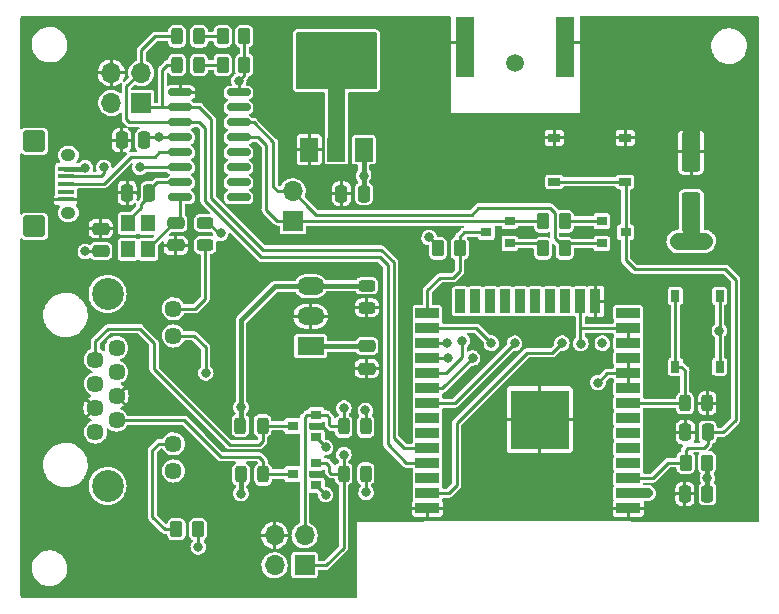
<source format=gtl>
G04 #@! TF.GenerationSoftware,KiCad,Pcbnew,(6.0.1-0)*
G04 #@! TF.CreationDate,2022-01-18T00:45:38+01:00*
G04 #@! TF.ProjectId,ithowifi_4l,6974686f-7769-4666-995f-346c2e6b6963,rev?*
G04 #@! TF.SameCoordinates,Original*
G04 #@! TF.FileFunction,Copper,L1,Top*
G04 #@! TF.FilePolarity,Positive*
%FSLAX46Y46*%
G04 Gerber Fmt 4.6, Leading zero omitted, Abs format (unit mm)*
G04 Created by KiCad (PCBNEW (6.0.1-0)) date 2022-01-18 00:45:38*
%MOMM*%
%LPD*%
G01*
G04 APERTURE LIST*
G04 Aperture macros list*
%AMRoundRect*
0 Rectangle with rounded corners*
0 $1 Rounding radius*
0 $2 $3 $4 $5 $6 $7 $8 $9 X,Y pos of 4 corners*
0 Add a 4 corners polygon primitive as box body*
4,1,4,$2,$3,$4,$5,$6,$7,$8,$9,$2,$3,0*
0 Add four circle primitives for the rounded corners*
1,1,$1+$1,$2,$3*
1,1,$1+$1,$4,$5*
1,1,$1+$1,$6,$7*
1,1,$1+$1,$8,$9*
0 Add four rect primitives between the rounded corners*
20,1,$1+$1,$2,$3,$4,$5,0*
20,1,$1+$1,$4,$5,$6,$7,0*
20,1,$1+$1,$6,$7,$8,$9,0*
20,1,$1+$1,$8,$9,$2,$3,0*%
G04 Aperture macros list end*
G04 #@! TA.AperFunction,SMDPad,CuDef*
%ADD10R,2.000000X0.900000*%
G04 #@! TD*
G04 #@! TA.AperFunction,SMDPad,CuDef*
%ADD11R,0.900000X2.000000*%
G04 #@! TD*
G04 #@! TA.AperFunction,SMDPad,CuDef*
%ADD12R,5.000000X5.000000*%
G04 #@! TD*
G04 #@! TA.AperFunction,SMDPad,CuDef*
%ADD13RoundRect,0.243750X0.243750X0.456250X-0.243750X0.456250X-0.243750X-0.456250X0.243750X-0.456250X0*%
G04 #@! TD*
G04 #@! TA.AperFunction,ComponentPad*
%ADD14R,1.700000X1.700000*%
G04 #@! TD*
G04 #@! TA.AperFunction,ComponentPad*
%ADD15O,1.700000X1.700000*%
G04 #@! TD*
G04 #@! TA.AperFunction,SMDPad,CuDef*
%ADD16RoundRect,0.243750X-0.456250X0.243750X-0.456250X-0.243750X0.456250X-0.243750X0.456250X0.243750X0*%
G04 #@! TD*
G04 #@! TA.AperFunction,SMDPad,CuDef*
%ADD17RoundRect,0.249998X-0.262502X-0.450002X0.262502X-0.450002X0.262502X0.450002X-0.262502X0.450002X0*%
G04 #@! TD*
G04 #@! TA.AperFunction,SMDPad,CuDef*
%ADD18RoundRect,0.249998X0.262502X0.450002X-0.262502X0.450002X-0.262502X-0.450002X0.262502X-0.450002X0*%
G04 #@! TD*
G04 #@! TA.AperFunction,SMDPad,CuDef*
%ADD19R,1.350000X0.400000*%
G04 #@! TD*
G04 #@! TA.AperFunction,ComponentPad*
%ADD20RoundRect,0.273000X-0.677000X0.637000X-0.677000X-0.637000X0.677000X-0.637000X0.677000X0.637000X0*%
G04 #@! TD*
G04 #@! TA.AperFunction,ComponentPad*
%ADD21O,1.250000X1.050000*%
G04 #@! TD*
G04 #@! TA.AperFunction,SMDPad,CuDef*
%ADD22RoundRect,0.250000X0.250000X0.475000X-0.250000X0.475000X-0.250000X-0.475000X0.250000X-0.475000X0*%
G04 #@! TD*
G04 #@! TA.AperFunction,SMDPad,CuDef*
%ADD23R,0.900000X0.800000*%
G04 #@! TD*
G04 #@! TA.AperFunction,SMDPad,CuDef*
%ADD24RoundRect,0.243750X-0.243750X-0.456250X0.243750X-0.456250X0.243750X0.456250X-0.243750X0.456250X0*%
G04 #@! TD*
G04 #@! TA.AperFunction,SMDPad,CuDef*
%ADD25R,1.500000X2.000000*%
G04 #@! TD*
G04 #@! TA.AperFunction,SMDPad,CuDef*
%ADD26R,3.800000X2.000000*%
G04 #@! TD*
G04 #@! TA.AperFunction,ComponentPad*
%ADD27R,2.300000X1.500000*%
G04 #@! TD*
G04 #@! TA.AperFunction,ComponentPad*
%ADD28O,2.300000X1.500000*%
G04 #@! TD*
G04 #@! TA.AperFunction,ComponentPad*
%ADD29C,1.446000*%
G04 #@! TD*
G04 #@! TA.AperFunction,ComponentPad*
%ADD30C,2.700000*%
G04 #@! TD*
G04 #@! TA.AperFunction,SMDPad,CuDef*
%ADD31RoundRect,0.250000X-0.475000X0.250000X-0.475000X-0.250000X0.475000X-0.250000X0.475000X0.250000X0*%
G04 #@! TD*
G04 #@! TA.AperFunction,SMDPad,CuDef*
%ADD32RoundRect,0.250000X0.550000X-1.412500X0.550000X1.412500X-0.550000X1.412500X-0.550000X-1.412500X0*%
G04 #@! TD*
G04 #@! TA.AperFunction,SMDPad,CuDef*
%ADD33RoundRect,0.250000X-0.250000X-0.475000X0.250000X-0.475000X0.250000X0.475000X-0.250000X0.475000X0*%
G04 #@! TD*
G04 #@! TA.AperFunction,SMDPad,CuDef*
%ADD34R,0.750000X1.000000*%
G04 #@! TD*
G04 #@! TA.AperFunction,SMDPad,CuDef*
%ADD35RoundRect,0.150000X-0.825000X-0.150000X0.825000X-0.150000X0.825000X0.150000X-0.825000X0.150000X0*%
G04 #@! TD*
G04 #@! TA.AperFunction,SMDPad,CuDef*
%ADD36R,1.200000X1.400000*%
G04 #@! TD*
G04 #@! TA.AperFunction,ComponentPad*
%ADD37C,1.500000*%
G04 #@! TD*
G04 #@! TA.AperFunction,SMDPad,CuDef*
%ADD38RoundRect,0.250000X0.475000X-0.250000X0.475000X0.250000X-0.475000X0.250000X-0.475000X-0.250000X0*%
G04 #@! TD*
G04 #@! TA.AperFunction,SMDPad,CuDef*
%ADD39R,1.000000X0.750000*%
G04 #@! TD*
G04 #@! TA.AperFunction,SMDPad,CuDef*
%ADD40R,1.500000X5.080000*%
G04 #@! TD*
G04 #@! TA.AperFunction,ViaPad*
%ADD41C,0.800000*%
G04 #@! TD*
G04 #@! TA.AperFunction,Conductor*
%ADD42C,1.473200*%
G04 #@! TD*
G04 #@! TA.AperFunction,Conductor*
%ADD43C,0.250000*%
G04 #@! TD*
G04 #@! TA.AperFunction,Conductor*
%ADD44C,0.406400*%
G04 #@! TD*
G04 #@! TA.AperFunction,Conductor*
%ADD45C,0.254000*%
G04 #@! TD*
G04 #@! TA.AperFunction,Conductor*
%ADD46C,0.293370*%
G04 #@! TD*
G04 #@! TA.AperFunction,Conductor*
%ADD47C,0.812800*%
G04 #@! TD*
G04 APERTURE END LIST*
D10*
X104477600Y-148615400D03*
X104477600Y-147345400D03*
X104477600Y-146075400D03*
X104477600Y-144805400D03*
X104477600Y-143535400D03*
X104477600Y-142265400D03*
X104477600Y-140995400D03*
X104477600Y-139725400D03*
X104477600Y-138455400D03*
X104477600Y-137185400D03*
X104477600Y-135915400D03*
X104477600Y-134645400D03*
X104477600Y-133375400D03*
X104477600Y-132105400D03*
D11*
X101692600Y-131105400D03*
X100422600Y-131105400D03*
X99152600Y-131105400D03*
X97882600Y-131105400D03*
X96612600Y-131105400D03*
X95342600Y-131105400D03*
X94072600Y-131105400D03*
X92802600Y-131105400D03*
X91532600Y-131105400D03*
X90262600Y-131105400D03*
D10*
X87477600Y-132105400D03*
X87477600Y-133375400D03*
X87477600Y-134645400D03*
X87477600Y-135915400D03*
X87477600Y-137185400D03*
X87477600Y-138455400D03*
X87477600Y-139725400D03*
X87477600Y-140995400D03*
X87477600Y-142265400D03*
X87477600Y-143535400D03*
X87477600Y-144805400D03*
X87477600Y-146075400D03*
X87477600Y-147345400D03*
X87477600Y-148615400D03*
D12*
X96977600Y-141115400D03*
D13*
X111156500Y-139734000D03*
X109281500Y-139734000D03*
D14*
X77072000Y-153450000D03*
D15*
X74532000Y-153450000D03*
X77072000Y-150910000D03*
X74532000Y-150910000D03*
D16*
X82342500Y-129779500D03*
X82342500Y-131654500D03*
D17*
X109330000Y-144754600D03*
X111155000Y-144754600D03*
D18*
X90200000Y-126619000D03*
X88375000Y-126619000D03*
D19*
X56853200Y-119868000D03*
X56853200Y-120518000D03*
X56853200Y-121168000D03*
X56853200Y-121818000D03*
X56853200Y-122468000D03*
D20*
X54178200Y-124768000D03*
D21*
X57078200Y-123593000D03*
D20*
X54178200Y-117568000D03*
D21*
X57078200Y-118743000D03*
D22*
X111182000Y-147412500D03*
X109282000Y-147412500D03*
D23*
X78061000Y-142617100D03*
X78061000Y-140717100D03*
X76061000Y-141667100D03*
X78061000Y-146679600D03*
X78061000Y-144779600D03*
X76061000Y-145729600D03*
D24*
X80374000Y-145703000D03*
X82249000Y-145703000D03*
X80374000Y-141702500D03*
X82249000Y-141702500D03*
D13*
X73568500Y-145755000D03*
X71693500Y-145755000D03*
D16*
X68656200Y-124460000D03*
X68656200Y-126335000D03*
D25*
X77477300Y-118267500D03*
D26*
X79777300Y-111967500D03*
D25*
X79777300Y-118267500D03*
X82077300Y-118267500D03*
D18*
X68055000Y-150402000D03*
X66230000Y-150402000D03*
D27*
X77580000Y-134908000D03*
D28*
X77580000Y-132368000D03*
X77580000Y-129828000D03*
D29*
X59372500Y-142176500D03*
X61152500Y-141156500D03*
X59372500Y-140136500D03*
X61152500Y-139116500D03*
X59372500Y-138096500D03*
X61152500Y-137076500D03*
X59372500Y-136056500D03*
X61152500Y-135036500D03*
X65962500Y-145466500D03*
X65962500Y-143176500D03*
X65962500Y-134036500D03*
X65962500Y-131746500D03*
D30*
X60392500Y-130476500D03*
X60392500Y-146736500D03*
D13*
X73516000Y-141626500D03*
X71641000Y-141626500D03*
D31*
X82342500Y-134908000D03*
X82342500Y-136808000D03*
D22*
X82087800Y-121983500D03*
X80187800Y-121983500D03*
D18*
X99090000Y-126619000D03*
X97265000Y-126619000D03*
D23*
X94455000Y-126206000D03*
X94455000Y-124306000D03*
X92455000Y-125256000D03*
X102250000Y-124306000D03*
X102250000Y-126206000D03*
X104250000Y-125256000D03*
D32*
X109807000Y-123526500D03*
X109807000Y-118451500D03*
D17*
X97265000Y-124333000D03*
X99090000Y-124333000D03*
D33*
X109301200Y-142189200D03*
X111201200Y-142189200D03*
D34*
X108471000Y-130638000D03*
X108471000Y-136638000D03*
X112221000Y-136638000D03*
X112221000Y-130638000D03*
D22*
X63942000Y-121920000D03*
X62042000Y-121920000D03*
D31*
X66167000Y-124460000D03*
X66167000Y-126360000D03*
D14*
X63246000Y-114300000D03*
D15*
X60706000Y-114300000D03*
X63246000Y-111760000D03*
X60706000Y-111760000D03*
D22*
X63500000Y-117475000D03*
X61600000Y-117475000D03*
D24*
X66262000Y-108666000D03*
X68137000Y-108666000D03*
D18*
X71962000Y-111092000D03*
X70137000Y-111092000D03*
X71962000Y-108666000D03*
X70137000Y-108666000D03*
D35*
X66538400Y-113414600D03*
X66538400Y-114684600D03*
X66538400Y-115954600D03*
X66538400Y-117224600D03*
X66538400Y-118494600D03*
X66538400Y-119764600D03*
X66538400Y-121034600D03*
X66538400Y-122304600D03*
X71488400Y-122304600D03*
X71488400Y-121034600D03*
X71488400Y-119764600D03*
X71488400Y-118494600D03*
X71488400Y-117224600D03*
X71488400Y-115954600D03*
X71488400Y-114684600D03*
X71488400Y-113414600D03*
D36*
X62142000Y-124503000D03*
X62142000Y-126703000D03*
X63842000Y-126703000D03*
X63842000Y-124503000D03*
D37*
X94881700Y-110909100D03*
D24*
X66262000Y-111092000D03*
X68137000Y-111092000D03*
D38*
X59817000Y-126868000D03*
X59817000Y-124968000D03*
D14*
X76073000Y-124333000D03*
D15*
X76073000Y-121793000D03*
D39*
X104219000Y-117251000D03*
X98219000Y-117251000D03*
X104219000Y-121001000D03*
X98219000Y-121001000D03*
D40*
X99131400Y-109548400D03*
X90631400Y-109548400D03*
D41*
X108707000Y-115926500D03*
X110907000Y-115926500D03*
X109807000Y-115926500D03*
X88925000Y-115773000D03*
X90632000Y-115768000D03*
X92332000Y-115768000D03*
X94032000Y-115768000D03*
X95732000Y-115768000D03*
X97432000Y-115768000D03*
X100832000Y-115768000D03*
X99132000Y-115768000D03*
X88932000Y-114068000D03*
X88932000Y-110768000D03*
X88925000Y-112368000D03*
X88925000Y-109168000D03*
X88932000Y-107468000D03*
X100825000Y-112368000D03*
X100832000Y-110768000D03*
X100832000Y-114068000D03*
X100832000Y-107468000D03*
X100825000Y-109168000D03*
X108102400Y-147396200D03*
X77491300Y-120159000D03*
X98806000Y-139700000D03*
X97028000Y-139700000D03*
X97028000Y-141224000D03*
X98806000Y-141224000D03*
X95250000Y-139700000D03*
X98806000Y-142748000D03*
X95250000Y-141224000D03*
X89154000Y-148590000D03*
X97028000Y-142748000D03*
X106172000Y-148590000D03*
X95250000Y-142748000D03*
X71691504Y-140081000D03*
X82077300Y-120462500D03*
X58510873Y-126883727D03*
X71691500Y-147383500D03*
X58510873Y-119790990D03*
X106172000Y-147320000D03*
X108707000Y-126026500D03*
X110907000Y-126026500D03*
X109807000Y-126026500D03*
X77110300Y-111967500D03*
X77110300Y-110126000D03*
X78761300Y-110126000D03*
X80602800Y-110126000D03*
X82507800Y-110126000D03*
X82507800Y-111904000D03*
X68072000Y-151892000D03*
X112191800Y-133578600D03*
X64770000Y-117221000D03*
X71501000Y-112445800D03*
X69964300Y-125361700D03*
X82279000Y-147290500D03*
X102281500Y-134654000D03*
X78850000Y-143480506D03*
X87613000Y-125700498D03*
X111171500Y-146075400D03*
X82232500Y-140335000D03*
X78850000Y-147481000D03*
X98852500Y-134654000D03*
X94852000Y-134654000D03*
X91295998Y-135907002D03*
X90424000Y-134429500D03*
X92883500Y-134654000D03*
X80391000Y-140144500D03*
X100457000Y-134683500D03*
X101917500Y-137985500D03*
X80391000Y-144081500D03*
X89217502Y-135890000D03*
X60071000Y-119761000D03*
X63119000Y-119761000D03*
X89154000Y-134620000D03*
X68707000Y-137160000D03*
D42*
X110907000Y-115926500D02*
X108707000Y-115926500D01*
X109807000Y-118451500D02*
X109807000Y-115926500D01*
D43*
X88925000Y-109168000D02*
X90251000Y-109168000D01*
X100825000Y-109168000D02*
X99511800Y-109168000D01*
X90251000Y-109168000D02*
X90631400Y-109548400D01*
X99511800Y-109168000D02*
X99131400Y-109548400D01*
D44*
X71693500Y-145755000D02*
X71693500Y-147381500D01*
X56805000Y-119868000D02*
X58433863Y-119868000D01*
X58433863Y-119868000D02*
X58510873Y-119790990D01*
D45*
X58526600Y-126868000D02*
X58510873Y-126883727D01*
D44*
X82342500Y-129779500D02*
X77628500Y-129779500D01*
X71691504Y-141575996D02*
X71641000Y-141626500D01*
X71693500Y-147381500D02*
X71691500Y-147383500D01*
X71691504Y-132714996D02*
X74578500Y-129828000D01*
X71691504Y-140081000D02*
X71691504Y-132714996D01*
D45*
X59817000Y-126868000D02*
X58526600Y-126868000D01*
D44*
X77628500Y-129779500D02*
X77580000Y-129828000D01*
X71691504Y-140081000D02*
X71691504Y-141575996D01*
X82077300Y-120462500D02*
X82077300Y-122113500D01*
X82077300Y-118267500D02*
X82077300Y-120462500D01*
X74578500Y-129828000D02*
X77580000Y-129828000D01*
X77658500Y-129749500D02*
X77580000Y-129828000D01*
D42*
X110907000Y-126026500D02*
X108707000Y-126026500D01*
X109807000Y-123526500D02*
X109807000Y-126026500D01*
D46*
X78061000Y-146692000D02*
X78850000Y-147481000D01*
D45*
X68072000Y-150419000D02*
X68055000Y-150402000D01*
D46*
X78061000Y-146679600D02*
X78061000Y-146692000D01*
D44*
X111171500Y-147338500D02*
X111182000Y-147349000D01*
D46*
X82249000Y-140542000D02*
X82232500Y-140525500D01*
D45*
X71488400Y-112458400D02*
X71501000Y-112445800D01*
X68072000Y-151892000D02*
X68072000Y-150419000D01*
X63754000Y-117221000D02*
X63500000Y-117475000D01*
D47*
X104477600Y-147345400D02*
X106146600Y-147345400D01*
D45*
X112221000Y-136638000D02*
X112221000Y-130638000D01*
X71962000Y-111092000D02*
X71962000Y-111984800D01*
X69837300Y-125361700D02*
X69964300Y-125361700D01*
X71962000Y-111984800D02*
X71501000Y-112445800D01*
X71962000Y-108666000D02*
X71962000Y-111092000D01*
X88375000Y-126653000D02*
X88375000Y-126462498D01*
D46*
X82249000Y-141702500D02*
X82249000Y-140351500D01*
D45*
X64770000Y-117221000D02*
X63754000Y-117221000D01*
X68935600Y-124460000D02*
X69837300Y-125361700D01*
D44*
X111155000Y-144754600D02*
X111155000Y-146058900D01*
D46*
X82249000Y-147260500D02*
X82279000Y-147290500D01*
D44*
X111155000Y-146058900D02*
X111171500Y-146075400D01*
D46*
X78061000Y-142617100D02*
X78850000Y-143406100D01*
X82249000Y-145703000D02*
X82249000Y-147260500D01*
D45*
X68656200Y-124460000D02*
X68935600Y-124460000D01*
D47*
X106146600Y-147345400D02*
X106172000Y-147320000D01*
D45*
X66534800Y-117221000D02*
X66538400Y-117224600D01*
D44*
X111171500Y-146028900D02*
X111171500Y-147402000D01*
D46*
X78850000Y-143596600D02*
X78850000Y-143671006D01*
D45*
X88375000Y-126462498D02*
X87613000Y-125700498D01*
X71488400Y-113414600D02*
X71488400Y-112458400D01*
X64770000Y-117221000D02*
X66534800Y-117221000D01*
D42*
X79777300Y-118267500D02*
X79777300Y-111967500D01*
D45*
X89645000Y-129129500D02*
X90200000Y-128574500D01*
X88502000Y-129129500D02*
X89645000Y-129129500D01*
X90200000Y-125636500D02*
X90200000Y-125971000D01*
X87477600Y-132105400D02*
X87477600Y-130153900D01*
X90200000Y-128574500D02*
X90200000Y-127288000D01*
X87477600Y-130153900D02*
X88502000Y-129129500D01*
X90580500Y-125256000D02*
X90200000Y-125636500D01*
X90200000Y-127288000D02*
X90200000Y-125971000D01*
X92455000Y-125256000D02*
X90580500Y-125256000D01*
X63630600Y-114684600D02*
X63246000Y-114300000D01*
X85496400Y-143535400D02*
X84628500Y-142667500D01*
X66262000Y-111092000D02*
X65438000Y-111092000D01*
X66538400Y-114684600D02*
X65027600Y-114684600D01*
X65027600Y-114684600D02*
X63630600Y-114684600D01*
X73533000Y-126746000D02*
X69176900Y-122389900D01*
X84628500Y-127808500D02*
X83566000Y-126746000D01*
X84628500Y-142667500D02*
X84628500Y-127808500D01*
X69176900Y-115697000D02*
X68164500Y-114684600D01*
X65027600Y-111502400D02*
X65027600Y-114684600D01*
X68164500Y-114684600D02*
X66538400Y-114684600D01*
X83566000Y-126746000D02*
X73533000Y-126746000D01*
X87477600Y-143535400D02*
X85496400Y-143535400D01*
X65438000Y-111092000D02*
X65027600Y-111502400D01*
X69176900Y-122389900D02*
X69176900Y-115697000D01*
X87477600Y-144805400D02*
X85699400Y-144805400D01*
X68643500Y-122618500D02*
X68643500Y-116420900D01*
X83439000Y-127381000D02*
X73406000Y-127381000D01*
X61976000Y-115697000D02*
X61976000Y-112903000D01*
X68177200Y-115954600D02*
X66538400Y-115954600D01*
X85699400Y-144805400D02*
X84120500Y-143226500D01*
X66538400Y-115954600D02*
X62233600Y-115954600D01*
X68643500Y-116420900D02*
X68177200Y-115954600D01*
X64435000Y-108666000D02*
X63246000Y-109855000D01*
X84120500Y-143226500D02*
X84120500Y-128062500D01*
X63119000Y-111760000D02*
X63246000Y-111760000D01*
X62233600Y-115954600D02*
X61976000Y-115697000D01*
X61976000Y-112903000D02*
X63119000Y-111760000D01*
X66262000Y-108666000D02*
X64435000Y-108666000D01*
X63246000Y-109855000D02*
X63246000Y-111760000D01*
X84120500Y-128062500D02*
X83439000Y-127381000D01*
X73406000Y-127381000D02*
X68643500Y-122618500D01*
X89272600Y-147345400D02*
X87477600Y-147345400D01*
X95868000Y-135479500D02*
X89962500Y-141385000D01*
X98027000Y-135479500D02*
X95868000Y-135479500D01*
X89962500Y-146655500D02*
X89272600Y-147345400D01*
X89962500Y-141385000D02*
X89962500Y-146655500D01*
X98852500Y-134654000D02*
X98027000Y-135479500D01*
X89780600Y-139725400D02*
X94852000Y-134654000D01*
X87477600Y-139725400D02*
X89780600Y-139725400D01*
X87477600Y-138455400D02*
X88747600Y-138455400D01*
X88747600Y-138455400D02*
X91295998Y-135907002D01*
X90424000Y-135826500D02*
X90424000Y-134429500D01*
X89065100Y-137185400D02*
X90424000Y-135826500D01*
X87477600Y-137185400D02*
X89065100Y-137185400D01*
X87477600Y-133375400D02*
X91630400Y-133375400D01*
X91630400Y-133375400D02*
X92883500Y-134628500D01*
X92883500Y-134628500D02*
X92883500Y-134654000D01*
X105029000Y-128397000D02*
X104250000Y-127618000D01*
X107865400Y-144754600D02*
X106544600Y-146075400D01*
X104250000Y-121032000D02*
X104219000Y-121001000D01*
X112712500Y-128397000D02*
X105029000Y-128397000D01*
X106544600Y-146075400D02*
X104477600Y-146075400D01*
X111201200Y-142189200D02*
X111201200Y-143179800D01*
X109330000Y-144754600D02*
X107865400Y-144754600D01*
X111201200Y-143179800D02*
X110896400Y-143484600D01*
X112522000Y-142189200D02*
X113584500Y-141126700D01*
X109550200Y-143484600D02*
X109330000Y-143704800D01*
X111201200Y-142189200D02*
X112522000Y-142189200D01*
X113584500Y-141126700D02*
X113584500Y-129269000D01*
X109330000Y-143704800D02*
X109330000Y-144754600D01*
X104250000Y-127618000D02*
X104250000Y-125256000D01*
X104250000Y-125256000D02*
X104250000Y-121032000D01*
X98219000Y-121001000D02*
X104219000Y-121001000D01*
X113584500Y-129269000D02*
X112712500Y-128397000D01*
X110896400Y-143484600D02*
X109550200Y-143484600D01*
D46*
X68137000Y-111092000D02*
X70137000Y-111092000D01*
X68137000Y-108666000D02*
X70137000Y-108666000D01*
D45*
X100422600Y-133375400D02*
X100422600Y-131105400D01*
X77072000Y-140923500D02*
X77072000Y-150910000D01*
X80391000Y-141685500D02*
X80374000Y-141702500D01*
X79184500Y-141541500D02*
X79345500Y-141702500D01*
X100422600Y-133375400D02*
X100422600Y-134649100D01*
X78931600Y-140717100D02*
X79184500Y-140970000D01*
X100422600Y-134649100D02*
X100457000Y-134683500D01*
X78061000Y-140717100D02*
X78931600Y-140717100D01*
X78061000Y-140717100D02*
X77278400Y-140717100D01*
X77278400Y-140717100D02*
X77072000Y-140923500D01*
X79345500Y-141702500D02*
X80374000Y-141702500D01*
X79184500Y-140970000D02*
X79184500Y-141541500D01*
X80391000Y-140144500D02*
X80391000Y-141685500D01*
X104477600Y-134645400D02*
X104477600Y-133375400D01*
X104477600Y-133375400D02*
X100422600Y-133375400D01*
X102717600Y-137185400D02*
X101917500Y-137985500D01*
X104477600Y-138455400D02*
X104477600Y-137185400D01*
X77072000Y-153450000D02*
X78896500Y-153450000D01*
X104477600Y-137185400D02*
X104477600Y-135915400D01*
X78930100Y-144779600D02*
X79184500Y-145034000D01*
X80374000Y-145703000D02*
X80374000Y-144098500D01*
X78896500Y-153450000D02*
X80374000Y-151972500D01*
X79184500Y-145034000D02*
X79184500Y-145542000D01*
X104477600Y-137185400D02*
X102717600Y-137185400D01*
X79184500Y-145542000D02*
X79345500Y-145703000D01*
X78061000Y-144779600D02*
X78930100Y-144779600D01*
X80374000Y-144098500D02*
X80391000Y-144081500D01*
X79345500Y-145703000D02*
X80374000Y-145703000D01*
X80374000Y-151972500D02*
X80374000Y-145703000D01*
X108471000Y-130638000D02*
X108471000Y-136638000D01*
X108977400Y-136638000D02*
X109281500Y-136942100D01*
X104477600Y-139725400D02*
X109272900Y-139725400D01*
X109272900Y-139725400D02*
X109281500Y-139734000D01*
X109281500Y-136942100D02*
X109281500Y-139734000D01*
X108471000Y-136638000D02*
X108977400Y-136638000D01*
D44*
X82342500Y-134908000D02*
X77580000Y-134908000D01*
D45*
X89192102Y-135915400D02*
X89217502Y-135890000D01*
X87477600Y-135915400D02*
X89192102Y-135915400D01*
X99117000Y-124306000D02*
X99090000Y-124333000D01*
X102250000Y-124306000D02*
X99117000Y-124306000D01*
X96852000Y-126206000D02*
X97265000Y-126619000D01*
X94455000Y-126206000D02*
X96852000Y-126206000D01*
X59822000Y-120518000D02*
X56853200Y-120518000D01*
X63122600Y-119764600D02*
X63119000Y-119761000D01*
X60071000Y-120269000D02*
X59822000Y-120518000D01*
X60071000Y-119761000D02*
X60071000Y-120269000D01*
X66538400Y-119764600D02*
X63122600Y-119764600D01*
X56853200Y-121168000D02*
X60061000Y-121168000D01*
X60061000Y-121168000D02*
X62357000Y-118872000D01*
X62357000Y-118872000D02*
X64389000Y-118872000D01*
X64766400Y-118494600D02*
X66538400Y-118494600D01*
X64389000Y-118872000D02*
X64766400Y-118494600D01*
X64198500Y-149352000D02*
X65248500Y-150402000D01*
X64722500Y-143176500D02*
X64198500Y-143700500D01*
X65962500Y-143176500D02*
X64722500Y-143176500D01*
X65248500Y-150402000D02*
X66230000Y-150402000D01*
X64198500Y-143700500D02*
X64198500Y-149352000D01*
X67783200Y-131746500D02*
X68656200Y-130873500D01*
X68656200Y-130873500D02*
X68656200Y-126335000D01*
X65962500Y-131746500D02*
X67783200Y-131746500D01*
X63942000Y-121706600D02*
X64614000Y-121034600D01*
X62142000Y-124503000D02*
X62142000Y-124255900D01*
X63220600Y-122885200D02*
X63942000Y-122163800D01*
X64614000Y-121034600D02*
X66538400Y-121034600D01*
X62142000Y-124255900D02*
X63220600Y-123177300D01*
X63942000Y-121920000D02*
X63942000Y-121706600D01*
X63942000Y-122163800D02*
X63942000Y-121920000D01*
X63220600Y-123177300D02*
X63220600Y-122885200D01*
X63842000Y-126703000D02*
X63842000Y-126607200D01*
X66538400Y-124088600D02*
X66167000Y-124460000D01*
X63842000Y-126607200D02*
X65989200Y-124460000D01*
X65989200Y-124460000D02*
X66167000Y-124460000D01*
X66538400Y-122304600D02*
X66538400Y-124088600D01*
D46*
X76061000Y-145729600D02*
X73593900Y-145729600D01*
D45*
X73568500Y-145755000D02*
X73568500Y-144625000D01*
X73568500Y-144625000D02*
X73215500Y-144272000D01*
X66861500Y-141156500D02*
X61152500Y-141156500D01*
X73215500Y-144272000D02*
X69977000Y-144272000D01*
X69977000Y-144272000D02*
X66861500Y-141156500D01*
X73516000Y-142955500D02*
X73215500Y-143256000D01*
X64325500Y-136842500D02*
X64325500Y-134620000D01*
X59372500Y-134493000D02*
X59372500Y-136056500D01*
X73516000Y-141817000D02*
X73516000Y-142955500D01*
D46*
X76020400Y-141817000D02*
X76061000Y-141857600D01*
D45*
X73215500Y-143256000D02*
X70739000Y-143256000D01*
X64325500Y-134620000D02*
X63119000Y-133413500D01*
D46*
X73516000Y-141626500D02*
X76020400Y-141626500D01*
D45*
X70739000Y-143256000D02*
X64325500Y-136842500D01*
X60452000Y-133413500D02*
X59372500Y-134493000D01*
X63119000Y-133413500D02*
X60452000Y-133413500D01*
X74803000Y-121793000D02*
X76073000Y-121793000D01*
X102250000Y-126206000D02*
X99503000Y-126206000D01*
X97853500Y-123190000D02*
X91789250Y-123190000D01*
X99090000Y-126619000D02*
X98250490Y-125779490D01*
X74422000Y-117602000D02*
X74422000Y-121412000D01*
X72774600Y-115954600D02*
X74422000Y-117602000D01*
X74422000Y-121412000D02*
X74803000Y-121793000D01*
X91789250Y-123190000D02*
X91217750Y-123761500D01*
X78041500Y-123761500D02*
X77470000Y-123190000D01*
X77470000Y-123190000D02*
X76073000Y-121793000D01*
X99503000Y-126206000D02*
X99090000Y-126619000D01*
X71488400Y-115954600D02*
X72774600Y-115954600D01*
X98250490Y-125779490D02*
X98250490Y-123586990D01*
X91217750Y-123761500D02*
X78041500Y-123761500D01*
X98250490Y-123586990D02*
X97853500Y-123190000D01*
X74776000Y-124306000D02*
X73812400Y-123342400D01*
X94455000Y-124306000D02*
X74776000Y-124306000D01*
X73812400Y-117881400D02*
X73155600Y-117224600D01*
X94455000Y-124306000D02*
X97238000Y-124306000D01*
X97238000Y-124306000D02*
X97265000Y-124333000D01*
X73812400Y-123342400D02*
X73812400Y-117881400D01*
X73155600Y-117224600D02*
X71488400Y-117224600D01*
X89128600Y-134645400D02*
X89154000Y-134620000D01*
X65962500Y-134036500D02*
X67742500Y-134036500D01*
X67742500Y-134036500D02*
X68707000Y-135001000D01*
X68707000Y-135001000D02*
X68707000Y-137160000D01*
X87477600Y-134645400D02*
X89128600Y-134645400D01*
G04 #@! TA.AperFunction,Conductor*
G36*
X83148421Y-108347151D02*
G01*
X83194914Y-108400807D01*
X83206300Y-108453149D01*
X83206300Y-113027149D01*
X83186298Y-113095270D01*
X83132642Y-113141763D01*
X83080300Y-113153149D01*
X76474300Y-113153149D01*
X76406179Y-113133147D01*
X76359686Y-113079491D01*
X76348300Y-113027149D01*
X76348300Y-108453149D01*
X76368302Y-108385028D01*
X76421958Y-108338535D01*
X76474300Y-108327149D01*
X83080300Y-108327149D01*
X83148421Y-108347151D01*
G37*
G04 #@! TD.AperFunction*
G04 #@! TA.AperFunction,Conductor*
G36*
X89390531Y-106941213D02*
G01*
X89427076Y-106991513D01*
X89432000Y-107022600D01*
X89432000Y-115177000D01*
X100354000Y-115177000D01*
X100354000Y-109560677D01*
X111504524Y-109560677D01*
X111504989Y-109564695D01*
X111504989Y-109564698D01*
X111530885Y-109788502D01*
X111532351Y-109801176D01*
X111598271Y-110034133D01*
X111700589Y-110253553D01*
X111738172Y-110308854D01*
X111737824Y-110309091D01*
X111738925Y-110310303D01*
X111738935Y-110310321D01*
X111741393Y-110313595D01*
X111741445Y-110313672D01*
X111741935Y-110314450D01*
X111742734Y-110315568D01*
X111834393Y-110450442D01*
X111834397Y-110450447D01*
X111836671Y-110453793D01*
X111839454Y-110456735D01*
X111839454Y-110456736D01*
X111885137Y-110505044D01*
X111884758Y-110505403D01*
X111886303Y-110506597D01*
X111887083Y-110507636D01*
X111890066Y-110510487D01*
X111890495Y-110510897D01*
X111894067Y-110514488D01*
X112003018Y-110629699D01*
X112052906Y-110667841D01*
X112059410Y-110672814D01*
X112061608Y-110674544D01*
X112062489Y-110675257D01*
X112065468Y-110678104D01*
X112071221Y-110682028D01*
X112075611Y-110685200D01*
X112195348Y-110776747D01*
X112198904Y-110778654D01*
X112198906Y-110778655D01*
X112259442Y-110811114D01*
X112262274Y-110812832D01*
X112262301Y-110812784D01*
X112265889Y-110814822D01*
X112269300Y-110817149D01*
X112273044Y-110818887D01*
X112277092Y-110820766D01*
X112282269Y-110823354D01*
X112395716Y-110884183D01*
X112408715Y-110891153D01*
X112412542Y-110892471D01*
X112412545Y-110892472D01*
X112481318Y-110916152D01*
X112486599Y-110918280D01*
X112489352Y-110919293D01*
X112493104Y-110921035D01*
X112497084Y-110922139D01*
X112497090Y-110922141D01*
X112502452Y-110923628D01*
X112508316Y-110925449D01*
X112604716Y-110958642D01*
X112637629Y-110969975D01*
X112641606Y-110970662D01*
X112641610Y-110970663D01*
X112687302Y-110978555D01*
X112717397Y-110983753D01*
X112726472Y-110985790D01*
X112726888Y-110985869D01*
X112730871Y-110986974D01*
X112740944Y-110988051D01*
X112741209Y-110988079D01*
X112747635Y-110988977D01*
X112873079Y-111010644D01*
X112876200Y-111011183D01*
X112879359Y-111011326D01*
X112879364Y-111011327D01*
X112891707Y-111011887D01*
X112905203Y-111012500D01*
X113073841Y-111012500D01*
X113254324Y-110997979D01*
X113489439Y-110940229D01*
X113712297Y-110845631D01*
X113832462Y-110769959D01*
X113913743Y-110718774D01*
X113913746Y-110718772D01*
X113917163Y-110716620D01*
X113923333Y-110711181D01*
X114015756Y-110629699D01*
X114098768Y-110556514D01*
X114113301Y-110538822D01*
X114205650Y-110426394D01*
X114252439Y-110369432D01*
X114286843Y-110310321D01*
X114326355Y-110242432D01*
X114374222Y-110160188D01*
X114460984Y-109934165D01*
X114510493Y-109697177D01*
X114510692Y-109692807D01*
X114520323Y-109480703D01*
X114521476Y-109455323D01*
X114519437Y-109437698D01*
X114494114Y-109218840D01*
X114494113Y-109218836D01*
X114493649Y-109214824D01*
X114427729Y-108981867D01*
X114325411Y-108762447D01*
X114287828Y-108707146D01*
X114288176Y-108706909D01*
X114287075Y-108705697D01*
X114287065Y-108705679D01*
X114284607Y-108702405D01*
X114284555Y-108702328D01*
X114284065Y-108701550D01*
X114283266Y-108700432D01*
X114191607Y-108565558D01*
X114191603Y-108565553D01*
X114189329Y-108562207D01*
X114140863Y-108510956D01*
X114141242Y-108510597D01*
X114139697Y-108509403D01*
X114138917Y-108508364D01*
X114135504Y-108505102D01*
X114131927Y-108501506D01*
X114022982Y-108386301D01*
X113966581Y-108343179D01*
X113964392Y-108341456D01*
X113963511Y-108340743D01*
X113960532Y-108337896D01*
X113954779Y-108333972D01*
X113950384Y-108330796D01*
X113944980Y-108326664D01*
X113830652Y-108239253D01*
X113821738Y-108234473D01*
X113766558Y-108204886D01*
X113763726Y-108203168D01*
X113763699Y-108203216D01*
X113760111Y-108201178D01*
X113756700Y-108198851D01*
X113748905Y-108195233D01*
X113743731Y-108192646D01*
X113620853Y-108126760D01*
X113620852Y-108126759D01*
X113617285Y-108124847D01*
X113613458Y-108123529D01*
X113613455Y-108123528D01*
X113544682Y-108099848D01*
X113539401Y-108097720D01*
X113536648Y-108096707D01*
X113532896Y-108094965D01*
X113528916Y-108093861D01*
X113528910Y-108093859D01*
X113523548Y-108092372D01*
X113517684Y-108090551D01*
X113392190Y-108047340D01*
X113388371Y-108046025D01*
X113384394Y-108045338D01*
X113384390Y-108045337D01*
X113338698Y-108037445D01*
X113308603Y-108032247D01*
X113299528Y-108030210D01*
X113299112Y-108030131D01*
X113295129Y-108029026D01*
X113284792Y-108027921D01*
X113278365Y-108027023D01*
X113152921Y-108005356D01*
X113152920Y-108005356D01*
X113149800Y-108004817D01*
X113146641Y-108004674D01*
X113146636Y-108004673D01*
X113134293Y-108004113D01*
X113120797Y-108003500D01*
X112952159Y-108003500D01*
X112771676Y-108018021D01*
X112536561Y-108075771D01*
X112313703Y-108170369D01*
X112249347Y-108210896D01*
X112118008Y-108293605D01*
X112108837Y-108299380D01*
X112105807Y-108302051D01*
X112105806Y-108302052D01*
X112065149Y-108337896D01*
X111927232Y-108459486D01*
X111773561Y-108646568D01*
X111771528Y-108650062D01*
X111771526Y-108650064D01*
X111738442Y-108706909D01*
X111651778Y-108855812D01*
X111565016Y-109081835D01*
X111515507Y-109318823D01*
X111515324Y-109322858D01*
X111515323Y-109322864D01*
X111513196Y-109369716D01*
X111504524Y-109560677D01*
X100354000Y-109560677D01*
X100354000Y-107022600D01*
X100373213Y-106963469D01*
X100423513Y-106926924D01*
X100454600Y-106922000D01*
X115297075Y-106922000D01*
X115316701Y-106923933D01*
X115322281Y-106925043D01*
X115331999Y-106926976D01*
X115341718Y-106925043D01*
X115343291Y-106925043D01*
X115359029Y-106926282D01*
X115392283Y-106931549D01*
X115422216Y-106941275D01*
X115462397Y-106961748D01*
X115487861Y-106980248D01*
X115519752Y-107012139D01*
X115538252Y-107037603D01*
X115558725Y-107077784D01*
X115568451Y-107107717D01*
X115573718Y-107140971D01*
X115574957Y-107156709D01*
X115574957Y-107158282D01*
X115573024Y-107168001D01*
X115574957Y-107177719D01*
X115576067Y-107183299D01*
X115578000Y-107202925D01*
X115578000Y-149667400D01*
X115558787Y-149726531D01*
X115508487Y-149763076D01*
X115477400Y-149768000D01*
X104820385Y-149768000D01*
X104764495Y-149751046D01*
X104739347Y-149734243D01*
X104739345Y-149734242D01*
X104731106Y-149728737D01*
X104657017Y-149714000D01*
X104632000Y-149709024D01*
X104622282Y-149710957D01*
X104616701Y-149712067D01*
X104597076Y-149714000D01*
X87366924Y-149714000D01*
X87347299Y-149712067D01*
X87341718Y-149710957D01*
X87332000Y-149709024D01*
X87306983Y-149714000D01*
X87232894Y-149728737D01*
X87224657Y-149734241D01*
X87224654Y-149734242D01*
X87199505Y-149751046D01*
X87143615Y-149768000D01*
X81532000Y-149768000D01*
X81532000Y-156113400D01*
X81512787Y-156172531D01*
X81462487Y-156209076D01*
X81431400Y-156214000D01*
X53266925Y-156214000D01*
X53247299Y-156212067D01*
X53241719Y-156210957D01*
X53232001Y-156209024D01*
X53222282Y-156210957D01*
X53220709Y-156210957D01*
X53204971Y-156209718D01*
X53171717Y-156204451D01*
X53141784Y-156194725D01*
X53101603Y-156174252D01*
X53076139Y-156155752D01*
X53044248Y-156123861D01*
X53025748Y-156098397D01*
X53005275Y-156058216D01*
X52995549Y-156028283D01*
X52990282Y-155995029D01*
X52989043Y-155979291D01*
X52989043Y-155977718D01*
X52990976Y-155967999D01*
X52987933Y-155952701D01*
X52986000Y-155933075D01*
X52986000Y-153756677D01*
X53973524Y-153756677D01*
X53973989Y-153760695D01*
X53973989Y-153760698D01*
X53989776Y-153897135D01*
X54001351Y-153997176D01*
X54067271Y-154230133D01*
X54169589Y-154449553D01*
X54171864Y-154452900D01*
X54207172Y-154504854D01*
X54206824Y-154505091D01*
X54207925Y-154506303D01*
X54207935Y-154506321D01*
X54210393Y-154509595D01*
X54210445Y-154509672D01*
X54210935Y-154510450D01*
X54211734Y-154511568D01*
X54303393Y-154646442D01*
X54303397Y-154646447D01*
X54305671Y-154649793D01*
X54308454Y-154652735D01*
X54308454Y-154652736D01*
X54354137Y-154701044D01*
X54353758Y-154701403D01*
X54355303Y-154702597D01*
X54356083Y-154703636D01*
X54359066Y-154706487D01*
X54359495Y-154706897D01*
X54363067Y-154710488D01*
X54472018Y-154825699D01*
X54475224Y-154828150D01*
X54528410Y-154868814D01*
X54530608Y-154870544D01*
X54531489Y-154871257D01*
X54534468Y-154874104D01*
X54540221Y-154878028D01*
X54544611Y-154881200D01*
X54664348Y-154972747D01*
X54667904Y-154974654D01*
X54667906Y-154974655D01*
X54728442Y-155007114D01*
X54731274Y-155008832D01*
X54731301Y-155008784D01*
X54734889Y-155010822D01*
X54738300Y-155013149D01*
X54742044Y-155014887D01*
X54746092Y-155016766D01*
X54751269Y-155019354D01*
X54792816Y-155041631D01*
X54877715Y-155087153D01*
X54881542Y-155088471D01*
X54881545Y-155088472D01*
X54950318Y-155112152D01*
X54955599Y-155114280D01*
X54958352Y-155115293D01*
X54962104Y-155117035D01*
X54966084Y-155118139D01*
X54966090Y-155118141D01*
X54971452Y-155119628D01*
X54977316Y-155121449D01*
X55101451Y-155164192D01*
X55106629Y-155165975D01*
X55110606Y-155166662D01*
X55110610Y-155166663D01*
X55156302Y-155174555D01*
X55186397Y-155179753D01*
X55195472Y-155181790D01*
X55195888Y-155181869D01*
X55199871Y-155182974D01*
X55209944Y-155184051D01*
X55210209Y-155184079D01*
X55216635Y-155184977D01*
X55342079Y-155206644D01*
X55345200Y-155207183D01*
X55348359Y-155207326D01*
X55348364Y-155207327D01*
X55360707Y-155207887D01*
X55374203Y-155208500D01*
X55542841Y-155208500D01*
X55723324Y-155193979D01*
X55958439Y-155136229D01*
X56181297Y-155041631D01*
X56386163Y-154912620D01*
X56567768Y-154752514D01*
X56721439Y-154565432D01*
X56726038Y-154557531D01*
X56773928Y-154475247D01*
X56843222Y-154356188D01*
X56929984Y-154130165D01*
X56979493Y-153893177D01*
X56982071Y-153836424D01*
X56990292Y-153655368D01*
X56990476Y-153651323D01*
X56990011Y-153647302D01*
X56963823Y-153420964D01*
X73423148Y-153420964D01*
X73436424Y-153623522D01*
X73437557Y-153627983D01*
X73479002Y-153791170D01*
X73486392Y-153820269D01*
X73571377Y-154004616D01*
X73688533Y-154170389D01*
X73833938Y-154312035D01*
X73837774Y-154314598D01*
X73837775Y-154314599D01*
X73860691Y-154329911D01*
X74002720Y-154424812D01*
X74006956Y-154426632D01*
X74006958Y-154426633D01*
X74184989Y-154503121D01*
X74189228Y-154504942D01*
X74287161Y-154527102D01*
X74382716Y-154548724D01*
X74382719Y-154548724D01*
X74387216Y-154549742D01*
X74483748Y-154553535D01*
X74585444Y-154557531D01*
X74585445Y-154557531D01*
X74590053Y-154557712D01*
X74594610Y-154557051D01*
X74594615Y-154557051D01*
X74700713Y-154541667D01*
X74790945Y-154528584D01*
X74983165Y-154463334D01*
X75160276Y-154364147D01*
X75201431Y-154329919D01*
X75312798Y-154237295D01*
X75316345Y-154234345D01*
X75327737Y-154220648D01*
X75443199Y-154081821D01*
X75443201Y-154081818D01*
X75446147Y-154078276D01*
X75545334Y-153901165D01*
X75610584Y-153708945D01*
X75639712Y-153508053D01*
X75641232Y-153450000D01*
X75625776Y-153281790D01*
X75623080Y-153252447D01*
X75623079Y-153252442D01*
X75622658Y-153247859D01*
X75567557Y-153052487D01*
X75477776Y-152870428D01*
X75356320Y-152707779D01*
X75207258Y-152569987D01*
X75203362Y-152567529D01*
X75203357Y-152567525D01*
X75112847Y-152510418D01*
X75035581Y-152461667D01*
X74984158Y-152441151D01*
X74851325Y-152388156D01*
X74847039Y-152386446D01*
X74647946Y-152346844D01*
X74545351Y-152345501D01*
X74449585Y-152344247D01*
X74449581Y-152344247D01*
X74444971Y-152344187D01*
X74244910Y-152378564D01*
X74240588Y-152380158D01*
X74240586Y-152380159D01*
X74058791Y-152447227D01*
X74058788Y-152447228D01*
X74054463Y-152448824D01*
X73880010Y-152552612D01*
X73876544Y-152555651D01*
X73876542Y-152555653D01*
X73730859Y-152683414D01*
X73730856Y-152683417D01*
X73727392Y-152686455D01*
X73724539Y-152690074D01*
X73724538Y-152690075D01*
X73664556Y-152766162D01*
X73601720Y-152845869D01*
X73507203Y-153025515D01*
X73497450Y-153056926D01*
X73458690Y-153181754D01*
X73447007Y-153219378D01*
X73423148Y-153420964D01*
X56963823Y-153420964D01*
X56963114Y-153414840D01*
X56963113Y-153414836D01*
X56962649Y-153410824D01*
X56896729Y-153177867D01*
X56794411Y-152958447D01*
X56756828Y-152903146D01*
X56757176Y-152902909D01*
X56756075Y-152901697D01*
X56756065Y-152901679D01*
X56753607Y-152898405D01*
X56753555Y-152898328D01*
X56753065Y-152897550D01*
X56752266Y-152896432D01*
X56660607Y-152761558D01*
X56660603Y-152761553D01*
X56658329Y-152758207D01*
X56609863Y-152706956D01*
X56610242Y-152706597D01*
X56608697Y-152705403D01*
X56607917Y-152704364D01*
X56604504Y-152701102D01*
X56600927Y-152697506D01*
X56593900Y-152690075D01*
X56491982Y-152582301D01*
X56435581Y-152539179D01*
X56433392Y-152537456D01*
X56432511Y-152536743D01*
X56429532Y-152533896D01*
X56423779Y-152529972D01*
X56419384Y-152526796D01*
X56337420Y-152464129D01*
X56299652Y-152435253D01*
X56235558Y-152400886D01*
X56232726Y-152399168D01*
X56232699Y-152399216D01*
X56229111Y-152397178D01*
X56225700Y-152394851D01*
X56217905Y-152391233D01*
X56212731Y-152388646D01*
X56089853Y-152322760D01*
X56089852Y-152322759D01*
X56086285Y-152320847D01*
X56082458Y-152319529D01*
X56082455Y-152319528D01*
X56013682Y-152295848D01*
X56008401Y-152293720D01*
X56005648Y-152292707D01*
X56001896Y-152290965D01*
X55997916Y-152289861D01*
X55997910Y-152289859D01*
X55992548Y-152288372D01*
X55986684Y-152286551D01*
X55861190Y-152243340D01*
X55857371Y-152242025D01*
X55853394Y-152241338D01*
X55853390Y-152241337D01*
X55792685Y-152230852D01*
X55777603Y-152228247D01*
X55768528Y-152226210D01*
X55768112Y-152226131D01*
X55764129Y-152225026D01*
X55753792Y-152223921D01*
X55747365Y-152223023D01*
X55621921Y-152201356D01*
X55621920Y-152201356D01*
X55618800Y-152200817D01*
X55615641Y-152200674D01*
X55615636Y-152200673D01*
X55603293Y-152200113D01*
X55589797Y-152199500D01*
X55421159Y-152199500D01*
X55240676Y-152214021D01*
X55236752Y-152214985D01*
X55236751Y-152214985D01*
X55204027Y-152223023D01*
X55005561Y-152271771D01*
X54782703Y-152366369D01*
X54750821Y-152386446D01*
X54627463Y-152464129D01*
X54577837Y-152495380D01*
X54396232Y-152655486D01*
X54242561Y-152842568D01*
X54240528Y-152846062D01*
X54240526Y-152846064D01*
X54207442Y-152902909D01*
X54120778Y-153051812D01*
X54034016Y-153277835D01*
X53984507Y-153514823D01*
X53973524Y-153756677D01*
X52986000Y-153756677D01*
X52986000Y-149333780D01*
X63812155Y-149333780D01*
X63813132Y-149342034D01*
X63816303Y-149368829D01*
X63816772Y-149376788D01*
X63817000Y-149379547D01*
X63817000Y-149383692D01*
X63817680Y-149387780D01*
X63817681Y-149387787D01*
X63820285Y-149403433D01*
X63820953Y-149408124D01*
X63825648Y-149447793D01*
X63827082Y-149459907D01*
X63830448Y-149466916D01*
X63831302Y-149469617D01*
X63832578Y-149477283D01*
X63857344Y-149523181D01*
X63859483Y-149527380D01*
X63879320Y-149568693D01*
X63879322Y-149568696D01*
X63882060Y-149574398D01*
X63885670Y-149578692D01*
X63887215Y-149580237D01*
X63888036Y-149581132D01*
X63889633Y-149583024D01*
X63892888Y-149589057D01*
X63898994Y-149594701D01*
X63898996Y-149594704D01*
X63933052Y-149626184D01*
X63935900Y-149628922D01*
X64942369Y-150635391D01*
X64955749Y-150651958D01*
X64962429Y-150662304D01*
X64968959Y-150667452D01*
X64990144Y-150684153D01*
X64996103Y-150689448D01*
X64998212Y-150691235D01*
X65001148Y-150694171D01*
X65017468Y-150705834D01*
X65021188Y-150708627D01*
X65062170Y-150740934D01*
X65069503Y-150743509D01*
X65072022Y-150744818D01*
X65078342Y-150749334D01*
X65086307Y-150751716D01*
X65128282Y-150764269D01*
X65132770Y-150765727D01*
X65182002Y-150783016D01*
X65187591Y-150783500D01*
X65189756Y-150783500D01*
X65191005Y-150783554D01*
X65193459Y-150783762D01*
X65200024Y-150785725D01*
X65254661Y-150783578D01*
X65258611Y-150783500D01*
X65362400Y-150783500D01*
X65421531Y-150802713D01*
X65458076Y-150853013D01*
X65463000Y-150884100D01*
X65463000Y-150899758D01*
X65463293Y-150902452D01*
X65463293Y-150902458D01*
X65464434Y-150912956D01*
X65469702Y-150961450D01*
X65520429Y-151096765D01*
X65607096Y-151212404D01*
X65722735Y-151299071D01*
X65858050Y-151349798D01*
X65892580Y-151353549D01*
X65917042Y-151356207D01*
X65917048Y-151356207D01*
X65919742Y-151356500D01*
X66540258Y-151356500D01*
X66542952Y-151356207D01*
X66542958Y-151356207D01*
X66567420Y-151353549D01*
X66601950Y-151349798D01*
X66737265Y-151299071D01*
X66852904Y-151212404D01*
X66939571Y-151096765D01*
X66990298Y-150961450D01*
X66995566Y-150912956D01*
X66996707Y-150902458D01*
X66996707Y-150902452D01*
X66997000Y-150899758D01*
X67288000Y-150899758D01*
X67288293Y-150902452D01*
X67288293Y-150902458D01*
X67289434Y-150912956D01*
X67294702Y-150961450D01*
X67345429Y-151096765D01*
X67432096Y-151212404D01*
X67437832Y-151216703D01*
X67542001Y-151294774D01*
X67542003Y-151294775D01*
X67547735Y-151299071D01*
X67552664Y-151300919D01*
X67594707Y-151345533D01*
X67602607Y-151407203D01*
X67581262Y-151450292D01*
X67582039Y-151450838D01*
X67490950Y-151580444D01*
X67433406Y-151728037D01*
X67412729Y-151885096D01*
X67413394Y-151891120D01*
X67413394Y-151891124D01*
X67417114Y-151924815D01*
X67430113Y-152042553D01*
X67435209Y-152056478D01*
X67475054Y-152165361D01*
X67484553Y-152191319D01*
X67487939Y-152196358D01*
X67554794Y-152295848D01*
X67572908Y-152322805D01*
X67690076Y-152429419D01*
X67695403Y-152432311D01*
X67695404Y-152432312D01*
X67716704Y-152443877D01*
X67829293Y-152505008D01*
X67835163Y-152506548D01*
X67976655Y-152543668D01*
X67976656Y-152543668D01*
X67982522Y-152545207D01*
X68054716Y-152546341D01*
X68134852Y-152547600D01*
X68134854Y-152547600D01*
X68140916Y-152547695D01*
X68146827Y-152546341D01*
X68146829Y-152546341D01*
X68289422Y-152513683D01*
X68289425Y-152513682D01*
X68295332Y-152512329D01*
X68436855Y-152441151D01*
X68524413Y-152366369D01*
X68552705Y-152342206D01*
X68552707Y-152342204D01*
X68557314Y-152338269D01*
X68609782Y-152265252D01*
X68646218Y-152214547D01*
X68646220Y-152214544D01*
X68649755Y-152209624D01*
X68652964Y-152201643D01*
X68706580Y-152068267D01*
X68708842Y-152062641D01*
X68731162Y-151905807D01*
X68731307Y-151892000D01*
X68730128Y-151882252D01*
X68713005Y-151740755D01*
X68713004Y-151740753D01*
X68712276Y-151734733D01*
X68697015Y-151694345D01*
X68658425Y-151592222D01*
X68658424Y-151592221D01*
X68656280Y-151586546D01*
X68566553Y-151455992D01*
X68560787Y-151450854D01*
X68560265Y-151449961D01*
X68558013Y-151447407D01*
X68558514Y-151446965D01*
X68529418Y-151397175D01*
X68535592Y-151335308D01*
X68567376Y-151295241D01*
X68672168Y-151216703D01*
X68677904Y-151212404D01*
X68764571Y-151096765D01*
X68783394Y-151046555D01*
X73383590Y-151046555D01*
X73386230Y-151086831D01*
X73387664Y-151095885D01*
X73437640Y-151292668D01*
X73440703Y-151301315D01*
X73525702Y-151485691D01*
X73530289Y-151493635D01*
X73647456Y-151659424D01*
X73653428Y-151666416D01*
X73798846Y-151808077D01*
X73805982Y-151813855D01*
X73974782Y-151926644D01*
X73982857Y-151931027D01*
X74169379Y-152011164D01*
X74178118Y-152014003D01*
X74376123Y-152058807D01*
X74385233Y-152060006D01*
X74389079Y-152060157D01*
X74402124Y-152056478D01*
X74404779Y-152053110D01*
X74405000Y-152051873D01*
X74405000Y-152042611D01*
X74659000Y-152042611D01*
X74663188Y-152055501D01*
X74664378Y-152056365D01*
X74670453Y-152056883D01*
X74798176Y-152038364D01*
X74807103Y-152036221D01*
X74999349Y-151970963D01*
X75007733Y-151967230D01*
X75184865Y-151868031D01*
X75192433Y-151862830D01*
X75348518Y-151733015D01*
X75355015Y-151726518D01*
X75484830Y-151570433D01*
X75490031Y-151562865D01*
X75589230Y-151385733D01*
X75592963Y-151377349D01*
X75658221Y-151185103D01*
X75660364Y-151176176D01*
X75678258Y-151052768D01*
X75675963Y-151039411D01*
X75674909Y-151038385D01*
X75668969Y-151037000D01*
X74674933Y-151037000D01*
X74662043Y-151041188D01*
X74659000Y-151045377D01*
X74659000Y-152042611D01*
X74405000Y-152042611D01*
X74405000Y-151052933D01*
X74400812Y-151040043D01*
X74396623Y-151037000D01*
X73398897Y-151037000D01*
X73386007Y-151041188D01*
X73383898Y-151044091D01*
X73383590Y-151046555D01*
X68783394Y-151046555D01*
X68815298Y-150961450D01*
X68820566Y-150912956D01*
X68821707Y-150902458D01*
X68821707Y-150902452D01*
X68822000Y-150899758D01*
X68822000Y-150767177D01*
X73385961Y-150767177D01*
X73388605Y-150780470D01*
X73390204Y-150781948D01*
X73394997Y-150783000D01*
X74389067Y-150783000D01*
X74401957Y-150778812D01*
X74405000Y-150774623D01*
X74405000Y-150767067D01*
X74659000Y-150767067D01*
X74663188Y-150779957D01*
X74667377Y-150783000D01*
X75664144Y-150783000D01*
X75677034Y-150778812D01*
X75678729Y-150776479D01*
X75679140Y-150772801D01*
X75672749Y-150703241D01*
X75671076Y-150694219D01*
X75615968Y-150498821D01*
X75612677Y-150490247D01*
X75522886Y-150308168D01*
X75518091Y-150300343D01*
X75396618Y-150137672D01*
X75390473Y-150130847D01*
X75241397Y-149993043D01*
X75234108Y-149987449D01*
X75062415Y-149879120D01*
X75054228Y-149874948D01*
X74865668Y-149799720D01*
X74856867Y-149797113D01*
X74674628Y-149760863D01*
X74661168Y-149762456D01*
X74661134Y-149762487D01*
X74659000Y-149770665D01*
X74659000Y-150767067D01*
X74405000Y-150767067D01*
X74405000Y-149775948D01*
X74400812Y-149763058D01*
X74400197Y-149762611D01*
X74392937Y-149762088D01*
X74236380Y-149788989D01*
X74227508Y-149791366D01*
X74037047Y-149861631D01*
X74028748Y-149865590D01*
X73854282Y-149969386D01*
X73846850Y-149974786D01*
X73694216Y-150108642D01*
X73687895Y-150115303D01*
X73562208Y-150274737D01*
X73557208Y-150282436D01*
X73462679Y-150462105D01*
X73459166Y-150470587D01*
X73398963Y-150664473D01*
X73397055Y-150673450D01*
X73385961Y-150767177D01*
X68822000Y-150767177D01*
X68822000Y-149904242D01*
X68821347Y-149898224D01*
X68817801Y-149865590D01*
X68815298Y-149842550D01*
X68764571Y-149707235D01*
X68677904Y-149591596D01*
X68562265Y-149504929D01*
X68426950Y-149454202D01*
X68392420Y-149450451D01*
X68367958Y-149447793D01*
X68367952Y-149447793D01*
X68365258Y-149447500D01*
X67744742Y-149447500D01*
X67742048Y-149447793D01*
X67742042Y-149447793D01*
X67717580Y-149450451D01*
X67683050Y-149454202D01*
X67547735Y-149504929D01*
X67432096Y-149591596D01*
X67345429Y-149707235D01*
X67294702Y-149842550D01*
X67292199Y-149865590D01*
X67288654Y-149898224D01*
X67288000Y-149904242D01*
X67288000Y-150899758D01*
X66997000Y-150899758D01*
X66997000Y-149904242D01*
X66996347Y-149898224D01*
X66992801Y-149865590D01*
X66990298Y-149842550D01*
X66939571Y-149707235D01*
X66852904Y-149591596D01*
X66737265Y-149504929D01*
X66601950Y-149454202D01*
X66567420Y-149450451D01*
X66542958Y-149447793D01*
X66542952Y-149447793D01*
X66540258Y-149447500D01*
X65919742Y-149447500D01*
X65917048Y-149447793D01*
X65917042Y-149447793D01*
X65892580Y-149450451D01*
X65858050Y-149454202D01*
X65722735Y-149504929D01*
X65607096Y-149591596D01*
X65520429Y-149707235D01*
X65469702Y-149842550D01*
X65469021Y-149848822D01*
X65469019Y-149848829D01*
X65468749Y-149851314D01*
X65468067Y-149852830D01*
X65467561Y-149854960D01*
X65467154Y-149854863D01*
X65443261Y-149908023D01*
X65389308Y-149938921D01*
X65327497Y-149932204D01*
X65297603Y-149911581D01*
X64983355Y-149597332D01*
X64609465Y-149223442D01*
X64581239Y-149168044D01*
X64580000Y-149152307D01*
X64580000Y-145452786D01*
X64980366Y-145452786D01*
X64996407Y-145643811D01*
X65016891Y-145715246D01*
X65046619Y-145818920D01*
X65049246Y-145828083D01*
X65136870Y-145998582D01*
X65139921Y-146002432D01*
X65139924Y-146002436D01*
X65252883Y-146144954D01*
X65252886Y-146144957D01*
X65255943Y-146148814D01*
X65401928Y-146273057D01*
X65569265Y-146366579D01*
X65573946Y-146368100D01*
X65612134Y-146380508D01*
X65751581Y-146425817D01*
X65756465Y-146426399D01*
X65756468Y-146426400D01*
X65937040Y-146447932D01*
X65937041Y-146447932D01*
X65941930Y-146448515D01*
X66003869Y-146443749D01*
X66128153Y-146434186D01*
X66128156Y-146434186D01*
X66133062Y-146433808D01*
X66137798Y-146432486D01*
X66137802Y-146432485D01*
X66312962Y-146383579D01*
X66312966Y-146383578D01*
X66317699Y-146382256D01*
X66322086Y-146380040D01*
X66322091Y-146380038D01*
X66484411Y-146298044D01*
X66484414Y-146298042D01*
X66488805Y-146295824D01*
X66639865Y-146177803D01*
X66765124Y-146032689D01*
X66830586Y-145917456D01*
X66857382Y-145870287D01*
X66857383Y-145870285D01*
X66859812Y-145866009D01*
X66920321Y-145684112D01*
X66920937Y-145679237D01*
X66920938Y-145679232D01*
X66943996Y-145496707D01*
X66943997Y-145496699D01*
X66944347Y-145493925D01*
X66944558Y-145478786D01*
X66944691Y-145469314D01*
X66944691Y-145469309D01*
X66944730Y-145466500D01*
X66943613Y-145455102D01*
X66933768Y-145354701D01*
X66926024Y-145275717D01*
X66924602Y-145271007D01*
X66924601Y-145271002D01*
X66872040Y-145096915D01*
X66870617Y-145092201D01*
X66795329Y-144950605D01*
X66782931Y-144927288D01*
X66782930Y-144927287D01*
X66780620Y-144922942D01*
X66776422Y-144917794D01*
X66695225Y-144818237D01*
X66659462Y-144774387D01*
X66652346Y-144768500D01*
X66515544Y-144655327D01*
X66515539Y-144655324D01*
X66511756Y-144652194D01*
X66347452Y-144563355D01*
X66347448Y-144563353D01*
X66343129Y-144561018D01*
X66338060Y-144559449D01*
X66164706Y-144505787D01*
X66164704Y-144505787D01*
X66160005Y-144504332D01*
X65969357Y-144484294D01*
X65964456Y-144484740D01*
X65964453Y-144484740D01*
X65783347Y-144501222D01*
X65783345Y-144501222D01*
X65778448Y-144501668D01*
X65773730Y-144503057D01*
X65773728Y-144503057D01*
X65599269Y-144554403D01*
X65594550Y-144555792D01*
X65590195Y-144558069D01*
X65590192Y-144558070D01*
X65479037Y-144616181D01*
X65424667Y-144644605D01*
X65420828Y-144647692D01*
X65420826Y-144647693D01*
X65413507Y-144653578D01*
X65275270Y-144764723D01*
X65272104Y-144768496D01*
X65272100Y-144768500D01*
X65230366Y-144818237D01*
X65152049Y-144911572D01*
X65149680Y-144915881D01*
X65149678Y-144915884D01*
X65134875Y-144942811D01*
X65059698Y-145079558D01*
X65001734Y-145262283D01*
X65001186Y-145267170D01*
X65001185Y-145267174D01*
X64984118Y-145419334D01*
X64980366Y-145452786D01*
X64580000Y-145452786D01*
X64580000Y-143900192D01*
X64599213Y-143841061D01*
X64609465Y-143829057D01*
X64851058Y-143587465D01*
X64906456Y-143559239D01*
X64922193Y-143558000D01*
X64998076Y-143558000D01*
X65057207Y-143577213D01*
X65087550Y-143612614D01*
X65136870Y-143708582D01*
X65139921Y-143712432D01*
X65139924Y-143712436D01*
X65252883Y-143854954D01*
X65252886Y-143854957D01*
X65255943Y-143858814D01*
X65401928Y-143983057D01*
X65569265Y-144076579D01*
X65573946Y-144078100D01*
X65616757Y-144092010D01*
X65751581Y-144135817D01*
X65756465Y-144136399D01*
X65756468Y-144136400D01*
X65937040Y-144157932D01*
X65937041Y-144157932D01*
X65941930Y-144158515D01*
X66000995Y-144153970D01*
X66128153Y-144144186D01*
X66128156Y-144144186D01*
X66133062Y-144143808D01*
X66137798Y-144142486D01*
X66137802Y-144142485D01*
X66312962Y-144093579D01*
X66312966Y-144093578D01*
X66317699Y-144092256D01*
X66322086Y-144090040D01*
X66322091Y-144090038D01*
X66484411Y-144008044D01*
X66484414Y-144008042D01*
X66488805Y-144005824D01*
X66639865Y-143887803D01*
X66765124Y-143742689D01*
X66823801Y-143639399D01*
X66857382Y-143580287D01*
X66857383Y-143580285D01*
X66859812Y-143576009D01*
X66920321Y-143394112D01*
X66920937Y-143389237D01*
X66920938Y-143389232D01*
X66943996Y-143206707D01*
X66943997Y-143206699D01*
X66944347Y-143203925D01*
X66944514Y-143191995D01*
X66944691Y-143179314D01*
X66944691Y-143179309D01*
X66944730Y-143176500D01*
X66944098Y-143170049D01*
X66934698Y-143074179D01*
X66926024Y-142985717D01*
X66924602Y-142981007D01*
X66924601Y-142981002D01*
X66878088Y-142826946D01*
X66870617Y-142802201D01*
X66780620Y-142632942D01*
X66774861Y-142625880D01*
X66733414Y-142575061D01*
X66659462Y-142484387D01*
X66652346Y-142478500D01*
X66515544Y-142365327D01*
X66515539Y-142365324D01*
X66511756Y-142362194D01*
X66434894Y-142320635D01*
X66347452Y-142273355D01*
X66347448Y-142273353D01*
X66343129Y-142271018D01*
X66338432Y-142269564D01*
X66164706Y-142215787D01*
X66164704Y-142215787D01*
X66160005Y-142214332D01*
X65969357Y-142194294D01*
X65964456Y-142194740D01*
X65964453Y-142194740D01*
X65783347Y-142211222D01*
X65783345Y-142211222D01*
X65778448Y-142211668D01*
X65773730Y-142213057D01*
X65773728Y-142213057D01*
X65612262Y-142260579D01*
X65594550Y-142265792D01*
X65590195Y-142268069D01*
X65590192Y-142268070D01*
X65467652Y-142332133D01*
X65424667Y-142354605D01*
X65420828Y-142357692D01*
X65420826Y-142357693D01*
X65411331Y-142365327D01*
X65275270Y-142474723D01*
X65272104Y-142478496D01*
X65272100Y-142478500D01*
X65202376Y-142561595D01*
X65152049Y-142621572D01*
X65085368Y-142742865D01*
X65040045Y-142785426D01*
X64997212Y-142795000D01*
X64773937Y-142795000D01*
X64752764Y-142792747D01*
X64748845Y-142791903D01*
X64748844Y-142791903D01*
X64740720Y-142790154D01*
X64705665Y-142794303D01*
X64697725Y-142794771D01*
X64694955Y-142795000D01*
X64690808Y-142795000D01*
X64686718Y-142795681D01*
X64686716Y-142795681D01*
X64671070Y-142798285D01*
X64666377Y-142798953D01*
X64622846Y-142804105D01*
X64622845Y-142804105D01*
X64614593Y-142805082D01*
X64607584Y-142808448D01*
X64604883Y-142809302D01*
X64597217Y-142810578D01*
X64551319Y-142835344D01*
X64547130Y-142837478D01*
X64532950Y-142844287D01*
X64505807Y-142857320D01*
X64505804Y-142857322D01*
X64500102Y-142860060D01*
X64495808Y-142863670D01*
X64494263Y-142865215D01*
X64493368Y-142866036D01*
X64491476Y-142867633D01*
X64485443Y-142870888D01*
X64479799Y-142876994D01*
X64479796Y-142876996D01*
X64448316Y-142911052D01*
X64445578Y-142913900D01*
X63965107Y-143394370D01*
X63948542Y-143407748D01*
X63945181Y-143409918D01*
X63945178Y-143409921D01*
X63938196Y-143414429D01*
X63933049Y-143420958D01*
X63916347Y-143442144D01*
X63911069Y-143448084D01*
X63909271Y-143450206D01*
X63906329Y-143453148D01*
X63896009Y-143467590D01*
X63894696Y-143469427D01*
X63891850Y-143473218D01*
X63859566Y-143514170D01*
X63856990Y-143521504D01*
X63855681Y-143524025D01*
X63851166Y-143530343D01*
X63848785Y-143538306D01*
X63848784Y-143538307D01*
X63843641Y-143555504D01*
X63838577Y-143572440D01*
X63836232Y-143580280D01*
X63834774Y-143584767D01*
X63817484Y-143634002D01*
X63817000Y-143639591D01*
X63817000Y-143641756D01*
X63816946Y-143643005D01*
X63816738Y-143645459D01*
X63814775Y-143652024D01*
X63815720Y-143676075D01*
X63816922Y-143706661D01*
X63817000Y-143710611D01*
X63817000Y-149300567D01*
X63814747Y-149321739D01*
X63814044Y-149325007D01*
X63812155Y-149333780D01*
X52986000Y-149333780D01*
X52986000Y-144999255D01*
X54948458Y-144999255D01*
X54948804Y-145002881D01*
X54948804Y-145002884D01*
X54967314Y-145196885D01*
X54974364Y-145270780D01*
X54975228Y-145274310D01*
X54975229Y-145274317D01*
X55019143Y-145453776D01*
X55039195Y-145535722D01*
X55141592Y-145788530D01*
X55143430Y-145791670D01*
X55143432Y-145791673D01*
X55159386Y-145818920D01*
X55279412Y-146023908D01*
X55364589Y-146130417D01*
X55445336Y-146231385D01*
X55449766Y-146236925D01*
X55452428Y-146239411D01*
X55452431Y-146239415D01*
X55537186Y-146318588D01*
X55649087Y-146423120D01*
X55652077Y-146425195D01*
X55652078Y-146425195D01*
X55870202Y-146576514D01*
X55870206Y-146576516D01*
X55873198Y-146578592D01*
X55876460Y-146580215D01*
X55876462Y-146580216D01*
X56114142Y-146698460D01*
X56114146Y-146698461D01*
X56117405Y-146700083D01*
X56120863Y-146701217D01*
X56120869Y-146701219D01*
X56276770Y-146752325D01*
X56376592Y-146785048D01*
X56434399Y-146795085D01*
X56642309Y-146831185D01*
X56642315Y-146831186D01*
X56645329Y-146831709D01*
X56682527Y-146833561D01*
X56730290Y-146835939D01*
X56730303Y-146835939D01*
X56731522Y-146836000D01*
X56901782Y-146836000D01*
X56903596Y-146835868D01*
X56903606Y-146835868D01*
X57100906Y-146821552D01*
X57100907Y-146821552D01*
X57104543Y-146821288D01*
X57108101Y-146820502D01*
X57108104Y-146820502D01*
X57367323Y-146763272D01*
X57367325Y-146763271D01*
X57370887Y-146762485D01*
X57439473Y-146736500D01*
X58783039Y-146736500D01*
X58802854Y-146988275D01*
X58803776Y-146992117D01*
X58803777Y-146992121D01*
X58859821Y-147225556D01*
X58861812Y-147233851D01*
X58863323Y-147237499D01*
X58863324Y-147237502D01*
X58883920Y-147287225D01*
X58958460Y-147467180D01*
X59036701Y-147594858D01*
X59087112Y-147677120D01*
X59090419Y-147682517D01*
X59254439Y-147874561D01*
X59333597Y-147942168D01*
X59397222Y-147996508D01*
X59446483Y-148038581D01*
X59661820Y-148170540D01*
X59665469Y-148172051D01*
X59665468Y-148172051D01*
X59891498Y-148265676D01*
X59891501Y-148265677D01*
X59895149Y-148267188D01*
X59898988Y-148268110D01*
X59898992Y-148268111D01*
X60136879Y-148325223D01*
X60136883Y-148325224D01*
X60140725Y-148326146D01*
X60392500Y-148345961D01*
X60644275Y-148326146D01*
X60648117Y-148325224D01*
X60648121Y-148325223D01*
X60886008Y-148268111D01*
X60886012Y-148268110D01*
X60889851Y-148267188D01*
X60893499Y-148265677D01*
X60893502Y-148265676D01*
X61119532Y-148172051D01*
X61119531Y-148172051D01*
X61123180Y-148170540D01*
X61338517Y-148038581D01*
X61387779Y-147996508D01*
X61451403Y-147942168D01*
X61530561Y-147874561D01*
X61694581Y-147682517D01*
X61697889Y-147677120D01*
X61748299Y-147594858D01*
X61826540Y-147467180D01*
X61901080Y-147287225D01*
X61921676Y-147237502D01*
X61921677Y-147237499D01*
X61923188Y-147233851D01*
X61925180Y-147225556D01*
X61981223Y-146992121D01*
X61981224Y-146992117D01*
X61982146Y-146988275D01*
X62001961Y-146736500D01*
X61982146Y-146484725D01*
X61981223Y-146480879D01*
X61924111Y-146242992D01*
X61924110Y-146242988D01*
X61923188Y-146239149D01*
X61910749Y-146209117D01*
X61839212Y-146036413D01*
X61826540Y-146005820D01*
X61711154Y-145817527D01*
X61696647Y-145793854D01*
X61696645Y-145793852D01*
X61694581Y-145790483D01*
X61530561Y-145598439D01*
X61338517Y-145434419D01*
X61334035Y-145431672D01*
X61250441Y-145380446D01*
X61123180Y-145302460D01*
X61018022Y-145258902D01*
X60893502Y-145207324D01*
X60893499Y-145207323D01*
X60889851Y-145205812D01*
X60886012Y-145204890D01*
X60886008Y-145204889D01*
X60648121Y-145147777D01*
X60648117Y-145147776D01*
X60644275Y-145146854D01*
X60392500Y-145127039D01*
X60140725Y-145146854D01*
X60136883Y-145147776D01*
X60136879Y-145147777D01*
X59898992Y-145204889D01*
X59898988Y-145204890D01*
X59895149Y-145205812D01*
X59891501Y-145207323D01*
X59891498Y-145207324D01*
X59766978Y-145258902D01*
X59661820Y-145302460D01*
X59534559Y-145380446D01*
X59450966Y-145431672D01*
X59446483Y-145434419D01*
X59254439Y-145598439D01*
X59090419Y-145790483D01*
X59088355Y-145793852D01*
X59088353Y-145793854D01*
X59073846Y-145817527D01*
X58958460Y-146005820D01*
X58945788Y-146036413D01*
X58874252Y-146209117D01*
X58861812Y-146239149D01*
X58860890Y-146242988D01*
X58860889Y-146242992D01*
X58803777Y-146480879D01*
X58802854Y-146484725D01*
X58783039Y-146736500D01*
X57439473Y-146736500D01*
X57625953Y-146665849D01*
X57864398Y-146533405D01*
X57968947Y-146453615D01*
X58078319Y-146370145D01*
X58078321Y-146370144D01*
X58081225Y-146367927D01*
X58196810Y-146249689D01*
X58269341Y-146175494D01*
X58269344Y-146175491D01*
X58271894Y-146172882D01*
X58274040Y-146169934D01*
X58274044Y-146169929D01*
X58377051Y-146028411D01*
X58432410Y-145952356D01*
X58559410Y-145710969D01*
X58560624Y-145707532D01*
X58649022Y-145457209D01*
X58649023Y-145457205D01*
X58650234Y-145453776D01*
X58702980Y-145186166D01*
X58716542Y-144913745D01*
X58716063Y-144908717D01*
X58690982Y-144645846D01*
X58690982Y-144645845D01*
X58690636Y-144642220D01*
X58688862Y-144634967D01*
X58626671Y-144380817D01*
X58625805Y-144377278D01*
X58523408Y-144124470D01*
X58520922Y-144120223D01*
X58410089Y-143930936D01*
X58385588Y-143889092D01*
X58266883Y-143740659D01*
X58217511Y-143678922D01*
X58217510Y-143678920D01*
X58215234Y-143676075D01*
X58212572Y-143673589D01*
X58212569Y-143673585D01*
X58096650Y-143565300D01*
X58015913Y-143489880D01*
X58007155Y-143483804D01*
X57794798Y-143336486D01*
X57794794Y-143336484D01*
X57791802Y-143334408D01*
X57788538Y-143332784D01*
X57550858Y-143214540D01*
X57550854Y-143214539D01*
X57547595Y-143212917D01*
X57544137Y-143211783D01*
X57544131Y-143211781D01*
X57311641Y-143135568D01*
X57288408Y-143127952D01*
X57192336Y-143111271D01*
X57022691Y-143081815D01*
X57022685Y-143081814D01*
X57019671Y-143081291D01*
X56982473Y-143079439D01*
X56934710Y-143077061D01*
X56934697Y-143077061D01*
X56933478Y-143077000D01*
X56763218Y-143077000D01*
X56761404Y-143077132D01*
X56761394Y-143077132D01*
X56564094Y-143091448D01*
X56564093Y-143091448D01*
X56560457Y-143091712D01*
X56556899Y-143092498D01*
X56556896Y-143092498D01*
X56297677Y-143149728D01*
X56297675Y-143149729D01*
X56294113Y-143150515D01*
X56039047Y-143247151D01*
X55800602Y-143379595D01*
X55797704Y-143381806D01*
X55797705Y-143381806D01*
X55588026Y-143541829D01*
X55583775Y-143545073D01*
X55502674Y-143628035D01*
X55438529Y-143693653D01*
X55393106Y-143740118D01*
X55390960Y-143743066D01*
X55390956Y-143743071D01*
X55301413Y-143866091D01*
X55232590Y-143960644D01*
X55230891Y-143963874D01*
X55230890Y-143963875D01*
X55213048Y-143997787D01*
X55105590Y-144202031D01*
X55104377Y-144205465D01*
X55104376Y-144205468D01*
X55016224Y-144455096D01*
X55014766Y-144459224D01*
X54962020Y-144726834D01*
X54948458Y-144999255D01*
X52986000Y-144999255D01*
X52986000Y-142162786D01*
X58390366Y-142162786D01*
X58406407Y-142353811D01*
X58417963Y-142394112D01*
X58454057Y-142519986D01*
X58459246Y-142538083D01*
X58546870Y-142708582D01*
X58549921Y-142712432D01*
X58549924Y-142712436D01*
X58662883Y-142854954D01*
X58662886Y-142854957D01*
X58665943Y-142858814D01*
X58811928Y-142983057D01*
X58979265Y-143076579D01*
X58983946Y-143078100D01*
X59025027Y-143091448D01*
X59161581Y-143135817D01*
X59166465Y-143136399D01*
X59166468Y-143136400D01*
X59347040Y-143157932D01*
X59347041Y-143157932D01*
X59351930Y-143158515D01*
X59410995Y-143153970D01*
X59538153Y-143144186D01*
X59538156Y-143144186D01*
X59543062Y-143143808D01*
X59547798Y-143142486D01*
X59547802Y-143142485D01*
X59722962Y-143093579D01*
X59722966Y-143093578D01*
X59727699Y-143092256D01*
X59732086Y-143090040D01*
X59732091Y-143090038D01*
X59894411Y-143008044D01*
X59894414Y-143008042D01*
X59898805Y-143005824D01*
X60049865Y-142887803D01*
X60175124Y-142742689D01*
X60228820Y-142648168D01*
X60267382Y-142580287D01*
X60267383Y-142580285D01*
X60269812Y-142576009D01*
X60330321Y-142394112D01*
X60330937Y-142389237D01*
X60330938Y-142389232D01*
X60353996Y-142206707D01*
X60353997Y-142206699D01*
X60354347Y-142203925D01*
X60354730Y-142176500D01*
X60353386Y-142162786D01*
X60336504Y-141990611D01*
X60336504Y-141990609D01*
X60336024Y-141985717D01*
X60334603Y-141981010D01*
X60334287Y-141979415D01*
X60341649Y-141917678D01*
X60383893Y-141872059D01*
X60444883Y-141859983D01*
X60498171Y-141883264D01*
X60591928Y-141963057D01*
X60759265Y-142056579D01*
X60763946Y-142058100D01*
X60807514Y-142072256D01*
X60941581Y-142115817D01*
X60946465Y-142116399D01*
X60946468Y-142116400D01*
X61127040Y-142137932D01*
X61127041Y-142137932D01*
X61131930Y-142138515D01*
X61190995Y-142133970D01*
X61318153Y-142124186D01*
X61318156Y-142124186D01*
X61323062Y-142123808D01*
X61327798Y-142122486D01*
X61327802Y-142122485D01*
X61502962Y-142073579D01*
X61502966Y-142073578D01*
X61507699Y-142072256D01*
X61512086Y-142070040D01*
X61512091Y-142070038D01*
X61674411Y-141988044D01*
X61674414Y-141988042D01*
X61678805Y-141985824D01*
X61829865Y-141867803D01*
X61955124Y-141722689D01*
X62031122Y-141588909D01*
X62077035Y-141546985D01*
X62118593Y-141538000D01*
X66661808Y-141538000D01*
X66720939Y-141557213D01*
X66732943Y-141567465D01*
X68205940Y-143040463D01*
X69670872Y-144505395D01*
X69684249Y-144521959D01*
X69690929Y-144532304D01*
X69697459Y-144537452D01*
X69718644Y-144554153D01*
X69724604Y-144559449D01*
X69726713Y-144561236D01*
X69729648Y-144564171D01*
X69745968Y-144575834D01*
X69749688Y-144578627D01*
X69790670Y-144610934D01*
X69798003Y-144613509D01*
X69800522Y-144614818D01*
X69806842Y-144619334D01*
X69814807Y-144621716D01*
X69856782Y-144634269D01*
X69861270Y-144635727D01*
X69910502Y-144653016D01*
X69916091Y-144653500D01*
X69918256Y-144653500D01*
X69919505Y-144653554D01*
X69921959Y-144653762D01*
X69928524Y-144655725D01*
X69983161Y-144653578D01*
X69987111Y-144653500D01*
X71196494Y-144653500D01*
X71255625Y-144672713D01*
X71292170Y-144723013D01*
X71292170Y-144785187D01*
X71255625Y-144835487D01*
X71231807Y-144848298D01*
X71214732Y-144854699D01*
X71214727Y-144854702D01*
X71208018Y-144857217D01*
X71202286Y-144861513D01*
X71202284Y-144861514D01*
X71114523Y-144927288D01*
X71093811Y-144942811D01*
X71089512Y-144948547D01*
X71019197Y-145042368D01*
X71008217Y-145057018D01*
X71005703Y-145063724D01*
X71005702Y-145063726D01*
X70961168Y-145182525D01*
X70958119Y-145190658D01*
X70954707Y-145222061D01*
X70951794Y-145248883D01*
X70951500Y-145251585D01*
X70951501Y-146258414D01*
X70958119Y-146319342D01*
X70960332Y-146325244D01*
X70960332Y-146325246D01*
X71004956Y-146444282D01*
X71008217Y-146452982D01*
X71012513Y-146458714D01*
X71012514Y-146458716D01*
X71054839Y-146515189D01*
X71093811Y-146567189D01*
X71181545Y-146632942D01*
X71195532Y-146643425D01*
X71231327Y-146694262D01*
X71235800Y-146723926D01*
X71235800Y-146866760D01*
X71216587Y-146925891D01*
X71209958Y-146934077D01*
X71206110Y-146938351D01*
X71201539Y-146942338D01*
X71110450Y-147071944D01*
X71052906Y-147219537D01*
X71032229Y-147376596D01*
X71032894Y-147382620D01*
X71032894Y-147382624D01*
X71034700Y-147398980D01*
X71049613Y-147534053D01*
X71051697Y-147539747D01*
X71097379Y-147664580D01*
X71104053Y-147682819D01*
X71107439Y-147687858D01*
X71155220Y-147758963D01*
X71192408Y-147814305D01*
X71309576Y-147920919D01*
X71314903Y-147923811D01*
X71314904Y-147923812D01*
X71340184Y-147937538D01*
X71448793Y-147996508D01*
X71454663Y-147998048D01*
X71596155Y-148035168D01*
X71596156Y-148035168D01*
X71602022Y-148036707D01*
X71674216Y-148037841D01*
X71754352Y-148039100D01*
X71754354Y-148039100D01*
X71760416Y-148039195D01*
X71766327Y-148037841D01*
X71766329Y-148037841D01*
X71908922Y-148005183D01*
X71908925Y-148005182D01*
X71914832Y-148003829D01*
X72008692Y-147956623D01*
X72050935Y-147935377D01*
X72056355Y-147932651D01*
X72165244Y-147839651D01*
X72172205Y-147833706D01*
X72172207Y-147833704D01*
X72176814Y-147829769D01*
X72216443Y-147774620D01*
X72265718Y-147706047D01*
X72265720Y-147706044D01*
X72269255Y-147701124D01*
X72281909Y-147669648D01*
X72306691Y-147608000D01*
X72328342Y-147554141D01*
X72350662Y-147397307D01*
X72350807Y-147383500D01*
X72348182Y-147361803D01*
X72332505Y-147232255D01*
X72332504Y-147232253D01*
X72331776Y-147226233D01*
X72298910Y-147139255D01*
X72277925Y-147083722D01*
X72277924Y-147083721D01*
X72275780Y-147078046D01*
X72186053Y-146947492D01*
X72181524Y-146943456D01*
X72177513Y-146938907D01*
X72179466Y-146937185D01*
X72153508Y-146892759D01*
X72151200Y-146871333D01*
X72151200Y-146723926D01*
X72170413Y-146664795D01*
X72191468Y-146643425D01*
X72205456Y-146632942D01*
X72293189Y-146567189D01*
X72332161Y-146515189D01*
X72374486Y-146458716D01*
X72374487Y-146458714D01*
X72378783Y-146452982D01*
X72381298Y-146446274D01*
X72426670Y-146325241D01*
X72426671Y-146325238D01*
X72428881Y-146319342D01*
X72432688Y-146284301D01*
X72435207Y-146261115D01*
X72435207Y-146261109D01*
X72435500Y-146258415D01*
X72435499Y-145251586D01*
X72428881Y-145190658D01*
X72425832Y-145182525D01*
X72381298Y-145063726D01*
X72381297Y-145063724D01*
X72378783Y-145057018D01*
X72367804Y-145042368D01*
X72297488Y-144948547D01*
X72293189Y-144942811D01*
X72272477Y-144927288D01*
X72184716Y-144861514D01*
X72184714Y-144861513D01*
X72178982Y-144857217D01*
X72172273Y-144854702D01*
X72172268Y-144854699D01*
X72155193Y-144848298D01*
X72106569Y-144809552D01*
X72090006Y-144749624D01*
X72111830Y-144691406D01*
X72163706Y-144657135D01*
X72190506Y-144653500D01*
X73015808Y-144653500D01*
X73074939Y-144672713D01*
X73086943Y-144682965D01*
X73103991Y-144700013D01*
X73132217Y-144755411D01*
X73122491Y-144816819D01*
X73083423Y-144857065D01*
X73083018Y-144857217D01*
X72968811Y-144942811D01*
X72964512Y-144948547D01*
X72894197Y-145042368D01*
X72883217Y-145057018D01*
X72880703Y-145063724D01*
X72880702Y-145063726D01*
X72836168Y-145182525D01*
X72833119Y-145190658D01*
X72829707Y-145222061D01*
X72826794Y-145248883D01*
X72826500Y-145251585D01*
X72826501Y-146258414D01*
X72833119Y-146319342D01*
X72835332Y-146325244D01*
X72835332Y-146325246D01*
X72879956Y-146444282D01*
X72883217Y-146452982D01*
X72887513Y-146458714D01*
X72887514Y-146458716D01*
X72929839Y-146515189D01*
X72968811Y-146567189D01*
X72974547Y-146571488D01*
X73077284Y-146648486D01*
X73077286Y-146648487D01*
X73083018Y-146652783D01*
X73089724Y-146655297D01*
X73089726Y-146655298D01*
X73210759Y-146700670D01*
X73210762Y-146700671D01*
X73216658Y-146702881D01*
X73249510Y-146706450D01*
X73274885Y-146709207D01*
X73274891Y-146709207D01*
X73277585Y-146709500D01*
X73568446Y-146709500D01*
X73859414Y-146709499D01*
X73910261Y-146703976D01*
X73914073Y-146703562D01*
X73920342Y-146702881D01*
X73926244Y-146700668D01*
X73926246Y-146700668D01*
X74047274Y-146655298D01*
X74047276Y-146655297D01*
X74053982Y-146652783D01*
X74059714Y-146648487D01*
X74059716Y-146648486D01*
X74162453Y-146571488D01*
X74168189Y-146567189D01*
X74207161Y-146515189D01*
X74249486Y-146458716D01*
X74249487Y-146458714D01*
X74253783Y-146452982D01*
X74256298Y-146446274D01*
X74301670Y-146325241D01*
X74301671Y-146325238D01*
X74303881Y-146319342D01*
X74307688Y-146284301D01*
X74310207Y-146261115D01*
X74310207Y-146261109D01*
X74310500Y-146258415D01*
X74310500Y-146231385D01*
X74329713Y-146172254D01*
X74380013Y-146135709D01*
X74411100Y-146130785D01*
X75269190Y-146130785D01*
X75328321Y-146149998D01*
X75364866Y-146200298D01*
X75367857Y-146211760D01*
X75371266Y-146228901D01*
X75376769Y-146237136D01*
X75376769Y-146237137D01*
X75389168Y-146255693D01*
X75427516Y-146313084D01*
X75435753Y-146318588D01*
X75445710Y-146325241D01*
X75511699Y-146369334D01*
X75551722Y-146377295D01*
X75581081Y-146383135D01*
X75581082Y-146383135D01*
X75585933Y-146384100D01*
X75590880Y-146384100D01*
X76061432Y-146384099D01*
X76536066Y-146384099D01*
X76559246Y-146379489D01*
X76570276Y-146377295D01*
X76632019Y-146384604D01*
X76677674Y-146426809D01*
X76690500Y-146475962D01*
X76690500Y-149803280D01*
X76671287Y-149862411D01*
X76624719Y-149897662D01*
X76619420Y-149899617D01*
X76598794Y-149907226D01*
X76598792Y-149907227D01*
X76594463Y-149908824D01*
X76420010Y-150012612D01*
X76416544Y-150015651D01*
X76416542Y-150015653D01*
X76270859Y-150143414D01*
X76270856Y-150143417D01*
X76267392Y-150146455D01*
X76141720Y-150305869D01*
X76047203Y-150485515D01*
X76040112Y-150508353D01*
X75988848Y-150673450D01*
X75987007Y-150679378D01*
X75974677Y-150783554D01*
X75972410Y-150802713D01*
X75963148Y-150880964D01*
X75976424Y-151083522D01*
X75977557Y-151087983D01*
X75999228Y-151173310D01*
X76026392Y-151280269D01*
X76111377Y-151464616D01*
X76228533Y-151630389D01*
X76373938Y-151772035D01*
X76542720Y-151884812D01*
X76546956Y-151886632D01*
X76546958Y-151886633D01*
X76723260Y-151962378D01*
X76729228Y-151964942D01*
X76827161Y-151987102D01*
X76922716Y-152008724D01*
X76922719Y-152008724D01*
X76927216Y-152009742D01*
X77028634Y-152013727D01*
X77125444Y-152017531D01*
X77125445Y-152017531D01*
X77130053Y-152017712D01*
X77134610Y-152017051D01*
X77134615Y-152017051D01*
X77230499Y-152003148D01*
X77330945Y-151988584D01*
X77523165Y-151923334D01*
X77700276Y-151824147D01*
X77762006Y-151772807D01*
X77852798Y-151697295D01*
X77856345Y-151694345D01*
X77885389Y-151659424D01*
X77983199Y-151541821D01*
X77983201Y-151541818D01*
X77986147Y-151538276D01*
X78085334Y-151361165D01*
X78150584Y-151168945D01*
X78179712Y-150968053D01*
X78180050Y-150955178D01*
X78181155Y-150912956D01*
X78181155Y-150912949D01*
X78181232Y-150910000D01*
X78169616Y-150783578D01*
X78163080Y-150712447D01*
X78163079Y-150712442D01*
X78162658Y-150707859D01*
X78107557Y-150512487D01*
X78017776Y-150330428D01*
X77896320Y-150167779D01*
X77747258Y-150029987D01*
X77743362Y-150027529D01*
X77743357Y-150027525D01*
X77649014Y-149968000D01*
X77575581Y-149921667D01*
X77516821Y-149898224D01*
X77469019Y-149858467D01*
X77453500Y-149804786D01*
X77453500Y-147430339D01*
X77472713Y-147371208D01*
X77523013Y-147334663D01*
X77573725Y-147331672D01*
X77581079Y-147333135D01*
X77581084Y-147333136D01*
X77585933Y-147334100D01*
X77644280Y-147334100D01*
X78094069Y-147334099D01*
X78153200Y-147353312D01*
X78165194Y-147363555D01*
X78165541Y-147363902D01*
X78193765Y-147419297D01*
X78194143Y-147448164D01*
X78190729Y-147474096D01*
X78191394Y-147480120D01*
X78191394Y-147480124D01*
X78197950Y-147539500D01*
X78208113Y-147631553D01*
X78227458Y-147684417D01*
X78255521Y-147761102D01*
X78262553Y-147780319D01*
X78265939Y-147785358D01*
X78345333Y-147903508D01*
X78350908Y-147911805D01*
X78439774Y-147992666D01*
X78459090Y-148010242D01*
X78468076Y-148018419D01*
X78473403Y-148021311D01*
X78473404Y-148021312D01*
X78494704Y-148032877D01*
X78607293Y-148094008D01*
X78613163Y-148095548D01*
X78754655Y-148132668D01*
X78754656Y-148132668D01*
X78760522Y-148134207D01*
X78832716Y-148135341D01*
X78912852Y-148136600D01*
X78912854Y-148136600D01*
X78918916Y-148136695D01*
X78924827Y-148135341D01*
X78924829Y-148135341D01*
X79067422Y-148102683D01*
X79067425Y-148102682D01*
X79073332Y-148101329D01*
X79214855Y-148030151D01*
X79314740Y-147944841D01*
X79330705Y-147931206D01*
X79330707Y-147931204D01*
X79335314Y-147927269D01*
X79375350Y-147871553D01*
X79424218Y-147803547D01*
X79424220Y-147803544D01*
X79427755Y-147798624D01*
X79444656Y-147756583D01*
X79466950Y-147701124D01*
X79486842Y-147651641D01*
X79509162Y-147494807D01*
X79509307Y-147481000D01*
X79506178Y-147455137D01*
X79491005Y-147329755D01*
X79491004Y-147329753D01*
X79490276Y-147323733D01*
X79482936Y-147304307D01*
X79436425Y-147181222D01*
X79436424Y-147181221D01*
X79434280Y-147175546D01*
X79344553Y-147044992D01*
X79242491Y-146954059D01*
X79230804Y-146943646D01*
X79230803Y-146943645D01*
X79226275Y-146939611D01*
X79182511Y-146916439D01*
X79091636Y-146868323D01*
X79086274Y-146865484D01*
X78932633Y-146826892D01*
X78926576Y-146826860D01*
X78926574Y-146826860D01*
X78901389Y-146826728D01*
X78865572Y-146826541D01*
X78806544Y-146807018D01*
X78770262Y-146756528D01*
X78765500Y-146725942D01*
X78765499Y-146259472D01*
X78765499Y-146254534D01*
X78755928Y-146206414D01*
X78752667Y-146190016D01*
X78752666Y-146190014D01*
X78750734Y-146180299D01*
X78733607Y-146154666D01*
X78699988Y-146104353D01*
X78694484Y-146096116D01*
X78677181Y-146084554D01*
X78649336Y-146065949D01*
X78610301Y-146039866D01*
X78552713Y-146028411D01*
X78540919Y-146026065D01*
X78540918Y-146026065D01*
X78536067Y-146025100D01*
X78531120Y-146025100D01*
X78060568Y-146025101D01*
X77585934Y-146025101D01*
X77573724Y-146027530D01*
X77511985Y-146020223D01*
X77466328Y-145978020D01*
X77453500Y-145928863D01*
X77453500Y-145530339D01*
X77472713Y-145471208D01*
X77523013Y-145434663D01*
X77573725Y-145431672D01*
X77581079Y-145433135D01*
X77581084Y-145433136D01*
X77585933Y-145434100D01*
X77590880Y-145434100D01*
X78061432Y-145434099D01*
X78536066Y-145434099D01*
X78571548Y-145427042D01*
X78600584Y-145421267D01*
X78600586Y-145421266D01*
X78610301Y-145419334D01*
X78618540Y-145413829D01*
X78646509Y-145395141D01*
X78706348Y-145378264D01*
X78764680Y-145399782D01*
X78799223Y-145451478D01*
X78803000Y-145478786D01*
X78803000Y-145490567D01*
X78800747Y-145511739D01*
X78798155Y-145523780D01*
X78799580Y-145535818D01*
X78802303Y-145558829D01*
X78802772Y-145566788D01*
X78803000Y-145569547D01*
X78803000Y-145573692D01*
X78803680Y-145577780D01*
X78803681Y-145577787D01*
X78806285Y-145593433D01*
X78806953Y-145598124D01*
X78812105Y-145641654D01*
X78813082Y-145649907D01*
X78816448Y-145656916D01*
X78817302Y-145659617D01*
X78818578Y-145667283D01*
X78843344Y-145713181D01*
X78845483Y-145717380D01*
X78865320Y-145758693D01*
X78865322Y-145758696D01*
X78868060Y-145764398D01*
X78871670Y-145768692D01*
X78873215Y-145770237D01*
X78874036Y-145771132D01*
X78875633Y-145773024D01*
X78878888Y-145779057D01*
X78884994Y-145784701D01*
X78884996Y-145784704D01*
X78919050Y-145816182D01*
X78921898Y-145818920D01*
X79039369Y-145936392D01*
X79052746Y-145952955D01*
X79054918Y-145956319D01*
X79054921Y-145956322D01*
X79059429Y-145963304D01*
X79065958Y-145968451D01*
X79087144Y-145985153D01*
X79093104Y-145990449D01*
X79095213Y-145992236D01*
X79098148Y-145995171D01*
X79114468Y-146006834D01*
X79118188Y-146009627D01*
X79159170Y-146041934D01*
X79166503Y-146044509D01*
X79169022Y-146045818D01*
X79175342Y-146050334D01*
X79183307Y-146052716D01*
X79225282Y-146065269D01*
X79229770Y-146066727D01*
X79279002Y-146084016D01*
X79284591Y-146084500D01*
X79286756Y-146084500D01*
X79288005Y-146084554D01*
X79290459Y-146084762D01*
X79297024Y-146086725D01*
X79351661Y-146084578D01*
X79355611Y-146084500D01*
X79531401Y-146084500D01*
X79590532Y-146103713D01*
X79627077Y-146154013D01*
X79632001Y-146185100D01*
X79632001Y-146206414D01*
X79638619Y-146267342D01*
X79640832Y-146273244D01*
X79640832Y-146273246D01*
X79685734Y-146393024D01*
X79688717Y-146400982D01*
X79693013Y-146406714D01*
X79693014Y-146406716D01*
X79738876Y-146467909D01*
X79774311Y-146515189D01*
X79780047Y-146519488D01*
X79882784Y-146596486D01*
X79882786Y-146596487D01*
X79888518Y-146600783D01*
X79927213Y-146615289D01*
X79975837Y-146654034D01*
X79992500Y-146709487D01*
X79992500Y-151772807D01*
X79973287Y-151831938D01*
X79963035Y-151843942D01*
X78767942Y-153039035D01*
X78712544Y-153067261D01*
X78696807Y-153068500D01*
X78277099Y-153068500D01*
X78217968Y-153049287D01*
X78181423Y-152998987D01*
X78176499Y-152967900D01*
X78176499Y-152574934D01*
X78169045Y-152537456D01*
X78163667Y-152510416D01*
X78163666Y-152510414D01*
X78161734Y-152500699D01*
X78156230Y-152492461D01*
X78110988Y-152424753D01*
X78105484Y-152416516D01*
X78021301Y-152360266D01*
X77972761Y-152350611D01*
X77951919Y-152346465D01*
X77951918Y-152346465D01*
X77947067Y-152345500D01*
X77942120Y-152345500D01*
X77071204Y-152345501D01*
X76196934Y-152345501D01*
X76161452Y-152352558D01*
X76132416Y-152358333D01*
X76132414Y-152358334D01*
X76122699Y-152360266D01*
X76114464Y-152365769D01*
X76114463Y-152365769D01*
X76046753Y-152411012D01*
X76038516Y-152416516D01*
X76033012Y-152424753D01*
X76029894Y-152429419D01*
X75982266Y-152500699D01*
X75973719Y-152543668D01*
X75968974Y-152567525D01*
X75967500Y-152574933D01*
X75967500Y-152579880D01*
X75967501Y-153450799D01*
X75967501Y-154325066D01*
X75982266Y-154399301D01*
X75987769Y-154407536D01*
X75987769Y-154407537D01*
X76033012Y-154475247D01*
X76038516Y-154483484D01*
X76122699Y-154539734D01*
X76167895Y-154548724D01*
X76192081Y-154553535D01*
X76192082Y-154553535D01*
X76196933Y-154554500D01*
X76201880Y-154554500D01*
X77072796Y-154554499D01*
X77947066Y-154554499D01*
X77982548Y-154547442D01*
X78011584Y-154541667D01*
X78011586Y-154541666D01*
X78021301Y-154539734D01*
X78071307Y-154506321D01*
X78097247Y-154488988D01*
X78105484Y-154483484D01*
X78161734Y-154399301D01*
X78176500Y-154325067D01*
X78176500Y-153932100D01*
X78195713Y-153872969D01*
X78246013Y-153836424D01*
X78277100Y-153831500D01*
X78845067Y-153831500D01*
X78866239Y-153833753D01*
X78870154Y-153834596D01*
X78870156Y-153834596D01*
X78878280Y-153836345D01*
X78913328Y-153832197D01*
X78921288Y-153831728D01*
X78924047Y-153831500D01*
X78928192Y-153831500D01*
X78932280Y-153830820D01*
X78932287Y-153830819D01*
X78947933Y-153828215D01*
X78952624Y-153827547D01*
X78996154Y-153822395D01*
X78996155Y-153822395D01*
X79004407Y-153821418D01*
X79011416Y-153818052D01*
X79014117Y-153817198D01*
X79021783Y-153815922D01*
X79067681Y-153791156D01*
X79071870Y-153789022D01*
X79086050Y-153782213D01*
X79113193Y-153769180D01*
X79113196Y-153769178D01*
X79118898Y-153766440D01*
X79123192Y-153762830D01*
X79124737Y-153761285D01*
X79125632Y-153760464D01*
X79127524Y-153758867D01*
X79133557Y-153755612D01*
X79170685Y-153715447D01*
X79173423Y-153712599D01*
X80607392Y-152278630D01*
X80623957Y-152265252D01*
X80627318Y-152263082D01*
X80627319Y-152263081D01*
X80634304Y-152258571D01*
X80656157Y-152230851D01*
X80661442Y-152224903D01*
X80663235Y-152222787D01*
X80666171Y-152219851D01*
X80677809Y-152203566D01*
X80680644Y-152199790D01*
X80707785Y-152165361D01*
X80712934Y-152158830D01*
X80715509Y-152151496D01*
X80716815Y-152148982D01*
X80721335Y-152142657D01*
X80736282Y-152092676D01*
X80737736Y-152088203D01*
X80752920Y-152044968D01*
X80752921Y-152044964D01*
X80755016Y-152038998D01*
X80755500Y-152033409D01*
X80755500Y-152031244D01*
X80755554Y-152029995D01*
X80755762Y-152027540D01*
X80757725Y-152020975D01*
X80756479Y-151989245D01*
X80755578Y-151966327D01*
X80755500Y-151962378D01*
X80755500Y-149107697D01*
X86172800Y-149107697D01*
X86173153Y-149113657D01*
X86175070Y-149129761D01*
X86179028Y-149144162D01*
X86218284Y-149232541D01*
X86228628Y-149247593D01*
X86295841Y-149314689D01*
X86310912Y-149325007D01*
X86399347Y-149364104D01*
X86413779Y-149368039D01*
X86429405Y-149369861D01*
X86435242Y-149370200D01*
X87334667Y-149370200D01*
X87347557Y-149366012D01*
X87350600Y-149361823D01*
X87350600Y-149354267D01*
X87604600Y-149354267D01*
X87608788Y-149367157D01*
X87612977Y-149370200D01*
X88519897Y-149370200D01*
X88525857Y-149369847D01*
X88541961Y-149367930D01*
X88556362Y-149363972D01*
X88644741Y-149324716D01*
X88659793Y-149314372D01*
X88726889Y-149247159D01*
X88737207Y-149232088D01*
X88776304Y-149143653D01*
X88780239Y-149129221D01*
X88782061Y-149113595D01*
X88782400Y-149107758D01*
X88782400Y-149107697D01*
X103172800Y-149107697D01*
X103173153Y-149113657D01*
X103175070Y-149129761D01*
X103179028Y-149144162D01*
X103218284Y-149232541D01*
X103228628Y-149247593D01*
X103295841Y-149314689D01*
X103310912Y-149325007D01*
X103399347Y-149364104D01*
X103413779Y-149368039D01*
X103429405Y-149369861D01*
X103435242Y-149370200D01*
X104334667Y-149370200D01*
X104347557Y-149366012D01*
X104350600Y-149361823D01*
X104350600Y-149354267D01*
X104604600Y-149354267D01*
X104608788Y-149367157D01*
X104612977Y-149370200D01*
X105519897Y-149370200D01*
X105525857Y-149369847D01*
X105541961Y-149367930D01*
X105556362Y-149363972D01*
X105644741Y-149324716D01*
X105659793Y-149314372D01*
X105726889Y-149247159D01*
X105737207Y-149232088D01*
X105776304Y-149143653D01*
X105780239Y-149129221D01*
X105782061Y-149113595D01*
X105782400Y-149107758D01*
X105782400Y-148758333D01*
X105778212Y-148745443D01*
X105774023Y-148742400D01*
X104620533Y-148742400D01*
X104607643Y-148746588D01*
X104604600Y-148750777D01*
X104604600Y-149354267D01*
X104350600Y-149354267D01*
X104350600Y-148758333D01*
X104346412Y-148745443D01*
X104342223Y-148742400D01*
X103188733Y-148742400D01*
X103175843Y-148746588D01*
X103172800Y-148750777D01*
X103172800Y-149107697D01*
X88782400Y-149107697D01*
X88782400Y-148758333D01*
X88778212Y-148745443D01*
X88774023Y-148742400D01*
X87620533Y-148742400D01*
X87607643Y-148746588D01*
X87604600Y-148750777D01*
X87604600Y-149354267D01*
X87350600Y-149354267D01*
X87350600Y-148758333D01*
X87346412Y-148745443D01*
X87342223Y-148742400D01*
X86188733Y-148742400D01*
X86175843Y-148746588D01*
X86172800Y-148750777D01*
X86172800Y-149107697D01*
X80755500Y-149107697D01*
X80755500Y-146709487D01*
X80774713Y-146650356D01*
X80820787Y-146615289D01*
X80859482Y-146600783D01*
X80865214Y-146596487D01*
X80865216Y-146596486D01*
X80967953Y-146519488D01*
X80973689Y-146515189D01*
X81009124Y-146467909D01*
X81054986Y-146406716D01*
X81054987Y-146406714D01*
X81059283Y-146400982D01*
X81061798Y-146394274D01*
X81107170Y-146273241D01*
X81107171Y-146273238D01*
X81109381Y-146267342D01*
X81113557Y-146228901D01*
X81115707Y-146209115D01*
X81115707Y-146209109D01*
X81116000Y-146206415D01*
X81115999Y-145199586D01*
X81115999Y-145199585D01*
X81507000Y-145199585D01*
X81507001Y-146206414D01*
X81513619Y-146267342D01*
X81515832Y-146273244D01*
X81515832Y-146273246D01*
X81560734Y-146393024D01*
X81563717Y-146400982D01*
X81568013Y-146406714D01*
X81568014Y-146406716D01*
X81613876Y-146467909D01*
X81649311Y-146515189D01*
X81655047Y-146519488D01*
X81757784Y-146596486D01*
X81757786Y-146596487D01*
X81763518Y-146600783D01*
X81770225Y-146603297D01*
X81770230Y-146603300D01*
X81782526Y-146607909D01*
X81831151Y-146646655D01*
X81847815Y-146702108D01*
X81847815Y-146752325D01*
X81828602Y-146811456D01*
X81813353Y-146828127D01*
X81789039Y-146849338D01*
X81697950Y-146978944D01*
X81640406Y-147126537D01*
X81619729Y-147283596D01*
X81620394Y-147289620D01*
X81620394Y-147289624D01*
X81624160Y-147323733D01*
X81637113Y-147441053D01*
X81639197Y-147446747D01*
X81680556Y-147559767D01*
X81691553Y-147589819D01*
X81694939Y-147594858D01*
X81775189Y-147714282D01*
X81779908Y-147721305D01*
X81867531Y-147801035D01*
X81886602Y-147818388D01*
X81897076Y-147827919D01*
X81902403Y-147830811D01*
X81902404Y-147830812D01*
X81919805Y-147840260D01*
X82036293Y-147903508D01*
X82042163Y-147905048D01*
X82183655Y-147942168D01*
X82183656Y-147942168D01*
X82189522Y-147943707D01*
X82261716Y-147944841D01*
X82341852Y-147946100D01*
X82341854Y-147946100D01*
X82347916Y-147946195D01*
X82353827Y-147944841D01*
X82353829Y-147944841D01*
X82496422Y-147912183D01*
X82496425Y-147912182D01*
X82502332Y-147910829D01*
X82643855Y-147839651D01*
X82735824Y-147761102D01*
X82759705Y-147740706D01*
X82759707Y-147740704D01*
X82764314Y-147736769D01*
X82803298Y-147682517D01*
X82853218Y-147613047D01*
X82853220Y-147613044D01*
X82856755Y-147608124D01*
X82876195Y-147559767D01*
X82888955Y-147528025D01*
X82915842Y-147461141D01*
X82938162Y-147304307D01*
X82938307Y-147290500D01*
X82937091Y-147280446D01*
X82920005Y-147139255D01*
X82920004Y-147139253D01*
X82919276Y-147133233D01*
X82898423Y-147078046D01*
X82865425Y-146990722D01*
X82865424Y-146990721D01*
X82863280Y-146985046D01*
X82773553Y-146854492D01*
X82715269Y-146802563D01*
X82685948Y-146776439D01*
X82654579Y-146722758D01*
X82660754Y-146660891D01*
X82702114Y-146614469D01*
X82717556Y-146607129D01*
X82727770Y-146603300D01*
X82727775Y-146603297D01*
X82734482Y-146600783D01*
X82740214Y-146596487D01*
X82740216Y-146596486D01*
X82842953Y-146519488D01*
X82848689Y-146515189D01*
X82884124Y-146467909D01*
X82929986Y-146406716D01*
X82929987Y-146406714D01*
X82934283Y-146400982D01*
X82936798Y-146394274D01*
X82982170Y-146273241D01*
X82982171Y-146273238D01*
X82984381Y-146267342D01*
X82988557Y-146228901D01*
X82990707Y-146209115D01*
X82990707Y-146209109D01*
X82991000Y-146206415D01*
X82990999Y-145199586D01*
X82984381Y-145138658D01*
X82980142Y-145127349D01*
X82936798Y-145011726D01*
X82936797Y-145011724D01*
X82934283Y-145005018D01*
X82920330Y-144986400D01*
X82852988Y-144896547D01*
X82848689Y-144890811D01*
X82809601Y-144861516D01*
X82740216Y-144809514D01*
X82740214Y-144809513D01*
X82734482Y-144805217D01*
X82727776Y-144802703D01*
X82727774Y-144802702D01*
X82606741Y-144757330D01*
X82606738Y-144757329D01*
X82600842Y-144755119D01*
X82565801Y-144751312D01*
X82542615Y-144748793D01*
X82542609Y-144748793D01*
X82539915Y-144748500D01*
X82249054Y-144748500D01*
X81958086Y-144748501D01*
X81910315Y-144753690D01*
X81903427Y-144754438D01*
X81897158Y-144755119D01*
X81891256Y-144757332D01*
X81891254Y-144757332D01*
X81770226Y-144802702D01*
X81770224Y-144802703D01*
X81763518Y-144805217D01*
X81757786Y-144809513D01*
X81757784Y-144809514D01*
X81688399Y-144861516D01*
X81649311Y-144890811D01*
X81645012Y-144896547D01*
X81577671Y-144986400D01*
X81563717Y-145005018D01*
X81561203Y-145011724D01*
X81561202Y-145011726D01*
X81517975Y-145127039D01*
X81513619Y-145138658D01*
X81512533Y-145148657D01*
X81507294Y-145196883D01*
X81507000Y-145199585D01*
X81115999Y-145199585D01*
X81109381Y-145138658D01*
X81105142Y-145127349D01*
X81061798Y-145011726D01*
X81061797Y-145011724D01*
X81059283Y-145005018D01*
X81045330Y-144986400D01*
X80977988Y-144896547D01*
X80973689Y-144890811D01*
X80934601Y-144861516D01*
X80865216Y-144809514D01*
X80865214Y-144809513D01*
X80859482Y-144805217D01*
X80820787Y-144790711D01*
X80772163Y-144751966D01*
X80755500Y-144696513D01*
X80755500Y-144677332D01*
X80774713Y-144618201D01*
X80790765Y-144600835D01*
X80871705Y-144531706D01*
X80871707Y-144531704D01*
X80876314Y-144527769D01*
X80907554Y-144484294D01*
X80965218Y-144404047D01*
X80965220Y-144404044D01*
X80968755Y-144399124D01*
X80972955Y-144388678D01*
X81012616Y-144290016D01*
X81027842Y-144252141D01*
X81050162Y-144095307D01*
X81050218Y-144090038D01*
X81050272Y-144084798D01*
X81050307Y-144081500D01*
X81049519Y-144074984D01*
X81032005Y-143930255D01*
X81032004Y-143930253D01*
X81031276Y-143924233D01*
X81028936Y-143918039D01*
X80977425Y-143781722D01*
X80977424Y-143781721D01*
X80975280Y-143776046D01*
X80885553Y-143645492D01*
X80820424Y-143587465D01*
X80771804Y-143544146D01*
X80771803Y-143544145D01*
X80767275Y-143540111D01*
X80633777Y-143469427D01*
X80632636Y-143468823D01*
X80627274Y-143465984D01*
X80473633Y-143427392D01*
X80467576Y-143427360D01*
X80467574Y-143427360D01*
X80390450Y-143426956D01*
X80315221Y-143426562D01*
X80309324Y-143427978D01*
X80309322Y-143427978D01*
X80178682Y-143459342D01*
X80161184Y-143463543D01*
X80155798Y-143466323D01*
X80155795Y-143466324D01*
X80033647Y-143529370D01*
X80020414Y-143536200D01*
X79978872Y-143572440D01*
X79907250Y-143634920D01*
X79901039Y-143640338D01*
X79897553Y-143645298D01*
X79873922Y-143678922D01*
X79809950Y-143769944D01*
X79795845Y-143806121D01*
X79755819Y-143908784D01*
X79752406Y-143917537D01*
X79731729Y-144074596D01*
X79732394Y-144080620D01*
X79732394Y-144080624D01*
X79738427Y-144135268D01*
X79749113Y-144232053D01*
X79761469Y-144265818D01*
X79800645Y-144372872D01*
X79803553Y-144380819D01*
X79806939Y-144385858D01*
X79887994Y-144506480D01*
X79891908Y-144512305D01*
X79896394Y-144516387D01*
X79896395Y-144516388D01*
X79959605Y-144573904D01*
X79990410Y-144627910D01*
X79992500Y-144648311D01*
X79992500Y-144696513D01*
X79973287Y-144755644D01*
X79927213Y-144790711D01*
X79888518Y-144805217D01*
X79882786Y-144809513D01*
X79882784Y-144809514D01*
X79813399Y-144861516D01*
X79774311Y-144890811D01*
X79747869Y-144926093D01*
X79729498Y-144950605D01*
X79678661Y-144986400D01*
X79616494Y-144985478D01*
X79566742Y-144948190D01*
X79556054Y-144927238D01*
X79555918Y-144926093D01*
X79552553Y-144919086D01*
X79551698Y-144916382D01*
X79550422Y-144908717D01*
X79525656Y-144862819D01*
X79523517Y-144858620D01*
X79522844Y-144857217D01*
X79512409Y-144835487D01*
X79503680Y-144817307D01*
X79503678Y-144817304D01*
X79500940Y-144811602D01*
X79497330Y-144807308D01*
X79495785Y-144805763D01*
X79494964Y-144804868D01*
X79493367Y-144802976D01*
X79490112Y-144796943D01*
X79484006Y-144791299D01*
X79484004Y-144791296D01*
X79449949Y-144759817D01*
X79447101Y-144757079D01*
X79339878Y-144649856D01*
X79236226Y-144546203D01*
X79222852Y-144529642D01*
X79216171Y-144519296D01*
X79188456Y-144497447D01*
X79182516Y-144492169D01*
X79180394Y-144490371D01*
X79177452Y-144487429D01*
X79161173Y-144475796D01*
X79157382Y-144472950D01*
X79130490Y-144451750D01*
X79116430Y-144440666D01*
X79109096Y-144438090D01*
X79106575Y-144436781D01*
X79100257Y-144432266D01*
X79092294Y-144429885D01*
X79092293Y-144429884D01*
X79064465Y-144421562D01*
X79050311Y-144417329D01*
X79045833Y-144415874D01*
X78996598Y-144398584D01*
X78991009Y-144398100D01*
X78988844Y-144398100D01*
X78987595Y-144398046D01*
X78985141Y-144397838D01*
X78978576Y-144395875D01*
X78923939Y-144398022D01*
X78919989Y-144398100D01*
X78856725Y-144398100D01*
X78797594Y-144378887D01*
X78761049Y-144328587D01*
X78758058Y-144317124D01*
X78752667Y-144290016D01*
X78752666Y-144290014D01*
X78750734Y-144280299D01*
X78745988Y-144273195D01*
X78741178Y-144212071D01*
X78773666Y-144159059D01*
X78831108Y-144135268D01*
X78840568Y-144134970D01*
X78889974Y-144135746D01*
X78912853Y-144136106D01*
X78912855Y-144136106D01*
X78918916Y-144136201D01*
X78924827Y-144134847D01*
X78924829Y-144134847D01*
X79067422Y-144102189D01*
X79067425Y-144102188D01*
X79073332Y-144100835D01*
X79214855Y-144029657D01*
X79286820Y-143968193D01*
X79330705Y-143930712D01*
X79330707Y-143930710D01*
X79335314Y-143926775D01*
X79375186Y-143871287D01*
X79424218Y-143803053D01*
X79424220Y-143803050D01*
X79427755Y-143798130D01*
X79447669Y-143748594D01*
X79462797Y-143710961D01*
X79486842Y-143651147D01*
X79509162Y-143494313D01*
X79509307Y-143480506D01*
X79508345Y-143472552D01*
X79491005Y-143329261D01*
X79491004Y-143329259D01*
X79490276Y-143323239D01*
X79481502Y-143300018D01*
X79436425Y-143180728D01*
X79436424Y-143180727D01*
X79434280Y-143175052D01*
X79344553Y-143044498D01*
X79233315Y-142945389D01*
X79230804Y-142943152D01*
X79230803Y-142943151D01*
X79226275Y-142939117D01*
X79086274Y-142864990D01*
X78932633Y-142826398D01*
X78926576Y-142826366D01*
X78926574Y-142826366D01*
X78907004Y-142826264D01*
X78878519Y-142826115D01*
X78819490Y-142806593D01*
X78807918Y-142796657D01*
X78794961Y-142783700D01*
X78766738Y-142728302D01*
X78765500Y-142712569D01*
X78765499Y-142196972D01*
X78765499Y-142192034D01*
X78757837Y-142153513D01*
X78752667Y-142127516D01*
X78752666Y-142127514D01*
X78750734Y-142117799D01*
X78733607Y-142092166D01*
X78699988Y-142041853D01*
X78694484Y-142033616D01*
X78610301Y-141977366D01*
X78561169Y-141967593D01*
X78540919Y-141963565D01*
X78540918Y-141963565D01*
X78536067Y-141962600D01*
X78531120Y-141962600D01*
X78060568Y-141962601D01*
X77585934Y-141962601D01*
X77573724Y-141965030D01*
X77511985Y-141957723D01*
X77466328Y-141915520D01*
X77453500Y-141866363D01*
X77453500Y-141467839D01*
X77472713Y-141408708D01*
X77523013Y-141372163D01*
X77573725Y-141369172D01*
X77581079Y-141370635D01*
X77581084Y-141370636D01*
X77585933Y-141371600D01*
X77590880Y-141371600D01*
X78061432Y-141371599D01*
X78536066Y-141371599D01*
X78571548Y-141364542D01*
X78600584Y-141358767D01*
X78600586Y-141358766D01*
X78610301Y-141356834D01*
X78618540Y-141351329D01*
X78646509Y-141332641D01*
X78706348Y-141315764D01*
X78764680Y-141337282D01*
X78799223Y-141388978D01*
X78803000Y-141416286D01*
X78803000Y-141490067D01*
X78800747Y-141511239D01*
X78798155Y-141523280D01*
X78801623Y-141552586D01*
X78802303Y-141558329D01*
X78802772Y-141566288D01*
X78803000Y-141569047D01*
X78803000Y-141573192D01*
X78803680Y-141577280D01*
X78803681Y-141577287D01*
X78806285Y-141592933D01*
X78806953Y-141597624D01*
X78810298Y-141625884D01*
X78813082Y-141649407D01*
X78816448Y-141656416D01*
X78817302Y-141659117D01*
X78818578Y-141666783D01*
X78843344Y-141712681D01*
X78845483Y-141716880D01*
X78865320Y-141758193D01*
X78865322Y-141758196D01*
X78868060Y-141763898D01*
X78871670Y-141768192D01*
X78873215Y-141769737D01*
X78874036Y-141770632D01*
X78875633Y-141772524D01*
X78878888Y-141778557D01*
X78884994Y-141784201D01*
X78884996Y-141784204D01*
X78919050Y-141815682D01*
X78921898Y-141818420D01*
X79039369Y-141935892D01*
X79052746Y-141952455D01*
X79054918Y-141955819D01*
X79054921Y-141955822D01*
X79059429Y-141962804D01*
X79065958Y-141967951D01*
X79087144Y-141984653D01*
X79093104Y-141989949D01*
X79095213Y-141991736D01*
X79098148Y-141994671D01*
X79114468Y-142006334D01*
X79118188Y-142009127D01*
X79159170Y-142041434D01*
X79166503Y-142044009D01*
X79169022Y-142045318D01*
X79175342Y-142049834D01*
X79183307Y-142052216D01*
X79225282Y-142064769D01*
X79229770Y-142066227D01*
X79279002Y-142083516D01*
X79284591Y-142084000D01*
X79286756Y-142084000D01*
X79288005Y-142084054D01*
X79290459Y-142084262D01*
X79297024Y-142086225D01*
X79351661Y-142084078D01*
X79355611Y-142084000D01*
X79531401Y-142084000D01*
X79590532Y-142103213D01*
X79627077Y-142153513D01*
X79632001Y-142184600D01*
X79632001Y-142205914D01*
X79638619Y-142266842D01*
X79640832Y-142272744D01*
X79640832Y-142272746D01*
X79684500Y-142389232D01*
X79688717Y-142400482D01*
X79693013Y-142406214D01*
X79693014Y-142406216D01*
X79767529Y-142505640D01*
X79774311Y-142514689D01*
X79780047Y-142518988D01*
X79882784Y-142595986D01*
X79882786Y-142595987D01*
X79888518Y-142600283D01*
X79895224Y-142602797D01*
X79895226Y-142602798D01*
X80016259Y-142648170D01*
X80016262Y-142648171D01*
X80022158Y-142650381D01*
X80057199Y-142654188D01*
X80080385Y-142656707D01*
X80080391Y-142656707D01*
X80083085Y-142657000D01*
X80373946Y-142657000D01*
X80664914Y-142656999D01*
X80712685Y-142651810D01*
X80719573Y-142651062D01*
X80725842Y-142650381D01*
X80731744Y-142648168D01*
X80731746Y-142648168D01*
X80852774Y-142602798D01*
X80852776Y-142602797D01*
X80859482Y-142600283D01*
X80865214Y-142595987D01*
X80865216Y-142595986D01*
X80967953Y-142518988D01*
X80973689Y-142514689D01*
X80980471Y-142505640D01*
X81054986Y-142406216D01*
X81054987Y-142406214D01*
X81059283Y-142400482D01*
X81061798Y-142393774D01*
X81107170Y-142272741D01*
X81107171Y-142272738D01*
X81109381Y-142266842D01*
X81115086Y-142214332D01*
X81115707Y-142208615D01*
X81115707Y-142208609D01*
X81116000Y-142205915D01*
X81115999Y-141199086D01*
X81115999Y-141199085D01*
X81507000Y-141199085D01*
X81507001Y-142205914D01*
X81513619Y-142266842D01*
X81515832Y-142272744D01*
X81515832Y-142272746D01*
X81559500Y-142389232D01*
X81563717Y-142400482D01*
X81568013Y-142406214D01*
X81568014Y-142406216D01*
X81642529Y-142505640D01*
X81649311Y-142514689D01*
X81655047Y-142518988D01*
X81757784Y-142595986D01*
X81757786Y-142595987D01*
X81763518Y-142600283D01*
X81770224Y-142602797D01*
X81770226Y-142602798D01*
X81891259Y-142648170D01*
X81891262Y-142648171D01*
X81897158Y-142650381D01*
X81932199Y-142654188D01*
X81955385Y-142656707D01*
X81955391Y-142656707D01*
X81958085Y-142657000D01*
X82248946Y-142657000D01*
X82539914Y-142656999D01*
X82587685Y-142651810D01*
X82594573Y-142651062D01*
X82600842Y-142650381D01*
X82606744Y-142648168D01*
X82606746Y-142648168D01*
X82727774Y-142602798D01*
X82727776Y-142602797D01*
X82734482Y-142600283D01*
X82740214Y-142595987D01*
X82740216Y-142595986D01*
X82842953Y-142518988D01*
X82848689Y-142514689D01*
X82855471Y-142505640D01*
X82929986Y-142406216D01*
X82929987Y-142406214D01*
X82934283Y-142400482D01*
X82936798Y-142393774D01*
X82982170Y-142272741D01*
X82982171Y-142272738D01*
X82984381Y-142266842D01*
X82990086Y-142214332D01*
X82990707Y-142208615D01*
X82990707Y-142208609D01*
X82991000Y-142205915D01*
X82990999Y-141199086D01*
X82984381Y-141138158D01*
X82980760Y-141128499D01*
X82936798Y-141011226D01*
X82936797Y-141011224D01*
X82934283Y-141004518D01*
X82929506Y-140998143D01*
X82852988Y-140896047D01*
X82848689Y-140890311D01*
X82791597Y-140847523D01*
X82755803Y-140796688D01*
X82756725Y-140734520D01*
X82770234Y-140708319D01*
X82806718Y-140657547D01*
X82806720Y-140657544D01*
X82810255Y-140652624D01*
X82813739Y-140643959D01*
X82851166Y-140550854D01*
X82869342Y-140505641D01*
X82891662Y-140348807D01*
X82891807Y-140335000D01*
X82888678Y-140309137D01*
X82873505Y-140183755D01*
X82873504Y-140183753D01*
X82872776Y-140177733D01*
X82869144Y-140168120D01*
X82818925Y-140035222D01*
X82818924Y-140035221D01*
X82816780Y-140029546D01*
X82727053Y-139898992D01*
X82608775Y-139793611D01*
X82574656Y-139775546D01*
X82474136Y-139722323D01*
X82468774Y-139719484D01*
X82315133Y-139680892D01*
X82309076Y-139680860D01*
X82309074Y-139680860D01*
X82231950Y-139680456D01*
X82156721Y-139680062D01*
X82150824Y-139681478D01*
X82150822Y-139681478D01*
X82038301Y-139708492D01*
X82002684Y-139717043D01*
X81997298Y-139719823D01*
X81997295Y-139719824D01*
X81889337Y-139775546D01*
X81861914Y-139789700D01*
X81742539Y-139893838D01*
X81739053Y-139898798D01*
X81726234Y-139917037D01*
X81651450Y-140023444D01*
X81623627Y-140094807D01*
X81596712Y-140163841D01*
X81593906Y-140171037D01*
X81573229Y-140328096D01*
X81573894Y-140334120D01*
X81573894Y-140334124D01*
X81579325Y-140383314D01*
X81590613Y-140485553D01*
X81604077Y-140522345D01*
X81642553Y-140627486D01*
X81645053Y-140634319D01*
X81707533Y-140727298D01*
X81707591Y-140727385D01*
X81724624Y-140787180D01*
X81703258Y-140845568D01*
X81684424Y-140863995D01*
X81669708Y-140875024D01*
X81649311Y-140890311D01*
X81645012Y-140896047D01*
X81568495Y-140998143D01*
X81563717Y-141004518D01*
X81561203Y-141011224D01*
X81561202Y-141011226D01*
X81517419Y-141128022D01*
X81513619Y-141138158D01*
X81512939Y-141144421D01*
X81507294Y-141196383D01*
X81507000Y-141199085D01*
X81115999Y-141199085D01*
X81109381Y-141138158D01*
X81105760Y-141128499D01*
X81061798Y-141011226D01*
X81061797Y-141011224D01*
X81059283Y-141004518D01*
X81054506Y-140998143D01*
X80977988Y-140896047D01*
X80973689Y-140890311D01*
X80953292Y-140875024D01*
X80865216Y-140809014D01*
X80865214Y-140809013D01*
X80859482Y-140804717D01*
X80852773Y-140802202D01*
X80846484Y-140798759D01*
X80847739Y-140796467D01*
X80808231Y-140764992D01*
X80791662Y-140705067D01*
X80813481Y-140646846D01*
X80826828Y-140633036D01*
X80871700Y-140594711D01*
X80871705Y-140594705D01*
X80876314Y-140590769D01*
X80921885Y-140527351D01*
X80965218Y-140467047D01*
X80965220Y-140467044D01*
X80968755Y-140462124D01*
X80971343Y-140455688D01*
X81000437Y-140383314D01*
X81027842Y-140315141D01*
X81050162Y-140158307D01*
X81050307Y-140144500D01*
X81049845Y-140140678D01*
X81032005Y-139993255D01*
X81032004Y-139993253D01*
X81031276Y-139987233D01*
X81016518Y-139948176D01*
X80977425Y-139844722D01*
X80977424Y-139844721D01*
X80975280Y-139839046D01*
X80885553Y-139708492D01*
X80804646Y-139636407D01*
X80771804Y-139607146D01*
X80771803Y-139607145D01*
X80767275Y-139603111D01*
X80665544Y-139549247D01*
X80632636Y-139531823D01*
X80627274Y-139528984D01*
X80473633Y-139490392D01*
X80467576Y-139490360D01*
X80467574Y-139490360D01*
X80390450Y-139489956D01*
X80315221Y-139489562D01*
X80309324Y-139490978D01*
X80309322Y-139490978D01*
X80167082Y-139525127D01*
X80161184Y-139526543D01*
X80155798Y-139529323D01*
X80155795Y-139529324D01*
X80036171Y-139591067D01*
X80020414Y-139599200D01*
X80006091Y-139611695D01*
X79927721Y-139680062D01*
X79901039Y-139703338D01*
X79809950Y-139832944D01*
X79785772Y-139894957D01*
X79760454Y-139959896D01*
X79752406Y-139980537D01*
X79731729Y-140137596D01*
X79732394Y-140143620D01*
X79732394Y-140143624D01*
X79736160Y-140177733D01*
X79749113Y-140295053D01*
X79769314Y-140350255D01*
X79801372Y-140437858D01*
X79803553Y-140443819D01*
X79806939Y-140448858D01*
X79875478Y-140550854D01*
X79891908Y-140575305D01*
X79929083Y-140609131D01*
X79947697Y-140626069D01*
X79978502Y-140680076D01*
X79971679Y-140741874D01*
X79929835Y-140787860D01*
X79915305Y-140794674D01*
X79895232Y-140802199D01*
X79895226Y-140802202D01*
X79888518Y-140804717D01*
X79882786Y-140809013D01*
X79882784Y-140809014D01*
X79794708Y-140875024D01*
X79774311Y-140890311D01*
X79754881Y-140916237D01*
X79739429Y-140936854D01*
X79688592Y-140972649D01*
X79626425Y-140971727D01*
X79576673Y-140934439D01*
X79559025Y-140888345D01*
X79556895Y-140870347D01*
X79556895Y-140870346D01*
X79555918Y-140862093D01*
X79552552Y-140855084D01*
X79551698Y-140852383D01*
X79550422Y-140844717D01*
X79525656Y-140798819D01*
X79523517Y-140794620D01*
X79522628Y-140792767D01*
X79500940Y-140747602D01*
X79497331Y-140743308D01*
X79495798Y-140741775D01*
X79494957Y-140740858D01*
X79493365Y-140738972D01*
X79490112Y-140732943D01*
X79449960Y-140695828D01*
X79447113Y-140693090D01*
X79237728Y-140483705D01*
X79224349Y-140467139D01*
X79222180Y-140463780D01*
X79217671Y-140456796D01*
X79211130Y-140451639D01*
X79189956Y-140434947D01*
X79184016Y-140429669D01*
X79181894Y-140427871D01*
X79178952Y-140424929D01*
X79162673Y-140413296D01*
X79158882Y-140410450D01*
X79124460Y-140383314D01*
X79124461Y-140383314D01*
X79117930Y-140378166D01*
X79110596Y-140375590D01*
X79108075Y-140374281D01*
X79101757Y-140369766D01*
X79093794Y-140367385D01*
X79093793Y-140367384D01*
X79065370Y-140358884D01*
X79051811Y-140354829D01*
X79047333Y-140353374D01*
X78998098Y-140336084D01*
X78992509Y-140335600D01*
X78990344Y-140335600D01*
X78989095Y-140335546D01*
X78986641Y-140335338D01*
X78980076Y-140333375D01*
X78925439Y-140335522D01*
X78921489Y-140335600D01*
X78856725Y-140335600D01*
X78797594Y-140316387D01*
X78761049Y-140266087D01*
X78758058Y-140254624D01*
X78752667Y-140227516D01*
X78752666Y-140227514D01*
X78750734Y-140217799D01*
X78745230Y-140209561D01*
X78699988Y-140141853D01*
X78694484Y-140133616D01*
X78610301Y-140077366D01*
X78545182Y-140064413D01*
X78540919Y-140063565D01*
X78540918Y-140063565D01*
X78536067Y-140062600D01*
X78531120Y-140062600D01*
X78060568Y-140062601D01*
X77585934Y-140062601D01*
X77550452Y-140069658D01*
X77521416Y-140075433D01*
X77521414Y-140075434D01*
X77511699Y-140077366D01*
X77503464Y-140082869D01*
X77503463Y-140082869D01*
X77438745Y-140126113D01*
X77427516Y-140133616D01*
X77422012Y-140141853D01*
X77418060Y-140147768D01*
X77371266Y-140217799D01*
X77369333Y-140227516D01*
X77369333Y-140227517D01*
X77364315Y-140252744D01*
X77333935Y-140306990D01*
X77277474Y-140333019D01*
X77261567Y-140334902D01*
X77253637Y-140335370D01*
X77250855Y-140335600D01*
X77246708Y-140335600D01*
X77242618Y-140336281D01*
X77242616Y-140336281D01*
X77226970Y-140338885D01*
X77222277Y-140339553D01*
X77178746Y-140344705D01*
X77178745Y-140344705D01*
X77170493Y-140345682D01*
X77163484Y-140349048D01*
X77160783Y-140349902D01*
X77153117Y-140351178D01*
X77107219Y-140375944D01*
X77103030Y-140378078D01*
X77056002Y-140400660D01*
X77051708Y-140404269D01*
X77050175Y-140405802D01*
X77049258Y-140406643D01*
X77047372Y-140408235D01*
X77041343Y-140411488D01*
X77024537Y-140429669D01*
X77004228Y-140451639D01*
X77001490Y-140454487D01*
X76838605Y-140617372D01*
X76822041Y-140630749D01*
X76811696Y-140637429D01*
X76806548Y-140643959D01*
X76789847Y-140665144D01*
X76784569Y-140671084D01*
X76782771Y-140673206D01*
X76779829Y-140676148D01*
X76775246Y-140682562D01*
X76768196Y-140692427D01*
X76765350Y-140696218D01*
X76733066Y-140737170D01*
X76730490Y-140744504D01*
X76729181Y-140747025D01*
X76724666Y-140753343D01*
X76722285Y-140761306D01*
X76722284Y-140761307D01*
X76717418Y-140777580D01*
X76711684Y-140796754D01*
X76709732Y-140803280D01*
X76708274Y-140807767D01*
X76690984Y-140857002D01*
X76690500Y-140862591D01*
X76690500Y-140864756D01*
X76690446Y-140866005D01*
X76690238Y-140868459D01*
X76688275Y-140875024D01*
X76689513Y-140906539D01*
X76689912Y-140916686D01*
X76673036Y-140976526D01*
X76624210Y-141015018D01*
X76569765Y-141019303D01*
X76536067Y-141012600D01*
X76531120Y-141012600D01*
X76060568Y-141012601D01*
X75585934Y-141012601D01*
X75552238Y-141019303D01*
X75521416Y-141025433D01*
X75521414Y-141025434D01*
X75511699Y-141027366D01*
X75503464Y-141032869D01*
X75503463Y-141032869D01*
X75435753Y-141078112D01*
X75427516Y-141083616D01*
X75371266Y-141167799D01*
X75371243Y-141167913D01*
X75334877Y-141210491D01*
X75282315Y-141225315D01*
X74358599Y-141225315D01*
X74299468Y-141206102D01*
X74262923Y-141155802D01*
X74258598Y-141128499D01*
X74258146Y-141128523D01*
X74257999Y-141125805D01*
X74257999Y-141123086D01*
X74251381Y-141062158D01*
X74249168Y-141056254D01*
X74203798Y-140935226D01*
X74203797Y-140935224D01*
X74201283Y-140928518D01*
X74192416Y-140916686D01*
X74119988Y-140820047D01*
X74119987Y-140820046D01*
X74115689Y-140814311D01*
X74102888Y-140804717D01*
X74007216Y-140733014D01*
X74007214Y-140733013D01*
X74001482Y-140728717D01*
X73994776Y-140726203D01*
X73994774Y-140726202D01*
X73873741Y-140680830D01*
X73873738Y-140680829D01*
X73867842Y-140678619D01*
X73832801Y-140674812D01*
X73809615Y-140672293D01*
X73809609Y-140672293D01*
X73806915Y-140672000D01*
X73516054Y-140672000D01*
X73225086Y-140672001D01*
X73177315Y-140677190D01*
X73170427Y-140677938D01*
X73164158Y-140678619D01*
X73158256Y-140680832D01*
X73158254Y-140680832D01*
X73037226Y-140726202D01*
X73037224Y-140726203D01*
X73030518Y-140728717D01*
X73024786Y-140733013D01*
X73024784Y-140733014D01*
X72929112Y-140804717D01*
X72916311Y-140814311D01*
X72912013Y-140820046D01*
X72912012Y-140820047D01*
X72839585Y-140916686D01*
X72830717Y-140928518D01*
X72828203Y-140935224D01*
X72828202Y-140935226D01*
X72791599Y-141032869D01*
X72780619Y-141062158D01*
X72779939Y-141068421D01*
X72774294Y-141120383D01*
X72774000Y-141123085D01*
X72774001Y-142129914D01*
X72780619Y-142190842D01*
X72782832Y-142196744D01*
X72782832Y-142196746D01*
X72827086Y-142314795D01*
X72830717Y-142324482D01*
X72835013Y-142330214D01*
X72835014Y-142330216D01*
X72897404Y-142413462D01*
X72916311Y-142438689D01*
X72922047Y-142442988D01*
X73024784Y-142519986D01*
X73024786Y-142519987D01*
X73030518Y-142524283D01*
X73069213Y-142538789D01*
X73117837Y-142577534D01*
X73134500Y-142632987D01*
X73134500Y-142755809D01*
X73115287Y-142814940D01*
X73105041Y-142826937D01*
X73086940Y-142845038D01*
X73031543Y-142873262D01*
X73015808Y-142874500D01*
X70938693Y-142874500D01*
X70879562Y-142855287D01*
X70867558Y-142845035D01*
X69145608Y-141123085D01*
X70899000Y-141123085D01*
X70899001Y-142129914D01*
X70905619Y-142190842D01*
X70907832Y-142196744D01*
X70907832Y-142196746D01*
X70952086Y-142314795D01*
X70955717Y-142324482D01*
X70960013Y-142330214D01*
X70960014Y-142330216D01*
X71022404Y-142413462D01*
X71041311Y-142438689D01*
X71047047Y-142442988D01*
X71149784Y-142519986D01*
X71149786Y-142519987D01*
X71155518Y-142524283D01*
X71162224Y-142526797D01*
X71162226Y-142526798D01*
X71283259Y-142572170D01*
X71283262Y-142572171D01*
X71289158Y-142574381D01*
X71324199Y-142578188D01*
X71347385Y-142580707D01*
X71347391Y-142580707D01*
X71350085Y-142581000D01*
X71640946Y-142581000D01*
X71931914Y-142580999D01*
X71979685Y-142575810D01*
X71986573Y-142575062D01*
X71992842Y-142574381D01*
X71998744Y-142572168D01*
X71998746Y-142572168D01*
X72119774Y-142526798D01*
X72119776Y-142526797D01*
X72126482Y-142524283D01*
X72132214Y-142519987D01*
X72132216Y-142519986D01*
X72234953Y-142442988D01*
X72240689Y-142438689D01*
X72259596Y-142413462D01*
X72321986Y-142330216D01*
X72321987Y-142330214D01*
X72326283Y-142324482D01*
X72329388Y-142316200D01*
X72374170Y-142196741D01*
X72374171Y-142196738D01*
X72376381Y-142190842D01*
X72382129Y-142137932D01*
X72382707Y-142132615D01*
X72382707Y-142132609D01*
X72383000Y-142129915D01*
X72382999Y-141123086D01*
X72376381Y-141062158D01*
X72374168Y-141056254D01*
X72328798Y-140935226D01*
X72328797Y-140935224D01*
X72326283Y-140928518D01*
X72317416Y-140916686D01*
X72244987Y-140820046D01*
X72240689Y-140814311D01*
X72230646Y-140806784D01*
X72189472Y-140775925D01*
X72153677Y-140725088D01*
X72149204Y-140695424D01*
X72149204Y-140595445D01*
X72168417Y-140536314D01*
X72173502Y-140530101D01*
X72176818Y-140527269D01*
X72220092Y-140467047D01*
X72265722Y-140403547D01*
X72265724Y-140403544D01*
X72269259Y-140398624D01*
X72277517Y-140378083D01*
X72310894Y-140295053D01*
X72328346Y-140251641D01*
X72350666Y-140094807D01*
X72350702Y-140091445D01*
X72350776Y-140084298D01*
X72350811Y-140081000D01*
X72350372Y-140077366D01*
X72332509Y-139929755D01*
X72332508Y-139929753D01*
X72331780Y-139923733D01*
X72324321Y-139903992D01*
X72277929Y-139781222D01*
X72277928Y-139781221D01*
X72275784Y-139775546D01*
X72186057Y-139644992D01*
X72181528Y-139640956D01*
X72177517Y-139636407D01*
X72178837Y-139635243D01*
X72151513Y-139588479D01*
X72149204Y-139567051D01*
X72149204Y-137098081D01*
X81312700Y-137098081D01*
X81313064Y-137104108D01*
X81322873Y-137185168D01*
X81326028Y-137197592D01*
X81377080Y-137326533D01*
X81383753Y-137338378D01*
X81467363Y-137448529D01*
X81476971Y-137458137D01*
X81587122Y-137541747D01*
X81598967Y-137548420D01*
X81727908Y-137599472D01*
X81740332Y-137602627D01*
X81821392Y-137612436D01*
X81827419Y-137612800D01*
X82199567Y-137612800D01*
X82212457Y-137608612D01*
X82215500Y-137604423D01*
X82215500Y-137596867D01*
X82469500Y-137596867D01*
X82473688Y-137609757D01*
X82477877Y-137612800D01*
X82857581Y-137612800D01*
X82863608Y-137612436D01*
X82944668Y-137602627D01*
X82957092Y-137599472D01*
X83086033Y-137548420D01*
X83097878Y-137541747D01*
X83208029Y-137458137D01*
X83217637Y-137448529D01*
X83301247Y-137338378D01*
X83307920Y-137326533D01*
X83358972Y-137197592D01*
X83362127Y-137185168D01*
X83371936Y-137104108D01*
X83372300Y-137098081D01*
X83372300Y-136950933D01*
X83368112Y-136938043D01*
X83363923Y-136935000D01*
X82485433Y-136935000D01*
X82472543Y-136939188D01*
X82469500Y-136943377D01*
X82469500Y-137596867D01*
X82215500Y-137596867D01*
X82215500Y-136950933D01*
X82211312Y-136938043D01*
X82207123Y-136935000D01*
X81328633Y-136935000D01*
X81315743Y-136939188D01*
X81312700Y-136943377D01*
X81312700Y-137098081D01*
X72149204Y-137098081D01*
X72149204Y-136665067D01*
X81312700Y-136665067D01*
X81316888Y-136677957D01*
X81321077Y-136681000D01*
X82199567Y-136681000D01*
X82212457Y-136676812D01*
X82215500Y-136672623D01*
X82215500Y-136665067D01*
X82469500Y-136665067D01*
X82473688Y-136677957D01*
X82477877Y-136681000D01*
X83356367Y-136681000D01*
X83369257Y-136676812D01*
X83372300Y-136672623D01*
X83372300Y-136517919D01*
X83371936Y-136511892D01*
X83362127Y-136430832D01*
X83358972Y-136418408D01*
X83307920Y-136289467D01*
X83301247Y-136277622D01*
X83217637Y-136167471D01*
X83208029Y-136157863D01*
X83097878Y-136074253D01*
X83086033Y-136067580D01*
X82957092Y-136016528D01*
X82944668Y-136013373D01*
X82863608Y-136003564D01*
X82857581Y-136003200D01*
X82485433Y-136003200D01*
X82472543Y-136007388D01*
X82469500Y-136011577D01*
X82469500Y-136665067D01*
X82215500Y-136665067D01*
X82215500Y-136019133D01*
X82211312Y-136006243D01*
X82207123Y-136003200D01*
X81827419Y-136003200D01*
X81821392Y-136003564D01*
X81740332Y-136013373D01*
X81727908Y-136016528D01*
X81598967Y-136067580D01*
X81587122Y-136074253D01*
X81476971Y-136157863D01*
X81467363Y-136167471D01*
X81383753Y-136277622D01*
X81377080Y-136289467D01*
X81326028Y-136418408D01*
X81322873Y-136430832D01*
X81313064Y-136511892D01*
X81312700Y-136517919D01*
X81312700Y-136665067D01*
X72149204Y-136665067D01*
X72149204Y-134132933D01*
X76175500Y-134132933D01*
X76175501Y-135683066D01*
X76178460Y-135697942D01*
X76187520Y-135743493D01*
X76190266Y-135757301D01*
X76195769Y-135765536D01*
X76195769Y-135765537D01*
X76232608Y-135820670D01*
X76246516Y-135841484D01*
X76254753Y-135846988D01*
X76256839Y-135848382D01*
X76330699Y-135897734D01*
X76377293Y-135907002D01*
X76400081Y-135911535D01*
X76400082Y-135911535D01*
X76404933Y-135912500D01*
X76409880Y-135912500D01*
X77581069Y-135912499D01*
X78755066Y-135912499D01*
X78790548Y-135905442D01*
X78819584Y-135899667D01*
X78819586Y-135899666D01*
X78829301Y-135897734D01*
X78850604Y-135883500D01*
X78905247Y-135846988D01*
X78913484Y-135841484D01*
X78969734Y-135757301D01*
X78984500Y-135683067D01*
X78984500Y-135466300D01*
X79003713Y-135407169D01*
X79054013Y-135370624D01*
X79085100Y-135365700D01*
X81342329Y-135365700D01*
X81401460Y-135384913D01*
X81422830Y-135405968D01*
X81491657Y-135497804D01*
X81507096Y-135518404D01*
X81622736Y-135605071D01*
X81758052Y-135655798D01*
X81792582Y-135659549D01*
X81817044Y-135662207D01*
X81817050Y-135662207D01*
X81819744Y-135662500D01*
X82865256Y-135662500D01*
X82867950Y-135662207D01*
X82867956Y-135662207D01*
X82892418Y-135659549D01*
X82926948Y-135655798D01*
X83062264Y-135605071D01*
X83177904Y-135518404D01*
X83264571Y-135402764D01*
X83315298Y-135267448D01*
X83319506Y-135228713D01*
X83321707Y-135208456D01*
X83321707Y-135208450D01*
X83322000Y-135205756D01*
X83322000Y-134610244D01*
X83321180Y-134602689D01*
X83317474Y-134568582D01*
X83315298Y-134548552D01*
X83264571Y-134413236D01*
X83201694Y-134329339D01*
X83182203Y-134303332D01*
X83177904Y-134297596D01*
X83062264Y-134210929D01*
X82926948Y-134160202D01*
X82892418Y-134156451D01*
X82867956Y-134153793D01*
X82867950Y-134153793D01*
X82865256Y-134153500D01*
X81819744Y-134153500D01*
X81817050Y-134153793D01*
X81817044Y-134153793D01*
X81792582Y-134156451D01*
X81758052Y-134160202D01*
X81622736Y-134210929D01*
X81507096Y-134297596D01*
X81502797Y-134303332D01*
X81422830Y-134410032D01*
X81371993Y-134445827D01*
X81342329Y-134450300D01*
X79085099Y-134450300D01*
X79025968Y-134431087D01*
X78989423Y-134380787D01*
X78984499Y-134349700D01*
X78984499Y-134132934D01*
X78974497Y-134082646D01*
X78971667Y-134068416D01*
X78971666Y-134068414D01*
X78969734Y-134058699D01*
X78964230Y-134050461D01*
X78918988Y-133982753D01*
X78913484Y-133974516D01*
X78901455Y-133966478D01*
X78883543Y-133954510D01*
X78829301Y-133918266D01*
X78780761Y-133908611D01*
X78759919Y-133904465D01*
X78759918Y-133904465D01*
X78755067Y-133903500D01*
X78750120Y-133903500D01*
X77578931Y-133903501D01*
X76404934Y-133903501D01*
X76369452Y-133910558D01*
X76340416Y-133916333D01*
X76340414Y-133916334D01*
X76330699Y-133918266D01*
X76322464Y-133923769D01*
X76322463Y-133923769D01*
X76257559Y-133967137D01*
X76246516Y-133974516D01*
X76190266Y-134058699D01*
X76175500Y-134132933D01*
X72149204Y-134132933D01*
X72149204Y-132946251D01*
X72168417Y-132887120D01*
X72178669Y-132875116D01*
X72548608Y-132505177D01*
X76133279Y-132505177D01*
X76138424Y-132561707D01*
X76140259Y-132571326D01*
X76195885Y-132760328D01*
X76199552Y-132769405D01*
X76290828Y-132943999D01*
X76296198Y-132952205D01*
X76419643Y-133105739D01*
X76426496Y-133112738D01*
X76577420Y-133239378D01*
X76585505Y-133244913D01*
X76758149Y-133339825D01*
X76767144Y-133343681D01*
X76954944Y-133403255D01*
X76964525Y-133405292D01*
X77117825Y-133422487D01*
X77123424Y-133422800D01*
X77437067Y-133422800D01*
X77449957Y-133418612D01*
X77453000Y-133414423D01*
X77453000Y-133406867D01*
X77707000Y-133406867D01*
X77711188Y-133419757D01*
X77715377Y-133422800D01*
X78029595Y-133422800D01*
X78034500Y-133422560D01*
X78180971Y-133408198D01*
X78190585Y-133406295D01*
X78379183Y-133349354D01*
X78388244Y-133345619D01*
X78562203Y-133253124D01*
X78570354Y-133247708D01*
X78723030Y-133123188D01*
X78729980Y-133116287D01*
X78855567Y-132964479D01*
X78861038Y-132956367D01*
X78954745Y-132783058D01*
X78958542Y-132774027D01*
X79016802Y-132585820D01*
X79018770Y-132576233D01*
X79025642Y-132510847D01*
X79022824Y-132497588D01*
X79020944Y-132495895D01*
X79016734Y-132495000D01*
X77722933Y-132495000D01*
X77710043Y-132499188D01*
X77707000Y-132503377D01*
X77707000Y-133406867D01*
X77453000Y-133406867D01*
X77453000Y-132510933D01*
X77448812Y-132498043D01*
X77444623Y-132495000D01*
X76148286Y-132495000D01*
X76135396Y-132499188D01*
X76133687Y-132501541D01*
X76133279Y-132505177D01*
X72548608Y-132505177D01*
X72828632Y-132225153D01*
X76134358Y-132225153D01*
X76137176Y-132238412D01*
X76139056Y-132240105D01*
X76143266Y-132241000D01*
X77437067Y-132241000D01*
X77449957Y-132236812D01*
X77453000Y-132232623D01*
X77453000Y-132225067D01*
X77707000Y-132225067D01*
X77711188Y-132237957D01*
X77715377Y-132241000D01*
X79011714Y-132241000D01*
X79024604Y-132236812D01*
X79026313Y-132234459D01*
X79026721Y-132230823D01*
X79021576Y-132174293D01*
X79019741Y-132164674D01*
X78964115Y-131975672D01*
X78960448Y-131966595D01*
X78945417Y-131937843D01*
X81337700Y-131937843D01*
X81338064Y-131943870D01*
X81347749Y-132023908D01*
X81350907Y-132036341D01*
X81401327Y-132163688D01*
X81408000Y-132175531D01*
X81490575Y-132284319D01*
X81500181Y-132293925D01*
X81608969Y-132376500D01*
X81620812Y-132383173D01*
X81748159Y-132433593D01*
X81760592Y-132436751D01*
X81840630Y-132446436D01*
X81846657Y-132446800D01*
X82199567Y-132446800D01*
X82212457Y-132442612D01*
X82215500Y-132438423D01*
X82215500Y-132430867D01*
X82469500Y-132430867D01*
X82473688Y-132443757D01*
X82477877Y-132446800D01*
X82838343Y-132446800D01*
X82844370Y-132446436D01*
X82924408Y-132436751D01*
X82936841Y-132433593D01*
X83064188Y-132383173D01*
X83076031Y-132376500D01*
X83184819Y-132293925D01*
X83194425Y-132284319D01*
X83277000Y-132175531D01*
X83283673Y-132163688D01*
X83334093Y-132036341D01*
X83337251Y-132023908D01*
X83346936Y-131943870D01*
X83347300Y-131937843D01*
X83347300Y-131797433D01*
X83343112Y-131784543D01*
X83338923Y-131781500D01*
X82485433Y-131781500D01*
X82472543Y-131785688D01*
X82469500Y-131789877D01*
X82469500Y-132430867D01*
X82215500Y-132430867D01*
X82215500Y-131797433D01*
X82211312Y-131784543D01*
X82207123Y-131781500D01*
X81353633Y-131781500D01*
X81340743Y-131785688D01*
X81337700Y-131789877D01*
X81337700Y-131937843D01*
X78945417Y-131937843D01*
X78869172Y-131792001D01*
X78863802Y-131783795D01*
X78740357Y-131630261D01*
X78733504Y-131623262D01*
X78600391Y-131511567D01*
X81337700Y-131511567D01*
X81341888Y-131524457D01*
X81346077Y-131527500D01*
X82199567Y-131527500D01*
X82212457Y-131523312D01*
X82215500Y-131519123D01*
X82215500Y-131511567D01*
X82469500Y-131511567D01*
X82473688Y-131524457D01*
X82477877Y-131527500D01*
X83331367Y-131527500D01*
X83344257Y-131523312D01*
X83347300Y-131519123D01*
X83347300Y-131371157D01*
X83346936Y-131365130D01*
X83337251Y-131285092D01*
X83334093Y-131272659D01*
X83283673Y-131145312D01*
X83277000Y-131133469D01*
X83194425Y-131024681D01*
X83184819Y-131015075D01*
X83076031Y-130932500D01*
X83064188Y-130925827D01*
X82936841Y-130875407D01*
X82924408Y-130872249D01*
X82844370Y-130862564D01*
X82838343Y-130862200D01*
X82485433Y-130862200D01*
X82472543Y-130866388D01*
X82469500Y-130870577D01*
X82469500Y-131511567D01*
X82215500Y-131511567D01*
X82215500Y-130878133D01*
X82211312Y-130865243D01*
X82207123Y-130862200D01*
X81846657Y-130862200D01*
X81840630Y-130862564D01*
X81760592Y-130872249D01*
X81748159Y-130875407D01*
X81620812Y-130925827D01*
X81608969Y-130932500D01*
X81500181Y-131015075D01*
X81490575Y-131024681D01*
X81408000Y-131133469D01*
X81401327Y-131145312D01*
X81350907Y-131272659D01*
X81347749Y-131285092D01*
X81338064Y-131365130D01*
X81337700Y-131371157D01*
X81337700Y-131511567D01*
X78600391Y-131511567D01*
X78582580Y-131496622D01*
X78574495Y-131491087D01*
X78401851Y-131396175D01*
X78392856Y-131392319D01*
X78205056Y-131332745D01*
X78195475Y-131330708D01*
X78042175Y-131313513D01*
X78036576Y-131313200D01*
X77722933Y-131313200D01*
X77710043Y-131317388D01*
X77707000Y-131321577D01*
X77707000Y-132225067D01*
X77453000Y-132225067D01*
X77453000Y-131329133D01*
X77448812Y-131316243D01*
X77444623Y-131313200D01*
X77130405Y-131313200D01*
X77125500Y-131313440D01*
X76979029Y-131327802D01*
X76969415Y-131329705D01*
X76780817Y-131386646D01*
X76771756Y-131390381D01*
X76597797Y-131482876D01*
X76589646Y-131488292D01*
X76436970Y-131612812D01*
X76430020Y-131619713D01*
X76304433Y-131771521D01*
X76298962Y-131779633D01*
X76205255Y-131952942D01*
X76201458Y-131961973D01*
X76143198Y-132150180D01*
X76141230Y-132159767D01*
X76134358Y-132225153D01*
X72828632Y-132225153D01*
X74738621Y-130315165D01*
X74794019Y-130286939D01*
X74809756Y-130285700D01*
X76225866Y-130285700D01*
X76284997Y-130304913D01*
X76311365Y-130333288D01*
X76338468Y-130377000D01*
X76380041Y-130444051D01*
X76520254Y-130592323D01*
X76524427Y-130595245D01*
X76648050Y-130681806D01*
X76687418Y-130709372D01*
X76874703Y-130790418D01*
X76965437Y-130809373D01*
X77070677Y-130831359D01*
X77070681Y-130831359D01*
X77074460Y-130832149D01*
X77079081Y-130832391D01*
X77079856Y-130832432D01*
X77079865Y-130832432D01*
X77081158Y-130832500D01*
X78030997Y-130832500D01*
X78033526Y-130832243D01*
X78033528Y-130832243D01*
X78106559Y-130824825D01*
X78183024Y-130817058D01*
X78377755Y-130756033D01*
X78420894Y-130732121D01*
X78551780Y-130659569D01*
X78556238Y-130657098D01*
X78682454Y-130548918D01*
X78707311Y-130527613D01*
X78707312Y-130527612D01*
X78711182Y-130524295D01*
X78836257Y-130363049D01*
X78870536Y-130293384D01*
X78913882Y-130248811D01*
X78960800Y-130237200D01*
X81373574Y-130237200D01*
X81432705Y-130256413D01*
X81454074Y-130277467D01*
X81530311Y-130379189D01*
X81536047Y-130383488D01*
X81638784Y-130460486D01*
X81638786Y-130460487D01*
X81644518Y-130464783D01*
X81651224Y-130467297D01*
X81651226Y-130467298D01*
X81772259Y-130512670D01*
X81772262Y-130512671D01*
X81778158Y-130514881D01*
X81813199Y-130518688D01*
X81836385Y-130521207D01*
X81836391Y-130521207D01*
X81839085Y-130521500D01*
X82342407Y-130521500D01*
X82845914Y-130521499D01*
X82893685Y-130516310D01*
X82900573Y-130515562D01*
X82906842Y-130514881D01*
X82912744Y-130512668D01*
X82912746Y-130512668D01*
X83033774Y-130467298D01*
X83033776Y-130467297D01*
X83040482Y-130464783D01*
X83046214Y-130460487D01*
X83046216Y-130460486D01*
X83148953Y-130383488D01*
X83154689Y-130379189D01*
X83224756Y-130285700D01*
X83235986Y-130270716D01*
X83235987Y-130270714D01*
X83240283Y-130264982D01*
X83242798Y-130258274D01*
X83288170Y-130137241D01*
X83288171Y-130137238D01*
X83290381Y-130131342D01*
X83294547Y-130092991D01*
X83296707Y-130073115D01*
X83296707Y-130073109D01*
X83297000Y-130070415D01*
X83296999Y-129488586D01*
X83290381Y-129427658D01*
X83288168Y-129421754D01*
X83242798Y-129300726D01*
X83242797Y-129300724D01*
X83240283Y-129294018D01*
X83235189Y-129287220D01*
X83158988Y-129185547D01*
X83154689Y-129179811D01*
X83129714Y-129161093D01*
X83046216Y-129098514D01*
X83046214Y-129098513D01*
X83040482Y-129094217D01*
X83033776Y-129091703D01*
X83033774Y-129091702D01*
X82912741Y-129046330D01*
X82912738Y-129046329D01*
X82906842Y-129044119D01*
X82871801Y-129040312D01*
X82848615Y-129037793D01*
X82848609Y-129037793D01*
X82845915Y-129037500D01*
X82342593Y-129037500D01*
X81839086Y-129037501D01*
X81791315Y-129042690D01*
X81784427Y-129043438D01*
X81778158Y-129044119D01*
X81772256Y-129046332D01*
X81772254Y-129046332D01*
X81651226Y-129091702D01*
X81651224Y-129091703D01*
X81644518Y-129094217D01*
X81638786Y-129098513D01*
X81638784Y-129098514D01*
X81555286Y-129161093D01*
X81530311Y-129179811D01*
X81526012Y-129185547D01*
X81454075Y-129281532D01*
X81403238Y-129317327D01*
X81373574Y-129321800D01*
X78904063Y-129321800D01*
X78844932Y-129302587D01*
X78818564Y-129274212D01*
X78782646Y-129216282D01*
X78782644Y-129216279D01*
X78779959Y-129211949D01*
X78639746Y-129063677D01*
X78547237Y-128998902D01*
X78476751Y-128949547D01*
X78476750Y-128949546D01*
X78472582Y-128946628D01*
X78285297Y-128865582D01*
X78194563Y-128846627D01*
X78089323Y-128824641D01*
X78089319Y-128824641D01*
X78085540Y-128823851D01*
X78080919Y-128823609D01*
X78080144Y-128823568D01*
X78080135Y-128823568D01*
X78078842Y-128823500D01*
X77129003Y-128823500D01*
X77126474Y-128823757D01*
X77126472Y-128823757D01*
X77095500Y-128826903D01*
X76976976Y-128838942D01*
X76782245Y-128899967D01*
X76777796Y-128902433D01*
X76777794Y-128902434D01*
X76664160Y-128965423D01*
X76603762Y-128998902D01*
X76599892Y-129002219D01*
X76487543Y-129098514D01*
X76448818Y-129131705D01*
X76323743Y-129292951D01*
X76315490Y-129309725D01*
X76313329Y-129314116D01*
X76269983Y-129358689D01*
X76223065Y-129370300D01*
X74611649Y-129370300D01*
X74599824Y-129369603D01*
X74571425Y-129366241D01*
X74571422Y-129366241D01*
X74563961Y-129365358D01*
X74504861Y-129376152D01*
X74501776Y-129376665D01*
X74442398Y-129385592D01*
X74435786Y-129388767D01*
X74428569Y-129390085D01*
X74421898Y-129393550D01*
X74421896Y-129393551D01*
X74375269Y-129417772D01*
X74372442Y-129419184D01*
X74318328Y-129445169D01*
X74313816Y-129449340D01*
X74311523Y-129450885D01*
X74306432Y-129453530D01*
X74301306Y-129457909D01*
X74263096Y-129496119D01*
X74260249Y-129498857D01*
X74245773Y-129512239D01*
X74217262Y-129538594D01*
X74213685Y-129544753D01*
X74207015Y-129552200D01*
X71391296Y-132367918D01*
X71382441Y-132375786D01*
X71354086Y-132398140D01*
X71349810Y-132404327D01*
X71349807Y-132404330D01*
X71319936Y-132447551D01*
X71318137Y-132450069D01*
X71282436Y-132498405D01*
X71280006Y-132505325D01*
X71275834Y-132511361D01*
X71257717Y-132568647D01*
X71256743Y-132571567D01*
X71236832Y-132628263D01*
X71236590Y-132634413D01*
X71236064Y-132637113D01*
X71234333Y-132642587D01*
X71233804Y-132649308D01*
X71233804Y-132703373D01*
X71233726Y-132707322D01*
X71232582Y-132736450D01*
X71231429Y-132765789D01*
X71233256Y-132772678D01*
X71233804Y-132782649D01*
X71233804Y-139566480D01*
X71214591Y-139625611D01*
X71207965Y-139633794D01*
X71206111Y-139635853D01*
X71201543Y-139639838D01*
X71110454Y-139769444D01*
X71108251Y-139775095D01*
X71061519Y-139894957D01*
X71052910Y-139917037D01*
X71032233Y-140074096D01*
X71032898Y-140080120D01*
X71032898Y-140080124D01*
X71038469Y-140130577D01*
X71049617Y-140231553D01*
X71070649Y-140289025D01*
X71101692Y-140373856D01*
X71104057Y-140380319D01*
X71107443Y-140385358D01*
X71178598Y-140491247D01*
X71192412Y-140511805D01*
X71196900Y-140515889D01*
X71196901Y-140515890D01*
X71200911Y-140519539D01*
X71231714Y-140573546D01*
X71233804Y-140593944D01*
X71233804Y-140629645D01*
X71214591Y-140688776D01*
X71168519Y-140723843D01*
X71162228Y-140726201D01*
X71162224Y-140726203D01*
X71155518Y-140728717D01*
X71149786Y-140733013D01*
X71149784Y-140733014D01*
X71054112Y-140804717D01*
X71041311Y-140814311D01*
X71037013Y-140820046D01*
X71037012Y-140820047D01*
X70964585Y-140916686D01*
X70955717Y-140928518D01*
X70953203Y-140935224D01*
X70953202Y-140935226D01*
X70916599Y-141032869D01*
X70905619Y-141062158D01*
X70904939Y-141068421D01*
X70899294Y-141120383D01*
X70899000Y-141123085D01*
X69145608Y-141123085D01*
X64736465Y-136713942D01*
X64708239Y-136658544D01*
X64707000Y-136642807D01*
X64707000Y-134671437D01*
X64709253Y-134650264D01*
X64710097Y-134646345D01*
X64710097Y-134646344D01*
X64711846Y-134638220D01*
X64707697Y-134603165D01*
X64707229Y-134595225D01*
X64707000Y-134592455D01*
X64707000Y-134588308D01*
X64704358Y-134572436D01*
X64703715Y-134568570D01*
X64703047Y-134563877D01*
X64697895Y-134520346D01*
X64697895Y-134520345D01*
X64696918Y-134512093D01*
X64693552Y-134505084D01*
X64692698Y-134502383D01*
X64691422Y-134494717D01*
X64666656Y-134448819D01*
X64664517Y-134444620D01*
X64662304Y-134440010D01*
X64641940Y-134397602D01*
X64638331Y-134393308D01*
X64636798Y-134391775D01*
X64635957Y-134390858D01*
X64634365Y-134388972D01*
X64631112Y-134382943D01*
X64590960Y-134345828D01*
X64588113Y-134343090D01*
X64267809Y-134022786D01*
X64980366Y-134022786D01*
X64996407Y-134213811D01*
X65007499Y-134252492D01*
X65047877Y-134393308D01*
X65049246Y-134398083D01*
X65136870Y-134568582D01*
X65139921Y-134572432D01*
X65139924Y-134572436D01*
X65252883Y-134714954D01*
X65252886Y-134714957D01*
X65255943Y-134718814D01*
X65401928Y-134843057D01*
X65569265Y-134936579D01*
X65573946Y-134938100D01*
X65615747Y-134951682D01*
X65751581Y-134995817D01*
X65756465Y-134996399D01*
X65756468Y-134996400D01*
X65937040Y-135017932D01*
X65937041Y-135017932D01*
X65941930Y-135018515D01*
X66000995Y-135013970D01*
X66128153Y-135004186D01*
X66128156Y-135004186D01*
X66133062Y-135003808D01*
X66137798Y-135002486D01*
X66137802Y-135002485D01*
X66312962Y-134953579D01*
X66312966Y-134953578D01*
X66317699Y-134952256D01*
X66322086Y-134950040D01*
X66322091Y-134950038D01*
X66484411Y-134868044D01*
X66484414Y-134868042D01*
X66488805Y-134865824D01*
X66639865Y-134747803D01*
X66765124Y-134602689D01*
X66841122Y-134468909D01*
X66887035Y-134426985D01*
X66928593Y-134418000D01*
X67542808Y-134418000D01*
X67601939Y-134437213D01*
X67613943Y-134447465D01*
X68296035Y-135129558D01*
X68324261Y-135184956D01*
X68325500Y-135200693D01*
X68325500Y-136578481D01*
X68306287Y-136637612D01*
X68291032Y-136654289D01*
X68222651Y-136713942D01*
X68217039Y-136718838D01*
X68125950Y-136848444D01*
X68114315Y-136878287D01*
X68073558Y-136982824D01*
X68068406Y-136996037D01*
X68047729Y-137153096D01*
X68048394Y-137159120D01*
X68048394Y-137159124D01*
X68055953Y-137227582D01*
X68065113Y-137310553D01*
X68085450Y-137366127D01*
X68114016Y-137444187D01*
X68119553Y-137459319D01*
X68122939Y-137464358D01*
X68193416Y-137569238D01*
X68207908Y-137590805D01*
X68325076Y-137697419D01*
X68330403Y-137700311D01*
X68330404Y-137700312D01*
X68347433Y-137709558D01*
X68464293Y-137773008D01*
X68470163Y-137774548D01*
X68611655Y-137811668D01*
X68611656Y-137811668D01*
X68617522Y-137813207D01*
X68689716Y-137814341D01*
X68769852Y-137815600D01*
X68769854Y-137815600D01*
X68775916Y-137815695D01*
X68781827Y-137814341D01*
X68781829Y-137814341D01*
X68924422Y-137781683D01*
X68924425Y-137781682D01*
X68930332Y-137780329D01*
X69071855Y-137709151D01*
X69157020Y-137636413D01*
X69187705Y-137610206D01*
X69187707Y-137610204D01*
X69192314Y-137606269D01*
X69241511Y-137537804D01*
X69281218Y-137482547D01*
X69281220Y-137482544D01*
X69284755Y-137477624D01*
X69287282Y-137471340D01*
X69321289Y-137386744D01*
X69343842Y-137330641D01*
X69366162Y-137173807D01*
X69366307Y-137160000D01*
X69361066Y-137116685D01*
X69348005Y-137008755D01*
X69348004Y-137008753D01*
X69347276Y-137002733D01*
X69336260Y-136973579D01*
X69293425Y-136860222D01*
X69293424Y-136860221D01*
X69291280Y-136854546D01*
X69201553Y-136723992D01*
X69122178Y-136653272D01*
X69090809Y-136599591D01*
X69088500Y-136578160D01*
X69088500Y-135052433D01*
X69090753Y-135031261D01*
X69091596Y-135027346D01*
X69091596Y-135027344D01*
X69093345Y-135019220D01*
X69089197Y-134984171D01*
X69088728Y-134976212D01*
X69088500Y-134973453D01*
X69088500Y-134969308D01*
X69087820Y-134965220D01*
X69087819Y-134965213D01*
X69085215Y-134949567D01*
X69084547Y-134944876D01*
X69079395Y-134901346D01*
X69079395Y-134901345D01*
X69078418Y-134893093D01*
X69075052Y-134886084D01*
X69074198Y-134883383D01*
X69072922Y-134875717D01*
X69048156Y-134829819D01*
X69046017Y-134825620D01*
X69044190Y-134821814D01*
X69031465Y-134795314D01*
X69026180Y-134784307D01*
X69026178Y-134784304D01*
X69023440Y-134778602D01*
X69019830Y-134774308D01*
X69018285Y-134772763D01*
X69017464Y-134771868D01*
X69015867Y-134769976D01*
X69012612Y-134763943D01*
X69006506Y-134758299D01*
X69006504Y-134758296D01*
X68972448Y-134726816D01*
X68969600Y-134724078D01*
X68048630Y-133803107D01*
X68035252Y-133786542D01*
X68033082Y-133783181D01*
X68033079Y-133783178D01*
X68028571Y-133776196D01*
X68004094Y-133756900D01*
X68000856Y-133754347D01*
X67994916Y-133749069D01*
X67992794Y-133747271D01*
X67989852Y-133744329D01*
X67973573Y-133732696D01*
X67969782Y-133729850D01*
X67935360Y-133702714D01*
X67935361Y-133702714D01*
X67928830Y-133697566D01*
X67921496Y-133694990D01*
X67918975Y-133693681D01*
X67912657Y-133689166D01*
X67904694Y-133686785D01*
X67904693Y-133686784D01*
X67882007Y-133680000D01*
X67862711Y-133674229D01*
X67858233Y-133672774D01*
X67808998Y-133655484D01*
X67803409Y-133655000D01*
X67801244Y-133655000D01*
X67799995Y-133654946D01*
X67797541Y-133654738D01*
X67790976Y-133652775D01*
X67736339Y-133654922D01*
X67732389Y-133655000D01*
X66927234Y-133655000D01*
X66868103Y-133635787D01*
X66838410Y-133601629D01*
X66782931Y-133497288D01*
X66782930Y-133497287D01*
X66780620Y-133492942D01*
X66659462Y-133344387D01*
X66655674Y-133341253D01*
X66515544Y-133225327D01*
X66515539Y-133225324D01*
X66511756Y-133222194D01*
X66433914Y-133180105D01*
X66347452Y-133133355D01*
X66347448Y-133133353D01*
X66343129Y-133131018D01*
X66338432Y-133129564D01*
X66164706Y-133075787D01*
X66164704Y-133075787D01*
X66160005Y-133074332D01*
X65969357Y-133054294D01*
X65964456Y-133054740D01*
X65964453Y-133054740D01*
X65783347Y-133071222D01*
X65783345Y-133071222D01*
X65778448Y-133071668D01*
X65773730Y-133073057D01*
X65773728Y-133073057D01*
X65599269Y-133124403D01*
X65594550Y-133125792D01*
X65590195Y-133128069D01*
X65590192Y-133128070D01*
X65542131Y-133153196D01*
X65424667Y-133214605D01*
X65420828Y-133217692D01*
X65420826Y-133217693D01*
X65386971Y-133244913D01*
X65275270Y-133334723D01*
X65272104Y-133338496D01*
X65272100Y-133338500D01*
X65197542Y-133427355D01*
X65152049Y-133481572D01*
X65149680Y-133485881D01*
X65149678Y-133485884D01*
X65110148Y-133557791D01*
X65059698Y-133649558D01*
X65001734Y-133832283D01*
X64990402Y-133933308D01*
X64982381Y-134004825D01*
X64980366Y-134022786D01*
X64267809Y-134022786D01*
X63425128Y-133180105D01*
X63411749Y-133163539D01*
X63409580Y-133160180D01*
X63405071Y-133153196D01*
X63398530Y-133148039D01*
X63377356Y-133131347D01*
X63371416Y-133126069D01*
X63369294Y-133124271D01*
X63366352Y-133121329D01*
X63350073Y-133109696D01*
X63346282Y-133106850D01*
X63323043Y-133088530D01*
X63305330Y-133074566D01*
X63297996Y-133071990D01*
X63295475Y-133070681D01*
X63289157Y-133066166D01*
X63281194Y-133063785D01*
X63281193Y-133063784D01*
X63258507Y-133057000D01*
X63239211Y-133051229D01*
X63234733Y-133049774D01*
X63185498Y-133032484D01*
X63179909Y-133032000D01*
X63177744Y-133032000D01*
X63176495Y-133031946D01*
X63174041Y-133031738D01*
X63167476Y-133029775D01*
X63112839Y-133031922D01*
X63108889Y-133032000D01*
X60503437Y-133032000D01*
X60482264Y-133029747D01*
X60478345Y-133028903D01*
X60478344Y-133028903D01*
X60470220Y-133027154D01*
X60439922Y-133030740D01*
X60435165Y-133031303D01*
X60427225Y-133031771D01*
X60424455Y-133032000D01*
X60420308Y-133032000D01*
X60416218Y-133032681D01*
X60416216Y-133032681D01*
X60400570Y-133035285D01*
X60395877Y-133035953D01*
X60352346Y-133041105D01*
X60352345Y-133041105D01*
X60344093Y-133042082D01*
X60337084Y-133045448D01*
X60334383Y-133046302D01*
X60326717Y-133047578D01*
X60313444Y-133054740D01*
X60280851Y-133072326D01*
X60276627Y-133074478D01*
X60235307Y-133094320D01*
X60229603Y-133097059D01*
X60225308Y-133100669D01*
X60223779Y-133102198D01*
X60222850Y-133103050D01*
X60220973Y-133104634D01*
X60214943Y-133107888D01*
X60187627Y-133137438D01*
X60177828Y-133148039D01*
X60175090Y-133150887D01*
X59139105Y-134186872D01*
X59122541Y-134200249D01*
X59112196Y-134206929D01*
X59107048Y-134213459D01*
X59090347Y-134234644D01*
X59085069Y-134240584D01*
X59083271Y-134242706D01*
X59080329Y-134245648D01*
X59069316Y-134261059D01*
X59068696Y-134261927D01*
X59065850Y-134265718D01*
X59033566Y-134306670D01*
X59030990Y-134314004D01*
X59029681Y-134316525D01*
X59025166Y-134322843D01*
X59022785Y-134330806D01*
X59022784Y-134330807D01*
X59010232Y-134372780D01*
X59008774Y-134377267D01*
X58991484Y-134426502D01*
X58991000Y-134432091D01*
X58991000Y-134434256D01*
X58990946Y-134435505D01*
X58990738Y-134437959D01*
X58988775Y-134444524D01*
X58990604Y-134491061D01*
X58990922Y-134499161D01*
X58991000Y-134503111D01*
X58991000Y-135091950D01*
X58971787Y-135151081D01*
X58937008Y-135181102D01*
X58845937Y-135228713D01*
X58834667Y-135234605D01*
X58830828Y-135237692D01*
X58830826Y-135237693D01*
X58811960Y-135252862D01*
X58685270Y-135354723D01*
X58682104Y-135358496D01*
X58682100Y-135358500D01*
X58617506Y-135435481D01*
X58562049Y-135501572D01*
X58559680Y-135505881D01*
X58559678Y-135505884D01*
X58550432Y-135522703D01*
X58469698Y-135669558D01*
X58411734Y-135852283D01*
X58411186Y-135857170D01*
X58411185Y-135857174D01*
X58393665Y-136013373D01*
X58390366Y-136042786D01*
X58406407Y-136233811D01*
X58424536Y-136297035D01*
X58455382Y-136404607D01*
X58459246Y-136418083D01*
X58546870Y-136588582D01*
X58549921Y-136592432D01*
X58549924Y-136592436D01*
X58662883Y-136734954D01*
X58662886Y-136734957D01*
X58665943Y-136738814D01*
X58811928Y-136863057D01*
X58979265Y-136956579D01*
X59052359Y-136980329D01*
X59102658Y-137016872D01*
X59121871Y-137076004D01*
X59102658Y-137135135D01*
X59049675Y-137172511D01*
X59004550Y-137185792D01*
X59000195Y-137188069D01*
X59000192Y-137188070D01*
X58839032Y-137272323D01*
X58834667Y-137274605D01*
X58830828Y-137277692D01*
X58830826Y-137277693D01*
X58810405Y-137294112D01*
X58685270Y-137394723D01*
X58682104Y-137398496D01*
X58682100Y-137398500D01*
X58617063Y-137476009D01*
X58562049Y-137541572D01*
X58559680Y-137545881D01*
X58559678Y-137545884D01*
X58525210Y-137608582D01*
X58469698Y-137709558D01*
X58411734Y-137892283D01*
X58411186Y-137897170D01*
X58411185Y-137897174D01*
X58390914Y-138077898D01*
X58390366Y-138082786D01*
X58406407Y-138273811D01*
X58417576Y-138312761D01*
X58452830Y-138435706D01*
X58459246Y-138458083D01*
X58546870Y-138628582D01*
X58549921Y-138632432D01*
X58549924Y-138632436D01*
X58662883Y-138774954D01*
X58662886Y-138774957D01*
X58665943Y-138778814D01*
X58811928Y-138903057D01*
X58979265Y-138996579D01*
X58981668Y-138997360D01*
X59027596Y-139038137D01*
X59040947Y-139098861D01*
X59016055Y-139155835D01*
X58984994Y-139177740D01*
X58985616Y-139178930D01*
X58811350Y-139270033D01*
X58803160Y-139275392D01*
X58753403Y-139315397D01*
X58745982Y-139326739D01*
X58746101Y-139329173D01*
X58748525Y-139332920D01*
X59480970Y-140065365D01*
X59509196Y-140120763D01*
X59499470Y-140182171D01*
X59480970Y-140207635D01*
X58751651Y-140936954D01*
X58745496Y-140949033D01*
X58745995Y-140952181D01*
X58747963Y-140954673D01*
X58779334Y-140981371D01*
X58787376Y-140986961D01*
X58954736Y-141080495D01*
X58963705Y-141084413D01*
X58975252Y-141088165D01*
X59025553Y-141124710D01*
X59044766Y-141183841D01*
X59025554Y-141242972D01*
X58990774Y-141272994D01*
X58834667Y-141354605D01*
X58830828Y-141357692D01*
X58830826Y-141357693D01*
X58792974Y-141388127D01*
X58685270Y-141474723D01*
X58682104Y-141478496D01*
X58682100Y-141478500D01*
X58615116Y-141558329D01*
X58562049Y-141621572D01*
X58559680Y-141625881D01*
X58559678Y-141625884D01*
X58533161Y-141674119D01*
X58469698Y-141789558D01*
X58411734Y-141972283D01*
X58411186Y-141977170D01*
X58411185Y-141977174D01*
X58393131Y-142138137D01*
X58390366Y-142162786D01*
X52986000Y-142162786D01*
X52986000Y-140126982D01*
X58340240Y-140126982D01*
X58356282Y-140318026D01*
X58358052Y-140327669D01*
X58410895Y-140511958D01*
X58414503Y-140521068D01*
X58502138Y-140691588D01*
X58507440Y-140699816D01*
X58551547Y-140755464D01*
X58562836Y-140762965D01*
X58565085Y-140762870D01*
X58569107Y-140760288D01*
X59181627Y-140147768D01*
X59187782Y-140135689D01*
X59186972Y-140130577D01*
X58572250Y-139515855D01*
X58560171Y-139509700D01*
X58557208Y-139510170D01*
X58554471Y-139512346D01*
X58523508Y-139549247D01*
X58517972Y-139557334D01*
X58425615Y-139725331D01*
X58421753Y-139734340D01*
X58363785Y-139917080D01*
X58361747Y-139926667D01*
X58340376Y-140117192D01*
X58340240Y-140126982D01*
X52986000Y-140126982D01*
X52986000Y-132299255D01*
X54948458Y-132299255D01*
X54948804Y-132302881D01*
X54948804Y-132302884D01*
X54968646Y-132510847D01*
X54974364Y-132570780D01*
X54975228Y-132574310D01*
X54975229Y-132574317D01*
X55020746Y-132760328D01*
X55039195Y-132835722D01*
X55141592Y-133088530D01*
X55143430Y-133091670D01*
X55143432Y-133091673D01*
X55214076Y-133212323D01*
X55279412Y-133323908D01*
X55299762Y-133349354D01*
X55398550Y-133472882D01*
X55449766Y-133536925D01*
X55452428Y-133539411D01*
X55452431Y-133539415D01*
X55480552Y-133565684D01*
X55649087Y-133723120D01*
X55652077Y-133725195D01*
X55652078Y-133725195D01*
X55870202Y-133876514D01*
X55870206Y-133876516D01*
X55873198Y-133878592D01*
X55876460Y-133880215D01*
X55876462Y-133880216D01*
X56114142Y-133998460D01*
X56114146Y-133998461D01*
X56117405Y-134000083D01*
X56120863Y-134001217D01*
X56120869Y-134001219D01*
X56271090Y-134050463D01*
X56376592Y-134085048D01*
X56419177Y-134092442D01*
X56642309Y-134131185D01*
X56642315Y-134131186D01*
X56645329Y-134131709D01*
X56682527Y-134133561D01*
X56730290Y-134135939D01*
X56730303Y-134135939D01*
X56731522Y-134136000D01*
X56901782Y-134136000D01*
X56903596Y-134135868D01*
X56903606Y-134135868D01*
X57100906Y-134121552D01*
X57100907Y-134121552D01*
X57104543Y-134121288D01*
X57108101Y-134120502D01*
X57108104Y-134120502D01*
X57367323Y-134063272D01*
X57367325Y-134063271D01*
X57370887Y-134062485D01*
X57625953Y-133965849D01*
X57864398Y-133833405D01*
X57946104Y-133771049D01*
X58078319Y-133670145D01*
X58078321Y-133670144D01*
X58081225Y-133667927D01*
X58263399Y-133481572D01*
X58269341Y-133475494D01*
X58269344Y-133475491D01*
X58271894Y-133472882D01*
X58274040Y-133469934D01*
X58274044Y-133469929D01*
X58417277Y-133273146D01*
X58432410Y-133252356D01*
X58434856Y-133247708D01*
X58494969Y-133133451D01*
X58559410Y-133010969D01*
X58565267Y-132994384D01*
X58649022Y-132757209D01*
X58649023Y-132757205D01*
X58650234Y-132753776D01*
X58702980Y-132486166D01*
X58716542Y-132213745D01*
X58713219Y-132178909D01*
X58690982Y-131945846D01*
X58690982Y-131945845D01*
X58690636Y-131942220D01*
X58686132Y-131923811D01*
X58626671Y-131680817D01*
X58625805Y-131677278D01*
X58523408Y-131424470D01*
X58521477Y-131421171D01*
X58394043Y-131203532D01*
X58385588Y-131189092D01*
X58270133Y-131044723D01*
X58217511Y-130978922D01*
X58217510Y-130978920D01*
X58215234Y-130976075D01*
X58212572Y-130973589D01*
X58212569Y-130973585D01*
X58102299Y-130870577D01*
X58015913Y-130789880D01*
X58003433Y-130781222D01*
X57794798Y-130636486D01*
X57794794Y-130636484D01*
X57791802Y-130634408D01*
X57788538Y-130632784D01*
X57550858Y-130514540D01*
X57550854Y-130514539D01*
X57547595Y-130512917D01*
X57544137Y-130511783D01*
X57544131Y-130511781D01*
X57436505Y-130476500D01*
X58783039Y-130476500D01*
X58802854Y-130728275D01*
X58803776Y-130732117D01*
X58803777Y-130732121D01*
X58853685Y-130939998D01*
X58861812Y-130973851D01*
X58863323Y-130977499D01*
X58863324Y-130977502D01*
X58900128Y-131066355D01*
X58958460Y-131207180D01*
X59033193Y-131329133D01*
X59086221Y-131415666D01*
X59090419Y-131422517D01*
X59254439Y-131614561D01*
X59446483Y-131778581D01*
X59449852Y-131780645D01*
X59449854Y-131780647D01*
X59515268Y-131820732D01*
X59661820Y-131910540D01*
X59665469Y-131912051D01*
X59665468Y-131912051D01*
X59891498Y-132005676D01*
X59891501Y-132005677D01*
X59895149Y-132007188D01*
X59898988Y-132008110D01*
X59898992Y-132008111D01*
X60136879Y-132065223D01*
X60136883Y-132065224D01*
X60140725Y-132066146D01*
X60392500Y-132085961D01*
X60644275Y-132066146D01*
X60648117Y-132065224D01*
X60648121Y-132065223D01*
X60886008Y-132008111D01*
X60886012Y-132008110D01*
X60889851Y-132007188D01*
X60893499Y-132005677D01*
X60893502Y-132005676D01*
X61119532Y-131912051D01*
X61119531Y-131912051D01*
X61123180Y-131910540D01*
X61269732Y-131820732D01*
X61335146Y-131780647D01*
X61335148Y-131780645D01*
X61338517Y-131778581D01*
X61530561Y-131614561D01*
X61694581Y-131422517D01*
X61698780Y-131415666D01*
X61751807Y-131329133D01*
X61826540Y-131207180D01*
X61884872Y-131066355D01*
X61921676Y-130977502D01*
X61921677Y-130977499D01*
X61923188Y-130973851D01*
X61931316Y-130939998D01*
X61981223Y-130732121D01*
X61981224Y-130732117D01*
X61982146Y-130728275D01*
X62001961Y-130476500D01*
X61982146Y-130224725D01*
X61967098Y-130162046D01*
X61924111Y-129982992D01*
X61924110Y-129982988D01*
X61923188Y-129979149D01*
X61921075Y-129974046D01*
X61828051Y-129749468D01*
X61826540Y-129745820D01*
X61707889Y-129552200D01*
X61696647Y-129533854D01*
X61696645Y-129533852D01*
X61694581Y-129530483D01*
X61530561Y-129338439D01*
X61338517Y-129174419D01*
X61310507Y-129157254D01*
X61263400Y-129128387D01*
X61123180Y-129042460D01*
X61001547Y-128992078D01*
X60893502Y-128947324D01*
X60893499Y-128947323D01*
X60889851Y-128945812D01*
X60886012Y-128944890D01*
X60886008Y-128944889D01*
X60648121Y-128887777D01*
X60648117Y-128887776D01*
X60644275Y-128886854D01*
X60392500Y-128867039D01*
X60140725Y-128886854D01*
X60136883Y-128887776D01*
X60136879Y-128887777D01*
X59898992Y-128944889D01*
X59898988Y-128944890D01*
X59895149Y-128945812D01*
X59891501Y-128947323D01*
X59891498Y-128947324D01*
X59783453Y-128992078D01*
X59661820Y-129042460D01*
X59521600Y-129128387D01*
X59474494Y-129157254D01*
X59446483Y-129174419D01*
X59254439Y-129338439D01*
X59090419Y-129530483D01*
X59088355Y-129533852D01*
X59088353Y-129533854D01*
X59077111Y-129552200D01*
X58958460Y-129745820D01*
X58956949Y-129749468D01*
X58863926Y-129974046D01*
X58861812Y-129979149D01*
X58860890Y-129982988D01*
X58860889Y-129982992D01*
X58817902Y-130162046D01*
X58802854Y-130224725D01*
X58783039Y-130476500D01*
X57436505Y-130476500D01*
X57291867Y-130429086D01*
X57291868Y-130429086D01*
X57288408Y-130427952D01*
X57204668Y-130413412D01*
X57022691Y-130381815D01*
X57022685Y-130381814D01*
X57019671Y-130381291D01*
X56982473Y-130379439D01*
X56934710Y-130377061D01*
X56934697Y-130377061D01*
X56933478Y-130377000D01*
X56763218Y-130377000D01*
X56761404Y-130377132D01*
X56761394Y-130377132D01*
X56564094Y-130391448D01*
X56564093Y-130391448D01*
X56560457Y-130391712D01*
X56556899Y-130392498D01*
X56556896Y-130392498D01*
X56297677Y-130449728D01*
X56297675Y-130449729D01*
X56294113Y-130450515D01*
X56039047Y-130547151D01*
X55800602Y-130679595D01*
X55797704Y-130681806D01*
X55797705Y-130681806D01*
X55600339Y-130832432D01*
X55583775Y-130845073D01*
X55497019Y-130933820D01*
X55397432Y-131035693D01*
X55393106Y-131040118D01*
X55390960Y-131043066D01*
X55390956Y-131043071D01*
X55310911Y-131153042D01*
X55232590Y-131260644D01*
X55105590Y-131502031D01*
X55104377Y-131505465D01*
X55104376Y-131505468D01*
X55060282Y-131630334D01*
X55014766Y-131759224D01*
X54962020Y-132026834D01*
X54955402Y-132159767D01*
X54949811Y-132272087D01*
X54948458Y-132299255D01*
X52986000Y-132299255D01*
X52986000Y-126876823D01*
X57851602Y-126876823D01*
X57852267Y-126882847D01*
X57852267Y-126882851D01*
X57853732Y-126896115D01*
X57868986Y-127034280D01*
X57871070Y-127039974D01*
X57919449Y-127172178D01*
X57923426Y-127183046D01*
X58011781Y-127314532D01*
X58128949Y-127421146D01*
X58134276Y-127424038D01*
X58134277Y-127424039D01*
X58150617Y-127432911D01*
X58268166Y-127496735D01*
X58274036Y-127498275D01*
X58415528Y-127535395D01*
X58415529Y-127535395D01*
X58421395Y-127536934D01*
X58493589Y-127538068D01*
X58573725Y-127539327D01*
X58573727Y-127539327D01*
X58579789Y-127539422D01*
X58585700Y-127538068D01*
X58585702Y-127538068D01*
X58728295Y-127505410D01*
X58728298Y-127505409D01*
X58734205Y-127504056D01*
X58796614Y-127472668D01*
X58852623Y-127444499D01*
X58914082Y-127435094D01*
X58969331Y-127463611D01*
X58976171Y-127471542D01*
X58977297Y-127472668D01*
X58981596Y-127478404D01*
X59097236Y-127565071D01*
X59232552Y-127615798D01*
X59267082Y-127619549D01*
X59291544Y-127622207D01*
X59291550Y-127622207D01*
X59294244Y-127622500D01*
X60339756Y-127622500D01*
X60342450Y-127622207D01*
X60342456Y-127622207D01*
X60366918Y-127619549D01*
X60401448Y-127615798D01*
X60536764Y-127565071D01*
X60652404Y-127478404D01*
X60739071Y-127362764D01*
X60789798Y-127227448D01*
X60795121Y-127178450D01*
X60796207Y-127168456D01*
X60796207Y-127168450D01*
X60796500Y-127165756D01*
X60796500Y-126570244D01*
X60789798Y-126508552D01*
X60739071Y-126373236D01*
X60660614Y-126268551D01*
X60656703Y-126263332D01*
X60656701Y-126263330D01*
X60652404Y-126257596D01*
X60536764Y-126170929D01*
X60401448Y-126120202D01*
X60366918Y-126116451D01*
X60342456Y-126113793D01*
X60342450Y-126113793D01*
X60339756Y-126113500D01*
X59294244Y-126113500D01*
X59291550Y-126113793D01*
X59291544Y-126113793D01*
X59267082Y-126116451D01*
X59232552Y-126120202D01*
X59097236Y-126170929D01*
X58981596Y-126257596D01*
X58960871Y-126285250D01*
X58910035Y-126321045D01*
X58847868Y-126320123D01*
X58833299Y-126313826D01*
X58747147Y-126268211D01*
X58593506Y-126229619D01*
X58587449Y-126229587D01*
X58587447Y-126229587D01*
X58510323Y-126229183D01*
X58435094Y-126228789D01*
X58429197Y-126230205D01*
X58429195Y-126230205D01*
X58315104Y-126257596D01*
X58281057Y-126265770D01*
X58275671Y-126268550D01*
X58275668Y-126268551D01*
X58175750Y-126320123D01*
X58140287Y-126338427D01*
X58020912Y-126442565D01*
X58017426Y-126447525D01*
X57994217Y-126480548D01*
X57929823Y-126572171D01*
X57905587Y-126634333D01*
X57887557Y-126680579D01*
X57872279Y-126719764D01*
X57851602Y-126876823D01*
X52986000Y-126876823D01*
X52986000Y-125878888D01*
X53005213Y-125819757D01*
X53055513Y-125783212D01*
X53117687Y-125783212D01*
X53147423Y-125798757D01*
X53223135Y-125856226D01*
X53239814Y-125868886D01*
X53246186Y-125871409D01*
X53246188Y-125871410D01*
X53355604Y-125914730D01*
X53374191Y-125922089D01*
X53460222Y-125932500D01*
X54896178Y-125932500D01*
X54982209Y-125922089D01*
X55000796Y-125914730D01*
X55110212Y-125871410D01*
X55110214Y-125871409D01*
X55116586Y-125868886D01*
X55140083Y-125851051D01*
X55226243Y-125785651D01*
X55231705Y-125781505D01*
X55241372Y-125768769D01*
X55314941Y-125671847D01*
X55314941Y-125671846D01*
X55319086Y-125666386D01*
X55323307Y-125655727D01*
X55369912Y-125538013D01*
X55369912Y-125538012D01*
X55372289Y-125532009D01*
X55382700Y-125445978D01*
X55382700Y-125258081D01*
X58787200Y-125258081D01*
X58787564Y-125264108D01*
X58797373Y-125345168D01*
X58800528Y-125357592D01*
X58851580Y-125486533D01*
X58858253Y-125498378D01*
X58941863Y-125608529D01*
X58951471Y-125618137D01*
X59061622Y-125701747D01*
X59073467Y-125708420D01*
X59202408Y-125759472D01*
X59214832Y-125762627D01*
X59295892Y-125772436D01*
X59301919Y-125772800D01*
X59674067Y-125772800D01*
X59686957Y-125768612D01*
X59690000Y-125764423D01*
X59690000Y-125756867D01*
X59944000Y-125756867D01*
X59948188Y-125769757D01*
X59952377Y-125772800D01*
X60332081Y-125772800D01*
X60338108Y-125772436D01*
X60419168Y-125762627D01*
X60431592Y-125759472D01*
X60560533Y-125708420D01*
X60572378Y-125701747D01*
X60682529Y-125618137D01*
X60692137Y-125608529D01*
X60775747Y-125498378D01*
X60782420Y-125486533D01*
X60833472Y-125357592D01*
X60836627Y-125345168D01*
X60846436Y-125264108D01*
X60846800Y-125258081D01*
X60846800Y-125110933D01*
X60842612Y-125098043D01*
X60838423Y-125095000D01*
X59959933Y-125095000D01*
X59947043Y-125099188D01*
X59944000Y-125103377D01*
X59944000Y-125756867D01*
X59690000Y-125756867D01*
X59690000Y-125110933D01*
X59685812Y-125098043D01*
X59681623Y-125095000D01*
X58803133Y-125095000D01*
X58790243Y-125099188D01*
X58787200Y-125103377D01*
X58787200Y-125258081D01*
X55382700Y-125258081D01*
X55382700Y-124825067D01*
X58787200Y-124825067D01*
X58791388Y-124837957D01*
X58795577Y-124841000D01*
X59674067Y-124841000D01*
X59686957Y-124836812D01*
X59690000Y-124832623D01*
X59690000Y-124825067D01*
X59944000Y-124825067D01*
X59948188Y-124837957D01*
X59952377Y-124841000D01*
X60830867Y-124841000D01*
X60843757Y-124836812D01*
X60846800Y-124832623D01*
X60846800Y-124677919D01*
X60846436Y-124671892D01*
X60836627Y-124590832D01*
X60833472Y-124578408D01*
X60782420Y-124449467D01*
X60775747Y-124437622D01*
X60692137Y-124327471D01*
X60682529Y-124317863D01*
X60572378Y-124234253D01*
X60560533Y-124227580D01*
X60431592Y-124176528D01*
X60419168Y-124173373D01*
X60338108Y-124163564D01*
X60332081Y-124163200D01*
X59959933Y-124163200D01*
X59947043Y-124167388D01*
X59944000Y-124171577D01*
X59944000Y-124825067D01*
X59690000Y-124825067D01*
X59690000Y-124179133D01*
X59685812Y-124166243D01*
X59681623Y-124163200D01*
X59301919Y-124163200D01*
X59295892Y-124163564D01*
X59214832Y-124173373D01*
X59202408Y-124176528D01*
X59073467Y-124227580D01*
X59061622Y-124234253D01*
X58951471Y-124317863D01*
X58941863Y-124327471D01*
X58858253Y-124437622D01*
X58851580Y-124449467D01*
X58800528Y-124578408D01*
X58797373Y-124590832D01*
X58787564Y-124671892D01*
X58787200Y-124677919D01*
X58787200Y-124825067D01*
X55382700Y-124825067D01*
X55382700Y-124090022D01*
X55372289Y-124003991D01*
X55343701Y-123931785D01*
X55321610Y-123875988D01*
X55321609Y-123875986D01*
X55319086Y-123869614D01*
X55308762Y-123856012D01*
X55235851Y-123759957D01*
X55231705Y-123754495D01*
X55212240Y-123739720D01*
X55122047Y-123671259D01*
X55122046Y-123671259D01*
X55116586Y-123667114D01*
X55110214Y-123664591D01*
X55110212Y-123664590D01*
X54988213Y-123616288D01*
X54988212Y-123616288D01*
X54982209Y-123613911D01*
X54896178Y-123603500D01*
X53460222Y-123603500D01*
X53374191Y-123613911D01*
X53368188Y-123616288D01*
X53368187Y-123616288D01*
X53246188Y-123664590D01*
X53246186Y-123664591D01*
X53239814Y-123667114D01*
X53234354Y-123671259D01*
X53234353Y-123671259D01*
X53147423Y-123737243D01*
X53088707Y-123757690D01*
X53029186Y-123739720D01*
X52991596Y-123690196D01*
X52986000Y-123657112D01*
X52986000Y-122710297D01*
X55873400Y-122710297D01*
X55873753Y-122716257D01*
X55875670Y-122732361D01*
X55879628Y-122746762D01*
X55918884Y-122835141D01*
X55929228Y-122850193D01*
X55996441Y-122917289D01*
X56011512Y-122927607D01*
X56099947Y-122966704D01*
X56114379Y-122970639D01*
X56130005Y-122972461D01*
X56135842Y-122972800D01*
X56265530Y-122972800D01*
X56324661Y-122992013D01*
X56361206Y-123042313D01*
X56361206Y-123104487D01*
X56350469Y-123127304D01*
X56276540Y-123243798D01*
X56273157Y-123249128D01*
X56271272Y-123254422D01*
X56271270Y-123254426D01*
X56234829Y-123356766D01*
X56214494Y-123413874D01*
X56193787Y-123587524D01*
X56194375Y-123593119D01*
X56194375Y-123593122D01*
X56211479Y-123755854D01*
X56212067Y-123761445D01*
X56237027Y-123834765D01*
X56254426Y-123885872D01*
X56268425Y-123926995D01*
X56360059Y-124075945D01*
X56363988Y-124079957D01*
X56363991Y-124079961D01*
X56478479Y-124196871D01*
X56482416Y-124200891D01*
X56487143Y-124203937D01*
X56487145Y-124203939D01*
X56562944Y-124252788D01*
X56629414Y-124295625D01*
X56793747Y-124355437D01*
X56799324Y-124356142D01*
X56799326Y-124356142D01*
X56925672Y-124372104D01*
X56925679Y-124372104D01*
X56928810Y-124372500D01*
X57222169Y-124372500D01*
X57224959Y-124372187D01*
X57224960Y-124372187D01*
X57250031Y-124369375D01*
X57351990Y-124357938D01*
X57389065Y-124345027D01*
X57511828Y-124302277D01*
X57511832Y-124302275D01*
X57517142Y-124300426D01*
X57665448Y-124207754D01*
X57672359Y-124200891D01*
X57785549Y-124088490D01*
X57785552Y-124088486D01*
X57789538Y-124084528D01*
X57843676Y-123999220D01*
X57880229Y-123941622D01*
X57880230Y-123941619D01*
X57883243Y-123936872D01*
X57887649Y-123924500D01*
X57938077Y-123782880D01*
X57941906Y-123772126D01*
X57962613Y-123598476D01*
X57960875Y-123581933D01*
X57944921Y-123430146D01*
X57944920Y-123430143D01*
X57944333Y-123424555D01*
X57907396Y-123316054D01*
X57889788Y-123264330D01*
X57889787Y-123264328D01*
X57887975Y-123259005D01*
X57796341Y-123110055D01*
X57727923Y-123040190D01*
X57700278Y-122984501D01*
X57710647Y-122923197D01*
X57728602Y-122898731D01*
X57777489Y-122849759D01*
X57787807Y-122834688D01*
X57826904Y-122746253D01*
X57830839Y-122731821D01*
X57832661Y-122716195D01*
X57833000Y-122710358D01*
X57833000Y-122610933D01*
X57828812Y-122598043D01*
X57824623Y-122595000D01*
X55889333Y-122595000D01*
X55876443Y-122599188D01*
X55873400Y-122603377D01*
X55873400Y-122710297D01*
X52986000Y-122710297D01*
X52986000Y-122435081D01*
X61237200Y-122435081D01*
X61237564Y-122441108D01*
X61247373Y-122522168D01*
X61250528Y-122534592D01*
X61301580Y-122663533D01*
X61308253Y-122675378D01*
X61391863Y-122785529D01*
X61401471Y-122795137D01*
X61511622Y-122878747D01*
X61523467Y-122885420D01*
X61652408Y-122936472D01*
X61664832Y-122939627D01*
X61745892Y-122949436D01*
X61751919Y-122949800D01*
X61899067Y-122949800D01*
X61911957Y-122945612D01*
X61915000Y-122941423D01*
X61915000Y-122062933D01*
X61910812Y-122050043D01*
X61906623Y-122047000D01*
X61253133Y-122047000D01*
X61240243Y-122051188D01*
X61237200Y-122055377D01*
X61237200Y-122435081D01*
X52986000Y-122435081D01*
X52986000Y-122325067D01*
X55873400Y-122325067D01*
X55877588Y-122337957D01*
X55881777Y-122341000D01*
X57817067Y-122341000D01*
X57829957Y-122336812D01*
X57833000Y-122332623D01*
X57833000Y-122225703D01*
X57832647Y-122219743D01*
X57830730Y-122203639D01*
X57826773Y-122189240D01*
X57789204Y-122104661D01*
X57783465Y-122053050D01*
X57781251Y-122052832D01*
X57781735Y-122047919D01*
X57782700Y-122043067D01*
X57782699Y-121777067D01*
X61237200Y-121777067D01*
X61241388Y-121789957D01*
X61245577Y-121793000D01*
X61899067Y-121793000D01*
X61911957Y-121788812D01*
X61915000Y-121784623D01*
X61915000Y-121777067D01*
X62169000Y-121777067D01*
X62173188Y-121789957D01*
X62177377Y-121793000D01*
X62830867Y-121793000D01*
X62843757Y-121788812D01*
X62846800Y-121784623D01*
X62846800Y-121404919D01*
X62846436Y-121398892D01*
X62836627Y-121317832D01*
X62833472Y-121305408D01*
X62782420Y-121176467D01*
X62775747Y-121164622D01*
X62692137Y-121054471D01*
X62682529Y-121044863D01*
X62572378Y-120961253D01*
X62560533Y-120954580D01*
X62431592Y-120903528D01*
X62419168Y-120900373D01*
X62338108Y-120890564D01*
X62332081Y-120890200D01*
X62184933Y-120890200D01*
X62172043Y-120894388D01*
X62169000Y-120898577D01*
X62169000Y-121777067D01*
X61915000Y-121777067D01*
X61915000Y-120906133D01*
X61910812Y-120893243D01*
X61906623Y-120890200D01*
X61751919Y-120890200D01*
X61745892Y-120890564D01*
X61664832Y-120900373D01*
X61652408Y-120903528D01*
X61523467Y-120954580D01*
X61511622Y-120961253D01*
X61401471Y-121044863D01*
X61391863Y-121054471D01*
X61308253Y-121164622D01*
X61301580Y-121176467D01*
X61250528Y-121305408D01*
X61247373Y-121317832D01*
X61237564Y-121398892D01*
X61237200Y-121404919D01*
X61237200Y-121777067D01*
X57782699Y-121777067D01*
X57782699Y-121650100D01*
X57801912Y-121590969D01*
X57852212Y-121554424D01*
X57883299Y-121549500D01*
X60009567Y-121549500D01*
X60030739Y-121551753D01*
X60034654Y-121552596D01*
X60034656Y-121552596D01*
X60042780Y-121554345D01*
X60077828Y-121550197D01*
X60085788Y-121549728D01*
X60088547Y-121549500D01*
X60092692Y-121549500D01*
X60096780Y-121548820D01*
X60096787Y-121548819D01*
X60112433Y-121546215D01*
X60117124Y-121545547D01*
X60160654Y-121540395D01*
X60160655Y-121540395D01*
X60168907Y-121539418D01*
X60175916Y-121536052D01*
X60178617Y-121535198D01*
X60186283Y-121533922D01*
X60232181Y-121509156D01*
X60236370Y-121507022D01*
X60250550Y-121500213D01*
X60277693Y-121487180D01*
X60277696Y-121487178D01*
X60283398Y-121484440D01*
X60287692Y-121480830D01*
X60289237Y-121479285D01*
X60290132Y-121478464D01*
X60292024Y-121476867D01*
X60298057Y-121473612D01*
X60303701Y-121467506D01*
X60303704Y-121467504D01*
X60335184Y-121433448D01*
X60337922Y-121430600D01*
X62338790Y-119429733D01*
X62394188Y-119401507D01*
X62455596Y-119411233D01*
X62499560Y-119455197D01*
X62509286Y-119516605D01*
X62503653Y-119537411D01*
X62490051Y-119572300D01*
X62480406Y-119597037D01*
X62459729Y-119754096D01*
X62460394Y-119760120D01*
X62460394Y-119760124D01*
X62468421Y-119832824D01*
X62477113Y-119911553D01*
X62490443Y-119947980D01*
X62516033Y-120017907D01*
X62531553Y-120060319D01*
X62534939Y-120065358D01*
X62603732Y-120167732D01*
X62619908Y-120191805D01*
X62737076Y-120298419D01*
X62742403Y-120301311D01*
X62742404Y-120301312D01*
X62760717Y-120311255D01*
X62876293Y-120374008D01*
X62882163Y-120375548D01*
X63023655Y-120412668D01*
X63023656Y-120412668D01*
X63029522Y-120414207D01*
X63101716Y-120415341D01*
X63181852Y-120416600D01*
X63181854Y-120416600D01*
X63187916Y-120416695D01*
X63193827Y-120415341D01*
X63193829Y-120415341D01*
X63336422Y-120382683D01*
X63336425Y-120382682D01*
X63342332Y-120381329D01*
X63483855Y-120310151D01*
X63582107Y-120226236D01*
X63599705Y-120211206D01*
X63599707Y-120211204D01*
X63604314Y-120207269D01*
X63618163Y-120187996D01*
X63668271Y-120151188D01*
X63699859Y-120146100D01*
X65331181Y-120146100D01*
X65390312Y-120165313D01*
X65402316Y-120175565D01*
X65472677Y-120245926D01*
X65479729Y-120249519D01*
X65479730Y-120249520D01*
X65579791Y-120300504D01*
X65586845Y-120304098D01*
X65591591Y-120304850D01*
X65640617Y-120340470D01*
X65659829Y-120399601D01*
X65640615Y-120458732D01*
X65591591Y-120494350D01*
X65586845Y-120495102D01*
X65579792Y-120498696D01*
X65579791Y-120498696D01*
X65479730Y-120549680D01*
X65479729Y-120549681D01*
X65472677Y-120553274D01*
X65402316Y-120623635D01*
X65346918Y-120651861D01*
X65331181Y-120653100D01*
X64665437Y-120653100D01*
X64644264Y-120650847D01*
X64640345Y-120650003D01*
X64640344Y-120650003D01*
X64632220Y-120648254D01*
X64597165Y-120652403D01*
X64589225Y-120652871D01*
X64586455Y-120653100D01*
X64582308Y-120653100D01*
X64578218Y-120653781D01*
X64578216Y-120653781D01*
X64562570Y-120656385D01*
X64557877Y-120657053D01*
X64514346Y-120662205D01*
X64514345Y-120662205D01*
X64506093Y-120663182D01*
X64499084Y-120666548D01*
X64496383Y-120667402D01*
X64488717Y-120668678D01*
X64458514Y-120684975D01*
X64442851Y-120693426D01*
X64438627Y-120695578D01*
X64397307Y-120715420D01*
X64391603Y-120718159D01*
X64387308Y-120721769D01*
X64385779Y-120723298D01*
X64384850Y-120724150D01*
X64382973Y-120725734D01*
X64376943Y-120728988D01*
X64342854Y-120765865D01*
X64339828Y-120769139D01*
X64337090Y-120771987D01*
X64198042Y-120911035D01*
X64142644Y-120939261D01*
X64126907Y-120940500D01*
X63644244Y-120940500D01*
X63641550Y-120940793D01*
X63641544Y-120940793D01*
X63621848Y-120942933D01*
X63582552Y-120947202D01*
X63447236Y-120997929D01*
X63331596Y-121084596D01*
X63244929Y-121200236D01*
X63194202Y-121335552D01*
X63193521Y-121341824D01*
X63187946Y-121393141D01*
X63187500Y-121397244D01*
X63187500Y-122337107D01*
X63168287Y-122396238D01*
X63158035Y-122408242D01*
X63014069Y-122552208D01*
X62958671Y-122580434D01*
X62897263Y-122570708D01*
X62853299Y-122526744D01*
X62843063Y-122468988D01*
X62846436Y-122441111D01*
X62846800Y-122435081D01*
X62846800Y-122062933D01*
X62842612Y-122050043D01*
X62838423Y-122047000D01*
X62184933Y-122047000D01*
X62172043Y-122051188D01*
X62169000Y-122055377D01*
X62169000Y-122933867D01*
X62173188Y-122946757D01*
X62177377Y-122949800D01*
X62332081Y-122949800D01*
X62338108Y-122949436D01*
X62419168Y-122939627D01*
X62431592Y-122936472D01*
X62560533Y-122885420D01*
X62572378Y-122878747D01*
X62677053Y-122799294D01*
X62735769Y-122778847D01*
X62795290Y-122796817D01*
X62832880Y-122846341D01*
X62838398Y-122875475D01*
X62838467Y-122877229D01*
X62839022Y-122891362D01*
X62839100Y-122895311D01*
X62839100Y-122977607D01*
X62819887Y-123036738D01*
X62809635Y-123048742D01*
X62339342Y-123519035D01*
X62283944Y-123547261D01*
X62268207Y-123548500D01*
X61600944Y-123548501D01*
X61516934Y-123548501D01*
X61481452Y-123555558D01*
X61452416Y-123561333D01*
X61452414Y-123561334D01*
X61442699Y-123563266D01*
X61434464Y-123568769D01*
X61434463Y-123568769D01*
X61381637Y-123604067D01*
X61358516Y-123619516D01*
X61353012Y-123627753D01*
X61346008Y-123638235D01*
X61302266Y-123703699D01*
X61287500Y-123777933D01*
X61287501Y-125228066D01*
X61293943Y-125260455D01*
X61299927Y-125290539D01*
X61302266Y-125302301D01*
X61307769Y-125310536D01*
X61307769Y-125310537D01*
X61345152Y-125366484D01*
X61358516Y-125386484D01*
X61442699Y-125442734D01*
X61491239Y-125452389D01*
X61512081Y-125456535D01*
X61512082Y-125456535D01*
X61516933Y-125457500D01*
X61521880Y-125457500D01*
X62142569Y-125457499D01*
X62767066Y-125457499D01*
X62809888Y-125448982D01*
X62831584Y-125444667D01*
X62831586Y-125444666D01*
X62841301Y-125442734D01*
X62850579Y-125436535D01*
X62917247Y-125391988D01*
X62925484Y-125386484D01*
X62925958Y-125385775D01*
X62976263Y-125360144D01*
X63037671Y-125369870D01*
X63056607Y-125383628D01*
X63058516Y-125386484D01*
X63142699Y-125442734D01*
X63191239Y-125452389D01*
X63212081Y-125456535D01*
X63212082Y-125456535D01*
X63216933Y-125457500D01*
X63241591Y-125457500D01*
X64209309Y-125457499D01*
X64268439Y-125476712D01*
X64304984Y-125527012D01*
X64304984Y-125589186D01*
X64280443Y-125629234D01*
X64190642Y-125719035D01*
X64135244Y-125747261D01*
X64119507Y-125748500D01*
X63316974Y-125748501D01*
X63216934Y-125748501D01*
X63190106Y-125753837D01*
X63152416Y-125761333D01*
X63152414Y-125761334D01*
X63142699Y-125763266D01*
X63134464Y-125768769D01*
X63134463Y-125768769D01*
X63081137Y-125804401D01*
X63058516Y-125819516D01*
X63058042Y-125820225D01*
X63007737Y-125845856D01*
X62946329Y-125836130D01*
X62927393Y-125822372D01*
X62925484Y-125819516D01*
X62841301Y-125763266D01*
X62792761Y-125753611D01*
X62771919Y-125749465D01*
X62771918Y-125749465D01*
X62767067Y-125748500D01*
X62762120Y-125748500D01*
X62141431Y-125748501D01*
X61516934Y-125748501D01*
X61490106Y-125753837D01*
X61452416Y-125761333D01*
X61452414Y-125761334D01*
X61442699Y-125763266D01*
X61434464Y-125768769D01*
X61434463Y-125768769D01*
X61381137Y-125804401D01*
X61358516Y-125819516D01*
X61302266Y-125903699D01*
X61296610Y-125932136D01*
X61288522Y-125972797D01*
X61287500Y-125977933D01*
X61287501Y-127428066D01*
X61302266Y-127502301D01*
X61307769Y-127510536D01*
X61307769Y-127510537D01*
X61345208Y-127566567D01*
X61358516Y-127586484D01*
X61442699Y-127642734D01*
X61491239Y-127652389D01*
X61512081Y-127656535D01*
X61512082Y-127656535D01*
X61516933Y-127657500D01*
X61521880Y-127657500D01*
X62142569Y-127657499D01*
X62767066Y-127657499D01*
X62806318Y-127649692D01*
X62831584Y-127644667D01*
X62831586Y-127644666D01*
X62841301Y-127642734D01*
X62852496Y-127635254D01*
X62917247Y-127591988D01*
X62925484Y-127586484D01*
X62925958Y-127585775D01*
X62976263Y-127560144D01*
X63037671Y-127569870D01*
X63056607Y-127583628D01*
X63058516Y-127586484D01*
X63142699Y-127642734D01*
X63191239Y-127652389D01*
X63212081Y-127656535D01*
X63212082Y-127656535D01*
X63216933Y-127657500D01*
X63221880Y-127657500D01*
X63842569Y-127657499D01*
X64467066Y-127657499D01*
X64506318Y-127649692D01*
X64531584Y-127644667D01*
X64531586Y-127644666D01*
X64541301Y-127642734D01*
X64552496Y-127635254D01*
X64617247Y-127591988D01*
X64625484Y-127586484D01*
X64681734Y-127502301D01*
X64692000Y-127450688D01*
X64695535Y-127432919D01*
X64695536Y-127432911D01*
X64696500Y-127428067D01*
X64696499Y-126650081D01*
X65137200Y-126650081D01*
X65137564Y-126656108D01*
X65147373Y-126737168D01*
X65150528Y-126749592D01*
X65201580Y-126878533D01*
X65208253Y-126890378D01*
X65291863Y-127000529D01*
X65301471Y-127010137D01*
X65411622Y-127093747D01*
X65423467Y-127100420D01*
X65552408Y-127151472D01*
X65564832Y-127154627D01*
X65645892Y-127164436D01*
X65651919Y-127164800D01*
X66024067Y-127164800D01*
X66036957Y-127160612D01*
X66040000Y-127156423D01*
X66040000Y-127148867D01*
X66294000Y-127148867D01*
X66298188Y-127161757D01*
X66302377Y-127164800D01*
X66682081Y-127164800D01*
X66688108Y-127164436D01*
X66769168Y-127154627D01*
X66781592Y-127151472D01*
X66910533Y-127100420D01*
X66922378Y-127093747D01*
X67032529Y-127010137D01*
X67042137Y-127000529D01*
X67125747Y-126890378D01*
X67132420Y-126878533D01*
X67183472Y-126749592D01*
X67186627Y-126737168D01*
X67196436Y-126656108D01*
X67196800Y-126650081D01*
X67196800Y-126502933D01*
X67192612Y-126490043D01*
X67188423Y-126487000D01*
X66309933Y-126487000D01*
X66297043Y-126491188D01*
X66294000Y-126495377D01*
X66294000Y-127148867D01*
X66040000Y-127148867D01*
X66040000Y-126502933D01*
X66035812Y-126490043D01*
X66031623Y-126487000D01*
X65153133Y-126487000D01*
X65140243Y-126491188D01*
X65137200Y-126495377D01*
X65137200Y-126650081D01*
X64696499Y-126650081D01*
X64696499Y-126333893D01*
X64715712Y-126274762D01*
X64725964Y-126262758D01*
X64965465Y-126023257D01*
X65020863Y-125995031D01*
X65082271Y-126004757D01*
X65126235Y-126048721D01*
X65137200Y-126094392D01*
X65137200Y-126217067D01*
X65141388Y-126229957D01*
X65145577Y-126233000D01*
X66024067Y-126233000D01*
X66036957Y-126228812D01*
X66040000Y-126224623D01*
X66040000Y-126217067D01*
X66294000Y-126217067D01*
X66298188Y-126229957D01*
X66302377Y-126233000D01*
X67180867Y-126233000D01*
X67193757Y-126228812D01*
X67196800Y-126224623D01*
X67196800Y-126069919D01*
X67196436Y-126063892D01*
X67186627Y-125982832D01*
X67183472Y-125970408D01*
X67132420Y-125841467D01*
X67125747Y-125829622D01*
X67042137Y-125719471D01*
X67032529Y-125709863D01*
X66922378Y-125626253D01*
X66910533Y-125619580D01*
X66781592Y-125568528D01*
X66769168Y-125565373D01*
X66688108Y-125555564D01*
X66682081Y-125555200D01*
X66309933Y-125555200D01*
X66297043Y-125559388D01*
X66294000Y-125563577D01*
X66294000Y-126217067D01*
X66040000Y-126217067D01*
X66040000Y-125571133D01*
X66035812Y-125558243D01*
X66031623Y-125555200D01*
X65676393Y-125555200D01*
X65617262Y-125535987D01*
X65580717Y-125485687D01*
X65580717Y-125423513D01*
X65605258Y-125383465D01*
X65744758Y-125243965D01*
X65800156Y-125215739D01*
X65815893Y-125214500D01*
X66689756Y-125214500D01*
X66692450Y-125214207D01*
X66692456Y-125214207D01*
X66716918Y-125211549D01*
X66751448Y-125207798D01*
X66886764Y-125157071D01*
X66908226Y-125140986D01*
X66996668Y-125074703D01*
X67002404Y-125070404D01*
X67010435Y-125059689D01*
X67084772Y-124960500D01*
X67084773Y-124960499D01*
X67089071Y-124954764D01*
X67139798Y-124819448D01*
X67143957Y-124781166D01*
X67146207Y-124760456D01*
X67146207Y-124760450D01*
X67146500Y-124757756D01*
X67146500Y-124162244D01*
X67139798Y-124100552D01*
X67089071Y-123965236D01*
X67013314Y-123864153D01*
X67006703Y-123855332D01*
X67002404Y-123849596D01*
X66994304Y-123843525D01*
X66960168Y-123817942D01*
X66924373Y-123767105D01*
X66919900Y-123737441D01*
X66919900Y-122959700D01*
X66939113Y-122900569D01*
X66989413Y-122864024D01*
X67020500Y-122859100D01*
X67395234Y-122859100D01*
X67399127Y-122858483D01*
X67399132Y-122858483D01*
X67482135Y-122845337D01*
X67482138Y-122845336D01*
X67489955Y-122844098D01*
X67497011Y-122840503D01*
X67597070Y-122789520D01*
X67597071Y-122789519D01*
X67604123Y-122785926D01*
X67694726Y-122695323D01*
X67721240Y-122643288D01*
X67749303Y-122588211D01*
X67749303Y-122588210D01*
X67752898Y-122581155D01*
X67755130Y-122567067D01*
X67767283Y-122490332D01*
X67767283Y-122490327D01*
X67767900Y-122486434D01*
X67767900Y-122122766D01*
X67767283Y-122118868D01*
X67754137Y-122035865D01*
X67754136Y-122035862D01*
X67752898Y-122028045D01*
X67749303Y-122020989D01*
X67698320Y-121920930D01*
X67698319Y-121920929D01*
X67694726Y-121913877D01*
X67604123Y-121823274D01*
X67597071Y-121819681D01*
X67597070Y-121819680D01*
X67497009Y-121768696D01*
X67497008Y-121768696D01*
X67489955Y-121765102D01*
X67485209Y-121764350D01*
X67436183Y-121728730D01*
X67416971Y-121669599D01*
X67436185Y-121610468D01*
X67485209Y-121574850D01*
X67489955Y-121574098D01*
X67497009Y-121570504D01*
X67597070Y-121519520D01*
X67597071Y-121519519D01*
X67604123Y-121515926D01*
X67694726Y-121425323D01*
X67699426Y-121416100D01*
X67749303Y-121318211D01*
X67749303Y-121318210D01*
X67752898Y-121311155D01*
X67757288Y-121283441D01*
X67767283Y-121220332D01*
X67767283Y-121220327D01*
X67767900Y-121216434D01*
X67767900Y-120852766D01*
X67767283Y-120848868D01*
X67754137Y-120765865D01*
X67754136Y-120765862D01*
X67752898Y-120758045D01*
X67749303Y-120750989D01*
X67698320Y-120650930D01*
X67698319Y-120650929D01*
X67694726Y-120643877D01*
X67604123Y-120553274D01*
X67597071Y-120549681D01*
X67597070Y-120549680D01*
X67497009Y-120498696D01*
X67497008Y-120498696D01*
X67489955Y-120495102D01*
X67485209Y-120494350D01*
X67436183Y-120458730D01*
X67416971Y-120399599D01*
X67436185Y-120340468D01*
X67485209Y-120304850D01*
X67489955Y-120304098D01*
X67497009Y-120300504D01*
X67597070Y-120249520D01*
X67597071Y-120249519D01*
X67604123Y-120245926D01*
X67694726Y-120155323D01*
X67699426Y-120146100D01*
X67749303Y-120048211D01*
X67749303Y-120048210D01*
X67752898Y-120041155D01*
X67754429Y-120031492D01*
X67767283Y-119950332D01*
X67767283Y-119950327D01*
X67767900Y-119946434D01*
X67767900Y-119582766D01*
X67767283Y-119578868D01*
X67754137Y-119495865D01*
X67754136Y-119495862D01*
X67752898Y-119488045D01*
X67749303Y-119480989D01*
X67698320Y-119380930D01*
X67698319Y-119380929D01*
X67694726Y-119373877D01*
X67604123Y-119283274D01*
X67597071Y-119279681D01*
X67597070Y-119279680D01*
X67497009Y-119228696D01*
X67497008Y-119228696D01*
X67489955Y-119225102D01*
X67485209Y-119224350D01*
X67436183Y-119188730D01*
X67416971Y-119129599D01*
X67436185Y-119070468D01*
X67485209Y-119034850D01*
X67489955Y-119034098D01*
X67497009Y-119030504D01*
X67597070Y-118979520D01*
X67597071Y-118979519D01*
X67604123Y-118975926D01*
X67694726Y-118885323D01*
X67699426Y-118876100D01*
X67749303Y-118778211D01*
X67749303Y-118778210D01*
X67752898Y-118771155D01*
X67755605Y-118754067D01*
X67767283Y-118680332D01*
X67767283Y-118680327D01*
X67767900Y-118676434D01*
X67767900Y-118312766D01*
X67767235Y-118308567D01*
X67754137Y-118225865D01*
X67754136Y-118225862D01*
X67752898Y-118218045D01*
X67741036Y-118194764D01*
X67698320Y-118110930D01*
X67698319Y-118110929D01*
X67694726Y-118103877D01*
X67604123Y-118013274D01*
X67597071Y-118009681D01*
X67597070Y-118009680D01*
X67497009Y-117958696D01*
X67497008Y-117958696D01*
X67489955Y-117955102D01*
X67485209Y-117954350D01*
X67436183Y-117918730D01*
X67416971Y-117859599D01*
X67436185Y-117800468D01*
X67485209Y-117764850D01*
X67489955Y-117764098D01*
X67501101Y-117758419D01*
X67597070Y-117709520D01*
X67597071Y-117709519D01*
X67604123Y-117705926D01*
X67694726Y-117615323D01*
X67699426Y-117606100D01*
X67749303Y-117508211D01*
X67749303Y-117508210D01*
X67752898Y-117501155D01*
X67754623Y-117490267D01*
X67767283Y-117410332D01*
X67767283Y-117410327D01*
X67767900Y-117406434D01*
X67767900Y-117042766D01*
X67767283Y-117038868D01*
X67754137Y-116955865D01*
X67754136Y-116955862D01*
X67752898Y-116948045D01*
X67749303Y-116940989D01*
X67698320Y-116840930D01*
X67698319Y-116840929D01*
X67694726Y-116833877D01*
X67604123Y-116743274D01*
X67597071Y-116739681D01*
X67597070Y-116739680D01*
X67497009Y-116688696D01*
X67497008Y-116688696D01*
X67489955Y-116685102D01*
X67485209Y-116684350D01*
X67436183Y-116648730D01*
X67416971Y-116589599D01*
X67436185Y-116530468D01*
X67485209Y-116494850D01*
X67489955Y-116494098D01*
X67497613Y-116490196D01*
X67597070Y-116439520D01*
X67597071Y-116439519D01*
X67604123Y-116435926D01*
X67674484Y-116365565D01*
X67729882Y-116337339D01*
X67745619Y-116336100D01*
X67977508Y-116336100D01*
X68036639Y-116355313D01*
X68048643Y-116365565D01*
X68232535Y-116549457D01*
X68260761Y-116604855D01*
X68262000Y-116620592D01*
X68262000Y-122567067D01*
X68259747Y-122588239D01*
X68257155Y-122600280D01*
X68258132Y-122608534D01*
X68261303Y-122635329D01*
X68261772Y-122643288D01*
X68262000Y-122646047D01*
X68262000Y-122650192D01*
X68262680Y-122654280D01*
X68262681Y-122654287D01*
X68265285Y-122669933D01*
X68265953Y-122674624D01*
X68271105Y-122718154D01*
X68272082Y-122726407D01*
X68275448Y-122733416D01*
X68276302Y-122736117D01*
X68277578Y-122743783D01*
X68302344Y-122789681D01*
X68304478Y-122793870D01*
X68309177Y-122803655D01*
X68324320Y-122835193D01*
X68324322Y-122835196D01*
X68327060Y-122840898D01*
X68330670Y-122845192D01*
X68332215Y-122846737D01*
X68333036Y-122847632D01*
X68334633Y-122849524D01*
X68337888Y-122855557D01*
X68355226Y-122871584D01*
X68378053Y-122892685D01*
X68380901Y-122895423D01*
X69031743Y-123546265D01*
X69059969Y-123601663D01*
X69050243Y-123663071D01*
X69006279Y-123707035D01*
X68960608Y-123718000D01*
X68166367Y-123718001D01*
X68152786Y-123718001D01*
X68105015Y-123723190D01*
X68098127Y-123723938D01*
X68091858Y-123724619D01*
X68085956Y-123726832D01*
X68085954Y-123726832D01*
X67964926Y-123772202D01*
X67964924Y-123772203D01*
X67958218Y-123774717D01*
X67952486Y-123779013D01*
X67952484Y-123779014D01*
X67877460Y-123835242D01*
X67844011Y-123860311D01*
X67839712Y-123866047D01*
X67765374Y-123965236D01*
X67758417Y-123974518D01*
X67755903Y-123981224D01*
X67755902Y-123981226D01*
X67715118Y-124090022D01*
X67708319Y-124108158D01*
X67707639Y-124114421D01*
X67702009Y-124166243D01*
X67701700Y-124169085D01*
X67701701Y-124750914D01*
X67703609Y-124768476D01*
X67707609Y-124805301D01*
X67708319Y-124811842D01*
X67710532Y-124817744D01*
X67710532Y-124817746D01*
X67754413Y-124934800D01*
X67758417Y-124945482D01*
X67762713Y-124951214D01*
X67762714Y-124951216D01*
X67826659Y-125036536D01*
X67844011Y-125059689D01*
X67849747Y-125063988D01*
X67952484Y-125140986D01*
X67952486Y-125140987D01*
X67958218Y-125145283D01*
X67964924Y-125147797D01*
X67964926Y-125147798D01*
X68085959Y-125193170D01*
X68085962Y-125193171D01*
X68091858Y-125195381D01*
X68126899Y-125199188D01*
X68150085Y-125201707D01*
X68150091Y-125201707D01*
X68152785Y-125202000D01*
X68213159Y-125202000D01*
X69096406Y-125201999D01*
X69155537Y-125221212D01*
X69167541Y-125231464D01*
X69281806Y-125345729D01*
X69310663Y-125405825D01*
X69319657Y-125487292D01*
X69307049Y-125548174D01*
X69261063Y-125590018D01*
X69208801Y-125598343D01*
X69162317Y-125593293D01*
X69162307Y-125593292D01*
X69159615Y-125593000D01*
X68656293Y-125593000D01*
X68152786Y-125593001D01*
X68105015Y-125598190D01*
X68098127Y-125598938D01*
X68091858Y-125599619D01*
X68085956Y-125601832D01*
X68085954Y-125601832D01*
X67964926Y-125647202D01*
X67964924Y-125647203D01*
X67958218Y-125649717D01*
X67952486Y-125654013D01*
X67952484Y-125654014D01*
X67881468Y-125707238D01*
X67844011Y-125735311D01*
X67839712Y-125741047D01*
X67768451Y-125836130D01*
X67758417Y-125849518D01*
X67755903Y-125856224D01*
X67755902Y-125856226D01*
X67711487Y-125974708D01*
X67708319Y-125983158D01*
X67701700Y-126044085D01*
X67701701Y-126625914D01*
X67708319Y-126686842D01*
X67710532Y-126692744D01*
X67710532Y-126692746D01*
X67746797Y-126789484D01*
X67758417Y-126820482D01*
X67762713Y-126826214D01*
X67762714Y-126826216D01*
X67839712Y-126928953D01*
X67844011Y-126934689D01*
X67849747Y-126938988D01*
X67952484Y-127015986D01*
X67952486Y-127015987D01*
X67958218Y-127020283D01*
X67964924Y-127022797D01*
X67964926Y-127022798D01*
X68085959Y-127068170D01*
X68085962Y-127068171D01*
X68091858Y-127070381D01*
X68126899Y-127074188D01*
X68150085Y-127076707D01*
X68150091Y-127076707D01*
X68152785Y-127077000D01*
X68174100Y-127077000D01*
X68233231Y-127096213D01*
X68269776Y-127146513D01*
X68274700Y-127177600D01*
X68274700Y-130673808D01*
X68255487Y-130732939D01*
X68245235Y-130744943D01*
X67654642Y-131335535D01*
X67599244Y-131363761D01*
X67583507Y-131365000D01*
X66927234Y-131365000D01*
X66868103Y-131345787D01*
X66838410Y-131311629D01*
X66782931Y-131207288D01*
X66782930Y-131207287D01*
X66780620Y-131202942D01*
X66750697Y-131166252D01*
X66700386Y-131104565D01*
X66659462Y-131054387D01*
X66652346Y-131048500D01*
X66515544Y-130935327D01*
X66515539Y-130935324D01*
X66511756Y-130932194D01*
X66503432Y-130927693D01*
X66347452Y-130843355D01*
X66347448Y-130843353D01*
X66343129Y-130841018D01*
X66338432Y-130839564D01*
X66164706Y-130785787D01*
X66164704Y-130785787D01*
X66160005Y-130784332D01*
X65969357Y-130764294D01*
X65964456Y-130764740D01*
X65964453Y-130764740D01*
X65783347Y-130781222D01*
X65783345Y-130781222D01*
X65778448Y-130781668D01*
X65773730Y-130783057D01*
X65773728Y-130783057D01*
X65605966Y-130832432D01*
X65594550Y-130835792D01*
X65590195Y-130838069D01*
X65590192Y-130838070D01*
X65513559Y-130878133D01*
X65424667Y-130924605D01*
X65420828Y-130927692D01*
X65420826Y-130927693D01*
X65412473Y-130934409D01*
X65275270Y-131044723D01*
X65272104Y-131048496D01*
X65272100Y-131048500D01*
X65211390Y-131120852D01*
X65152049Y-131191572D01*
X65149680Y-131195881D01*
X65149678Y-131195884D01*
X65122380Y-131245539D01*
X65059698Y-131359558D01*
X65001734Y-131542283D01*
X65001186Y-131547170D01*
X65001185Y-131547174D01*
X64986592Y-131677278D01*
X64980366Y-131732786D01*
X64996407Y-131923811D01*
X65007350Y-131961973D01*
X65043393Y-132087670D01*
X65049246Y-132108083D01*
X65136870Y-132278582D01*
X65139921Y-132282432D01*
X65139924Y-132282436D01*
X65252883Y-132424954D01*
X65252886Y-132424957D01*
X65255943Y-132428814D01*
X65401928Y-132553057D01*
X65569265Y-132646579D01*
X65573946Y-132648100D01*
X65617514Y-132662256D01*
X65751581Y-132705817D01*
X65756465Y-132706399D01*
X65756468Y-132706400D01*
X65937040Y-132727932D01*
X65937041Y-132727932D01*
X65941930Y-132728515D01*
X66000995Y-132723970D01*
X66128153Y-132714186D01*
X66128156Y-132714186D01*
X66133062Y-132713808D01*
X66137798Y-132712486D01*
X66137802Y-132712485D01*
X66312962Y-132663579D01*
X66312966Y-132663578D01*
X66317699Y-132662256D01*
X66322086Y-132660040D01*
X66322091Y-132660038D01*
X66484411Y-132578044D01*
X66484414Y-132578042D01*
X66488805Y-132575824D01*
X66639865Y-132457803D01*
X66765124Y-132312689D01*
X66841122Y-132178909D01*
X66887035Y-132136985D01*
X66928593Y-132128000D01*
X67731767Y-132128000D01*
X67752939Y-132130253D01*
X67756854Y-132131096D01*
X67756856Y-132131096D01*
X67764980Y-132132845D01*
X67800028Y-132128697D01*
X67807988Y-132128228D01*
X67810747Y-132128000D01*
X67814892Y-132128000D01*
X67818980Y-132127320D01*
X67818987Y-132127319D01*
X67834633Y-132124715D01*
X67839324Y-132124047D01*
X67882854Y-132118895D01*
X67882855Y-132118895D01*
X67891107Y-132117918D01*
X67898116Y-132114552D01*
X67900817Y-132113698D01*
X67908483Y-132112422D01*
X67954381Y-132087656D01*
X67958570Y-132085522D01*
X67972750Y-132078713D01*
X67999893Y-132065680D01*
X67999896Y-132065678D01*
X68005598Y-132062940D01*
X68009892Y-132059330D01*
X68011437Y-132057785D01*
X68012332Y-132056964D01*
X68014224Y-132055367D01*
X68020257Y-132052112D01*
X68025901Y-132046006D01*
X68025904Y-132046004D01*
X68057384Y-132011948D01*
X68060122Y-132009100D01*
X68889593Y-131179630D01*
X68906158Y-131166252D01*
X68909519Y-131164082D01*
X68909522Y-131164079D01*
X68916504Y-131159571D01*
X68938353Y-131131856D01*
X68943649Y-131125896D01*
X68945436Y-131123787D01*
X68948371Y-131120852D01*
X68960034Y-131104532D01*
X68962827Y-131100812D01*
X68995134Y-131059830D01*
X68997709Y-131052497D01*
X68999018Y-131049978D01*
X69003534Y-131043658D01*
X69018469Y-130993718D01*
X69019927Y-130989230D01*
X69037216Y-130939998D01*
X69037700Y-130934409D01*
X69037700Y-130932244D01*
X69037754Y-130930995D01*
X69037962Y-130928541D01*
X69039925Y-130921976D01*
X69037778Y-130867339D01*
X69037700Y-130863389D01*
X69037700Y-127177599D01*
X69056913Y-127118468D01*
X69107213Y-127081923D01*
X69138300Y-127076999D01*
X69159614Y-127076999D01*
X69207385Y-127071810D01*
X69214273Y-127071062D01*
X69220542Y-127070381D01*
X69226444Y-127068168D01*
X69226446Y-127068168D01*
X69347474Y-127022798D01*
X69347476Y-127022797D01*
X69354182Y-127020283D01*
X69359914Y-127015987D01*
X69359916Y-127015986D01*
X69462653Y-126938988D01*
X69468389Y-126934689D01*
X69472688Y-126928953D01*
X69549686Y-126826216D01*
X69549687Y-126826214D01*
X69553983Y-126820482D01*
X69563540Y-126794988D01*
X69601870Y-126692741D01*
X69601871Y-126692738D01*
X69604081Y-126686842D01*
X69609614Y-126635911D01*
X69610407Y-126628615D01*
X69610407Y-126628609D01*
X69610700Y-126625915D01*
X69610699Y-126076012D01*
X69629912Y-126016881D01*
X69680212Y-125980336D01*
X69736827Y-125978705D01*
X69868955Y-126013368D01*
X69868956Y-126013368D01*
X69874822Y-126014907D01*
X69947016Y-126016041D01*
X70027152Y-126017300D01*
X70027154Y-126017300D01*
X70033216Y-126017395D01*
X70039127Y-126016041D01*
X70039129Y-126016041D01*
X70181722Y-125983383D01*
X70181725Y-125983382D01*
X70187632Y-125982029D01*
X70311537Y-125919712D01*
X70323735Y-125913577D01*
X70329155Y-125910851D01*
X70405254Y-125845856D01*
X70445005Y-125811906D01*
X70445007Y-125811904D01*
X70449614Y-125807969D01*
X70488512Y-125753837D01*
X70538518Y-125684247D01*
X70538520Y-125684244D01*
X70542055Y-125679324D01*
X70544430Y-125673418D01*
X70576125Y-125594573D01*
X70601142Y-125532341D01*
X70623462Y-125375507D01*
X70623490Y-125372799D01*
X70647086Y-125315411D01*
X70700013Y-125282786D01*
X70762008Y-125287502D01*
X70794888Y-125309410D01*
X71948687Y-126463210D01*
X73099872Y-127614395D01*
X73113249Y-127630959D01*
X73119929Y-127641304D01*
X73126459Y-127646452D01*
X73147644Y-127663153D01*
X73153604Y-127668449D01*
X73155713Y-127670236D01*
X73158648Y-127673171D01*
X73174968Y-127684834D01*
X73178688Y-127687627D01*
X73219670Y-127719934D01*
X73227003Y-127722509D01*
X73229522Y-127723818D01*
X73235842Y-127728334D01*
X73243807Y-127730716D01*
X73285782Y-127743269D01*
X73290270Y-127744727D01*
X73339502Y-127762016D01*
X73345091Y-127762500D01*
X73347256Y-127762500D01*
X73348505Y-127762554D01*
X73350959Y-127762762D01*
X73357524Y-127764725D01*
X73412161Y-127762578D01*
X73416111Y-127762500D01*
X83239308Y-127762500D01*
X83298439Y-127781713D01*
X83310443Y-127791965D01*
X83709535Y-128191057D01*
X83737761Y-128246455D01*
X83739000Y-128262192D01*
X83739000Y-143175067D01*
X83736747Y-143196239D01*
X83736050Y-143199480D01*
X83734155Y-143208280D01*
X83737322Y-143235042D01*
X83738303Y-143243329D01*
X83738772Y-143251288D01*
X83739000Y-143254047D01*
X83739000Y-143258192D01*
X83739680Y-143262280D01*
X83739681Y-143262287D01*
X83742285Y-143277933D01*
X83742953Y-143282624D01*
X83749082Y-143334407D01*
X83752448Y-143341416D01*
X83753302Y-143344117D01*
X83754578Y-143351783D01*
X83779344Y-143397681D01*
X83781478Y-143401870D01*
X83785797Y-143410865D01*
X83801320Y-143443193D01*
X83801322Y-143443196D01*
X83804060Y-143448898D01*
X83807670Y-143453192D01*
X83809215Y-143454737D01*
X83810036Y-143455632D01*
X83811633Y-143457524D01*
X83814888Y-143463557D01*
X83820997Y-143469204D01*
X83855053Y-143500685D01*
X83857901Y-143503423D01*
X85393270Y-145038792D01*
X85406648Y-145055357D01*
X85407721Y-145057018D01*
X85413329Y-145065704D01*
X85419859Y-145070852D01*
X85441048Y-145087556D01*
X85446997Y-145092842D01*
X85449113Y-145094635D01*
X85452049Y-145097571D01*
X85468334Y-145109209D01*
X85472110Y-145112044D01*
X85513070Y-145144334D01*
X85520404Y-145146909D01*
X85522918Y-145148215D01*
X85529243Y-145152735D01*
X85537208Y-145155117D01*
X85537210Y-145155118D01*
X85579190Y-145167672D01*
X85583691Y-145169134D01*
X85596865Y-145173761D01*
X85626932Y-145184320D01*
X85626936Y-145184321D01*
X85632902Y-145186416D01*
X85638491Y-145186900D01*
X85640656Y-145186900D01*
X85641905Y-145186954D01*
X85644359Y-145187162D01*
X85650924Y-145189125D01*
X85659230Y-145188799D01*
X85659233Y-145188799D01*
X85705572Y-145186978D01*
X85709521Y-145186900D01*
X86123194Y-145186900D01*
X86182325Y-145206113D01*
X86218870Y-145256413D01*
X86223101Y-145276641D01*
X86223101Y-145280466D01*
X86224065Y-145285311D01*
X86224066Y-145285320D01*
X86235933Y-145344982D01*
X86237866Y-145354701D01*
X86243368Y-145362935D01*
X86243370Y-145362940D01*
X86257783Y-145384510D01*
X86274659Y-145444350D01*
X86257783Y-145496290D01*
X86243372Y-145517858D01*
X86243371Y-145517860D01*
X86237866Y-145526099D01*
X86223100Y-145600333D01*
X86223100Y-145605280D01*
X86223101Y-146075831D01*
X86223101Y-146550466D01*
X86237866Y-146624701D01*
X86243368Y-146632935D01*
X86243370Y-146632940D01*
X86257783Y-146654510D01*
X86274659Y-146714350D01*
X86257783Y-146766290D01*
X86243372Y-146787858D01*
X86243371Y-146787860D01*
X86237866Y-146796099D01*
X86229941Y-146835939D01*
X86224359Y-146864006D01*
X86223100Y-146870333D01*
X86223101Y-147820466D01*
X86237866Y-147894701D01*
X86238132Y-147895099D01*
X86242540Y-147951147D01*
X86227728Y-147984492D01*
X86217994Y-147998709D01*
X86178896Y-148087147D01*
X86174961Y-148101579D01*
X86173139Y-148117205D01*
X86172800Y-148123042D01*
X86172800Y-148472467D01*
X86176988Y-148485357D01*
X86181177Y-148488400D01*
X88766467Y-148488400D01*
X88779357Y-148484212D01*
X88782400Y-148480023D01*
X88782400Y-148123103D01*
X88782047Y-148117143D01*
X88780130Y-148101039D01*
X88776172Y-148086638D01*
X88736916Y-147998260D01*
X88727564Y-147984651D01*
X88709908Y-147925037D01*
X88715899Y-147896848D01*
X88717334Y-147894701D01*
X88732100Y-147820467D01*
X88732100Y-147817164D01*
X88756806Y-147760678D01*
X88810445Y-147729238D01*
X88832007Y-147726900D01*
X89221167Y-147726900D01*
X89242339Y-147729153D01*
X89246254Y-147729996D01*
X89246256Y-147729996D01*
X89254380Y-147731745D01*
X89289428Y-147727597D01*
X89297388Y-147727128D01*
X89300147Y-147726900D01*
X89304292Y-147726900D01*
X89308380Y-147726220D01*
X89308387Y-147726219D01*
X89324033Y-147723615D01*
X89328724Y-147722947D01*
X89372254Y-147717795D01*
X89372255Y-147717795D01*
X89380507Y-147716818D01*
X89387516Y-147713452D01*
X89390217Y-147712598D01*
X89397883Y-147711322D01*
X89443781Y-147686556D01*
X89447970Y-147684422D01*
X89478738Y-147669648D01*
X89489293Y-147664580D01*
X89489296Y-147664578D01*
X89494998Y-147661840D01*
X89499292Y-147658230D01*
X89500837Y-147656685D01*
X89501732Y-147655864D01*
X89503624Y-147654267D01*
X89509657Y-147651012D01*
X89515301Y-147644906D01*
X89515304Y-147644904D01*
X89546784Y-147610848D01*
X89549522Y-147608000D01*
X90195893Y-146961630D01*
X90212458Y-146948252D01*
X90215819Y-146946082D01*
X90215822Y-146946079D01*
X90222804Y-146941571D01*
X90244653Y-146913856D01*
X90249931Y-146907916D01*
X90251729Y-146905794D01*
X90254671Y-146902852D01*
X90266304Y-146886573D01*
X90269150Y-146882782D01*
X90296286Y-146848360D01*
X90301434Y-146841830D01*
X90304010Y-146834496D01*
X90305319Y-146831975D01*
X90309834Y-146825657D01*
X90318030Y-146798253D01*
X90321792Y-146785671D01*
X90324771Y-146775711D01*
X90326226Y-146771233D01*
X90343516Y-146721998D01*
X90344000Y-146716409D01*
X90344000Y-146714244D01*
X90344054Y-146712995D01*
X90344262Y-146710541D01*
X90346225Y-146703976D01*
X90344078Y-146649339D01*
X90344000Y-146645389D01*
X90344000Y-143657697D01*
X94172800Y-143657697D01*
X94173153Y-143663657D01*
X94175070Y-143679761D01*
X94179028Y-143694162D01*
X94218284Y-143782541D01*
X94228628Y-143797593D01*
X94295841Y-143864689D01*
X94310912Y-143875007D01*
X94399347Y-143914104D01*
X94413779Y-143918039D01*
X94429405Y-143919861D01*
X94435242Y-143920200D01*
X96834667Y-143920200D01*
X96847557Y-143916012D01*
X96850600Y-143911823D01*
X96850600Y-143904267D01*
X97104600Y-143904267D01*
X97108788Y-143917157D01*
X97112977Y-143920200D01*
X99519897Y-143920200D01*
X99525857Y-143919847D01*
X99541961Y-143917930D01*
X99556362Y-143913972D01*
X99644741Y-143874716D01*
X99659793Y-143864372D01*
X99726889Y-143797159D01*
X99737207Y-143782088D01*
X99776304Y-143693653D01*
X99780239Y-143679221D01*
X99782061Y-143663595D01*
X99782400Y-143657758D01*
X99782400Y-141258333D01*
X99778212Y-141245443D01*
X99774023Y-141242400D01*
X97120533Y-141242400D01*
X97107643Y-141246588D01*
X97104600Y-141250777D01*
X97104600Y-143904267D01*
X96850600Y-143904267D01*
X96850600Y-141258333D01*
X96846412Y-141245443D01*
X96842223Y-141242400D01*
X94188733Y-141242400D01*
X94175843Y-141246588D01*
X94172800Y-141250777D01*
X94172800Y-143657697D01*
X90344000Y-143657697D01*
X90344000Y-141584692D01*
X90363213Y-141525561D01*
X90373465Y-141513557D01*
X90914555Y-140972467D01*
X94172800Y-140972467D01*
X94176988Y-140985357D01*
X94181177Y-140988400D01*
X96834667Y-140988400D01*
X96847557Y-140984212D01*
X96850600Y-140980023D01*
X96850600Y-140972467D01*
X97104600Y-140972467D01*
X97108788Y-140985357D01*
X97112977Y-140988400D01*
X99766467Y-140988400D01*
X99779357Y-140984212D01*
X99782400Y-140980023D01*
X99782400Y-138573103D01*
X99782047Y-138567143D01*
X99780130Y-138551039D01*
X99776172Y-138536638D01*
X99736916Y-138448259D01*
X99726572Y-138433207D01*
X99659359Y-138366111D01*
X99644288Y-138355793D01*
X99555853Y-138316696D01*
X99541421Y-138312761D01*
X99525795Y-138310939D01*
X99519958Y-138310600D01*
X97120533Y-138310600D01*
X97107643Y-138314788D01*
X97104600Y-138318977D01*
X97104600Y-140972467D01*
X96850600Y-140972467D01*
X96850600Y-138326533D01*
X96846412Y-138313643D01*
X96842223Y-138310600D01*
X94435303Y-138310600D01*
X94429343Y-138310953D01*
X94413239Y-138312870D01*
X94398838Y-138316828D01*
X94310459Y-138356084D01*
X94295407Y-138366428D01*
X94228311Y-138433641D01*
X94217993Y-138448712D01*
X94178896Y-138537147D01*
X94174961Y-138551579D01*
X94173139Y-138567205D01*
X94172800Y-138573042D01*
X94172800Y-140972467D01*
X90914555Y-140972467D01*
X95996558Y-135890465D01*
X96051956Y-135862239D01*
X96067693Y-135861000D01*
X97975567Y-135861000D01*
X97996739Y-135863253D01*
X98000654Y-135864096D01*
X98000656Y-135864096D01*
X98008780Y-135865845D01*
X98043828Y-135861697D01*
X98051788Y-135861228D01*
X98054547Y-135861000D01*
X98058692Y-135861000D01*
X98062780Y-135860320D01*
X98062787Y-135860319D01*
X98078433Y-135857715D01*
X98083124Y-135857047D01*
X98126654Y-135851895D01*
X98126655Y-135851895D01*
X98134907Y-135850918D01*
X98141916Y-135847552D01*
X98144617Y-135846698D01*
X98152283Y-135845422D01*
X98198181Y-135820656D01*
X98202370Y-135818522D01*
X98222063Y-135809066D01*
X98243693Y-135798680D01*
X98243696Y-135798678D01*
X98249398Y-135795940D01*
X98253692Y-135792330D01*
X98255237Y-135790785D01*
X98256132Y-135789964D01*
X98258024Y-135788367D01*
X98264057Y-135785112D01*
X98269701Y-135779006D01*
X98269704Y-135779004D01*
X98301184Y-135744948D01*
X98303922Y-135742100D01*
X98709067Y-135336955D01*
X98764465Y-135308729D01*
X98781782Y-135307502D01*
X98915352Y-135309600D01*
X98915354Y-135309600D01*
X98921416Y-135309695D01*
X98927327Y-135308341D01*
X98927329Y-135308341D01*
X99069922Y-135275683D01*
X99069925Y-135275682D01*
X99075832Y-135274329D01*
X99217355Y-135203151D01*
X99291930Y-135139458D01*
X99333205Y-135104206D01*
X99333207Y-135104204D01*
X99337814Y-135100269D01*
X99385647Y-13
... [217433 chars truncated]
</source>
